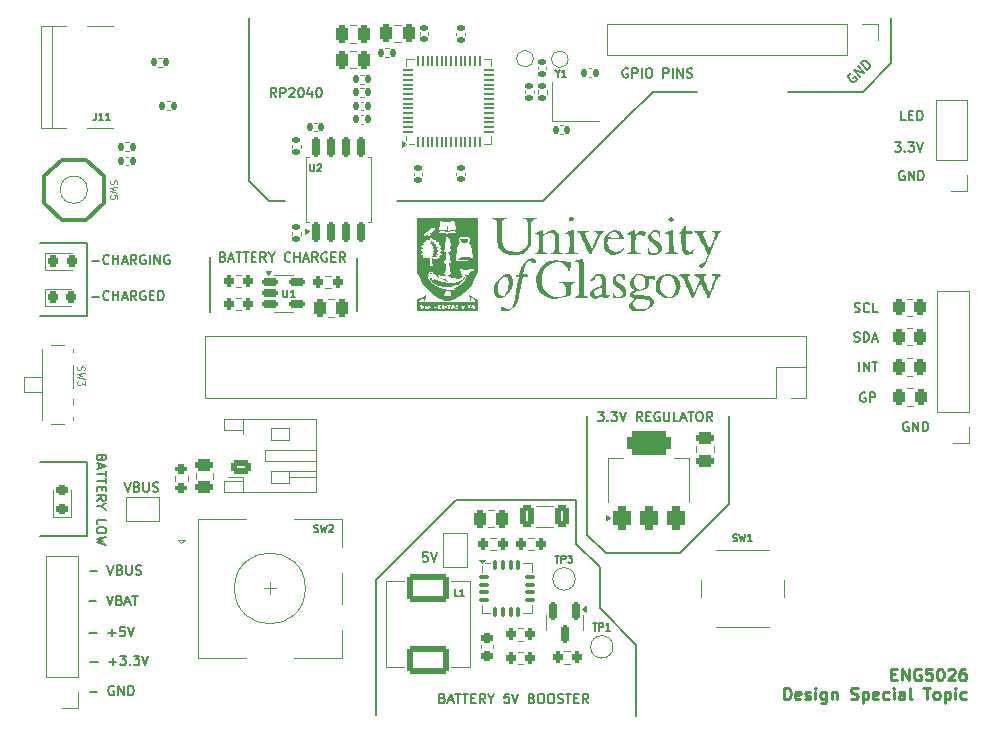
<source format=gto>
G04 #@! TF.GenerationSoftware,KiCad,Pcbnew,9.0.0*
G04 #@! TF.CreationDate,2025-04-29T16:12:49+03:00*
G04 #@! TF.ProjectId,Embedded-Board,456d6265-6464-4656-942d-426f6172642e,rev?*
G04 #@! TF.SameCoordinates,Original*
G04 #@! TF.FileFunction,Legend,Top*
G04 #@! TF.FilePolarity,Positive*
%FSLAX46Y46*%
G04 Gerber Fmt 4.6, Leading zero omitted, Abs format (unit mm)*
G04 Created by KiCad (PCBNEW 9.0.0) date 2025-04-29 16:12:49*
%MOMM*%
%LPD*%
G01*
G04 APERTURE LIST*
G04 Aperture macros list*
%AMRoundRect*
0 Rectangle with rounded corners*
0 $1 Rounding radius*
0 $2 $3 $4 $5 $6 $7 $8 $9 X,Y pos of 4 corners*
0 Add a 4 corners polygon primitive as box body*
4,1,4,$2,$3,$4,$5,$6,$7,$8,$9,$2,$3,0*
0 Add four circle primitives for the rounded corners*
1,1,$1+$1,$2,$3*
1,1,$1+$1,$4,$5*
1,1,$1+$1,$6,$7*
1,1,$1+$1,$8,$9*
0 Add four rect primitives between the rounded corners*
20,1,$1+$1,$2,$3,$4,$5,0*
20,1,$1+$1,$4,$5,$6,$7,0*
20,1,$1+$1,$6,$7,$8,$9,0*
20,1,$1+$1,$8,$9,$2,$3,0*%
%AMFreePoly0*
4,1,6,1.000000,0.000000,0.500000,-0.750000,-0.500000,-0.750000,-0.500000,0.750000,0.500000,0.750000,1.000000,0.000000,1.000000,0.000000,$1*%
%AMFreePoly1*
4,1,6,0.500000,-0.750000,-0.650000,-0.750000,-0.150000,0.000000,-0.650000,0.750000,0.500000,0.750000,0.500000,-0.750000,0.500000,-0.750000,$1*%
G04 Aperture macros list end*
%ADD10C,0.150000*%
%ADD11C,0.250000*%
%ADD12C,0.100000*%
%ADD13C,0.120000*%
%ADD14C,0.300000*%
%ADD15C,0.000000*%
%ADD16R,1.700000X1.700000*%
%ADD17O,1.700000X1.700000*%
%ADD18RoundRect,0.135000X-0.135000X-0.185000X0.135000X-0.185000X0.135000X0.185000X-0.135000X0.185000X0*%
%ADD19RoundRect,0.250000X-0.325000X-0.650000X0.325000X-0.650000X0.325000X0.650000X-0.325000X0.650000X0*%
%ADD20RoundRect,0.250000X0.250000X0.475000X-0.250000X0.475000X-0.250000X-0.475000X0.250000X-0.475000X0*%
%ADD21RoundRect,0.162500X0.162500X-0.650000X0.162500X0.650000X-0.162500X0.650000X-0.162500X-0.650000X0*%
%ADD22RoundRect,0.140000X-0.170000X0.140000X-0.170000X-0.140000X0.170000X-0.140000X0.170000X0.140000X0*%
%ADD23RoundRect,0.250000X-0.262500X-0.450000X0.262500X-0.450000X0.262500X0.450000X-0.262500X0.450000X0*%
%ADD24RoundRect,0.140000X-0.140000X-0.170000X0.140000X-0.170000X0.140000X0.170000X-0.140000X0.170000X0*%
%ADD25RoundRect,0.250000X1.500000X-0.925000X1.500000X0.925000X-1.500000X0.925000X-1.500000X-0.925000X0*%
%ADD26R,0.750000X1.000000*%
%ADD27RoundRect,0.135000X0.185000X-0.135000X0.185000X0.135000X-0.185000X0.135000X-0.185000X-0.135000X0*%
%ADD28RoundRect,0.140000X0.140000X0.170000X-0.140000X0.170000X-0.140000X-0.170000X0.140000X-0.170000X0*%
%ADD29RoundRect,0.218750X0.256250X-0.218750X0.256250X0.218750X-0.256250X0.218750X-0.256250X-0.218750X0*%
%ADD30R,1.500000X1.000000*%
%ADD31RoundRect,0.250000X-0.475000X0.250000X-0.475000X-0.250000X0.475000X-0.250000X0.475000X0.250000X0*%
%ADD32RoundRect,0.200000X-0.200000X-0.275000X0.200000X-0.275000X0.200000X0.275000X-0.200000X0.275000X0*%
%ADD33RoundRect,0.135000X0.135000X0.185000X-0.135000X0.185000X-0.135000X-0.185000X0.135000X-0.185000X0*%
%ADD34C,1.000000*%
%ADD35RoundRect,0.225000X0.250000X-0.225000X0.250000X0.225000X-0.250000X0.225000X-0.250000X-0.225000X0*%
%ADD36R,1.400000X1.200000*%
%ADD37RoundRect,0.375000X0.375000X-0.625000X0.375000X0.625000X-0.375000X0.625000X-0.375000X-0.625000X0*%
%ADD38RoundRect,0.500000X1.400000X-0.500000X1.400000X0.500000X-1.400000X0.500000X-1.400000X-0.500000X0*%
%ADD39RoundRect,0.135000X-0.185000X0.135000X-0.185000X-0.135000X0.185000X-0.135000X0.185000X0.135000X0*%
%ADD40RoundRect,0.200000X-0.275000X0.200000X-0.275000X-0.200000X0.275000X-0.200000X0.275000X0.200000X0*%
%ADD41C,1.500000*%
%ADD42RoundRect,0.150000X-0.512500X-0.150000X0.512500X-0.150000X0.512500X0.150000X-0.512500X0.150000X0*%
%ADD43RoundRect,0.250000X0.625000X-0.350000X0.625000X0.350000X-0.625000X0.350000X-0.625000X-0.350000X0*%
%ADD44O,1.750000X1.200000*%
%ADD45RoundRect,0.250000X-0.250000X-0.475000X0.250000X-0.475000X0.250000X0.475000X-0.250000X0.475000X0*%
%ADD46RoundRect,0.200000X0.200000X0.275000X-0.200000X0.275000X-0.200000X-0.275000X0.200000X-0.275000X0*%
%ADD47RoundRect,0.050000X0.050000X-0.387500X0.050000X0.387500X-0.050000X0.387500X-0.050000X-0.387500X0*%
%ADD48RoundRect,0.050000X0.387500X-0.050000X0.387500X0.050000X-0.387500X0.050000X-0.387500X-0.050000X0*%
%ADD49R,3.200000X3.200000*%
%ADD50C,5.500000*%
%ADD51RoundRect,0.140000X0.170000X-0.140000X0.170000X0.140000X-0.170000X0.140000X-0.170000X-0.140000X0*%
%ADD52C,2.000000*%
%ADD53RoundRect,0.087500X-0.325000X-0.087500X0.325000X-0.087500X0.325000X0.087500X-0.325000X0.087500X0*%
%ADD54RoundRect,0.087500X-0.087500X-0.325000X0.087500X-0.325000X0.087500X0.325000X-0.087500X0.325000X0*%
%ADD55R,2.700000X2.700000*%
%ADD56R,2.000000X2.000000*%
%ADD57R,3.200000X2.000000*%
%ADD58RoundRect,0.218750X-0.218750X-0.256250X0.218750X-0.256250X0.218750X0.256250X-0.218750X0.256250X0*%
%ADD59R,0.800000X1.000000*%
%ADD60R,1.500000X0.700000*%
%ADD61FreePoly0,0.000000*%
%ADD62FreePoly1,0.000000*%
%ADD63C,0.600000*%
%ADD64R,1.140000X0.600000*%
%ADD65R,1.140000X0.300000*%
%ADD66O,2.000000X0.900000*%
%ADD67O,1.700000X0.900000*%
%ADD68RoundRect,0.150000X-0.150000X0.587500X-0.150000X-0.587500X0.150000X-0.587500X0.150000X0.587500X0*%
%ADD69C,3.200000*%
G04 APERTURE END LIST*
D10*
X123575000Y-100400000D02*
X129850000Y-100400000D01*
X104150000Y-114150000D02*
X104150000Y-102650000D01*
X96400000Y-70600000D02*
X95100000Y-70600000D01*
X126150000Y-108175000D02*
X126150000Y-114175000D01*
X75650000Y-99000000D02*
X79650000Y-99000000D01*
X104150000Y-102650000D02*
X110900000Y-95900000D01*
X147750000Y-58950000D02*
X147750000Y-55150000D01*
X102500000Y-79911250D02*
X102500000Y-75388750D01*
X123075000Y-102375000D02*
X123075000Y-101625000D01*
X122025000Y-88775000D02*
X122025000Y-98850000D01*
X145350000Y-61350000D02*
X147750000Y-58950000D01*
X79650000Y-74150000D02*
X79650000Y-80300000D01*
X129850000Y-100400000D02*
X134025000Y-96225000D01*
X134025000Y-96225000D02*
X134025000Y-88800000D01*
X125150000Y-63750000D02*
X127550000Y-61350000D01*
X123075000Y-105100000D02*
X126150000Y-108175000D01*
X105950000Y-70600000D02*
X118300000Y-70600000D01*
X110900000Y-95900000D02*
X121100000Y-95900000D01*
X139000000Y-61350000D02*
X144400000Y-61350000D01*
X144400000Y-61350000D02*
X145350000Y-61350000D01*
X118300000Y-70600000D02*
X125150000Y-63750000D01*
X79650000Y-92700000D02*
X79650000Y-99000000D01*
X121100000Y-99650000D02*
X123075000Y-101625000D01*
X75650000Y-92700000D02*
X79650000Y-92700000D01*
X75650000Y-80300000D02*
X79650000Y-80300000D01*
X95100000Y-70600000D02*
X93400000Y-68900000D01*
X121100000Y-95900000D02*
X121100000Y-99650000D01*
X75650000Y-92700000D02*
X78400000Y-92700000D01*
X123075000Y-102375000D02*
X123075000Y-105100000D01*
X90100000Y-75375000D02*
X90100000Y-80025000D01*
X75650000Y-74150000D02*
X79650000Y-74150000D01*
X127550000Y-61350000D02*
X131350000Y-61350000D01*
X122025000Y-98850000D02*
X123575000Y-100400000D01*
X93400000Y-68900000D02*
X93400000Y-55150000D01*
X148985714Y-63762295D02*
X148604762Y-63762295D01*
X148604762Y-63762295D02*
X148604762Y-62962295D01*
X149252381Y-63343247D02*
X149519047Y-63343247D01*
X149633333Y-63762295D02*
X149252381Y-63762295D01*
X149252381Y-63762295D02*
X149252381Y-62962295D01*
X149252381Y-62962295D02*
X149633333Y-62962295D01*
X149976191Y-63762295D02*
X149976191Y-62962295D01*
X149976191Y-62962295D02*
X150166667Y-62962295D01*
X150166667Y-62962295D02*
X150280953Y-63000390D01*
X150280953Y-63000390D02*
X150357143Y-63076580D01*
X150357143Y-63076580D02*
X150395238Y-63152771D01*
X150395238Y-63152771D02*
X150433334Y-63305152D01*
X150433334Y-63305152D02*
X150433334Y-63419438D01*
X150433334Y-63419438D02*
X150395238Y-63571819D01*
X150395238Y-63571819D02*
X150357143Y-63648009D01*
X150357143Y-63648009D02*
X150280953Y-63724200D01*
X150280953Y-63724200D02*
X150166667Y-63762295D01*
X150166667Y-63762295D02*
X149976191Y-63762295D01*
X80906752Y-92345237D02*
X80868657Y-92459523D01*
X80868657Y-92459523D02*
X80830561Y-92497618D01*
X80830561Y-92497618D02*
X80754371Y-92535714D01*
X80754371Y-92535714D02*
X80640085Y-92535714D01*
X80640085Y-92535714D02*
X80563895Y-92497618D01*
X80563895Y-92497618D02*
X80525800Y-92459523D01*
X80525800Y-92459523D02*
X80487704Y-92383333D01*
X80487704Y-92383333D02*
X80487704Y-92078571D01*
X80487704Y-92078571D02*
X81287704Y-92078571D01*
X81287704Y-92078571D02*
X81287704Y-92345237D01*
X81287704Y-92345237D02*
X81249609Y-92421428D01*
X81249609Y-92421428D02*
X81211514Y-92459523D01*
X81211514Y-92459523D02*
X81135323Y-92497618D01*
X81135323Y-92497618D02*
X81059133Y-92497618D01*
X81059133Y-92497618D02*
X80982942Y-92459523D01*
X80982942Y-92459523D02*
X80944847Y-92421428D01*
X80944847Y-92421428D02*
X80906752Y-92345237D01*
X80906752Y-92345237D02*
X80906752Y-92078571D01*
X80716276Y-92840475D02*
X80716276Y-93221428D01*
X80487704Y-92764285D02*
X81287704Y-93030952D01*
X81287704Y-93030952D02*
X80487704Y-93297618D01*
X81287704Y-93449999D02*
X81287704Y-93907142D01*
X80487704Y-93678570D02*
X81287704Y-93678570D01*
X81287704Y-94059523D02*
X81287704Y-94516666D01*
X80487704Y-94288094D02*
X81287704Y-94288094D01*
X80906752Y-94783333D02*
X80906752Y-95049999D01*
X80487704Y-95164285D02*
X80487704Y-94783333D01*
X80487704Y-94783333D02*
X81287704Y-94783333D01*
X81287704Y-94783333D02*
X81287704Y-95164285D01*
X80487704Y-95964286D02*
X80868657Y-95697619D01*
X80487704Y-95507143D02*
X81287704Y-95507143D01*
X81287704Y-95507143D02*
X81287704Y-95811905D01*
X81287704Y-95811905D02*
X81249609Y-95888095D01*
X81249609Y-95888095D02*
X81211514Y-95926190D01*
X81211514Y-95926190D02*
X81135323Y-95964286D01*
X81135323Y-95964286D02*
X81021038Y-95964286D01*
X81021038Y-95964286D02*
X80944847Y-95926190D01*
X80944847Y-95926190D02*
X80906752Y-95888095D01*
X80906752Y-95888095D02*
X80868657Y-95811905D01*
X80868657Y-95811905D02*
X80868657Y-95507143D01*
X80868657Y-96459524D02*
X80487704Y-96459524D01*
X81287704Y-96192857D02*
X80868657Y-96459524D01*
X80868657Y-96459524D02*
X81287704Y-96726190D01*
X80487704Y-97983333D02*
X80487704Y-97602381D01*
X80487704Y-97602381D02*
X81287704Y-97602381D01*
X81287704Y-98402381D02*
X81287704Y-98554762D01*
X81287704Y-98554762D02*
X81249609Y-98630952D01*
X81249609Y-98630952D02*
X81173419Y-98707143D01*
X81173419Y-98707143D02*
X81021038Y-98745238D01*
X81021038Y-98745238D02*
X80754371Y-98745238D01*
X80754371Y-98745238D02*
X80601990Y-98707143D01*
X80601990Y-98707143D02*
X80525800Y-98630952D01*
X80525800Y-98630952D02*
X80487704Y-98554762D01*
X80487704Y-98554762D02*
X80487704Y-98402381D01*
X80487704Y-98402381D02*
X80525800Y-98326190D01*
X80525800Y-98326190D02*
X80601990Y-98250000D01*
X80601990Y-98250000D02*
X80754371Y-98211904D01*
X80754371Y-98211904D02*
X81021038Y-98211904D01*
X81021038Y-98211904D02*
X81173419Y-98250000D01*
X81173419Y-98250000D02*
X81249609Y-98326190D01*
X81249609Y-98326190D02*
X81287704Y-98402381D01*
X81287704Y-99011904D02*
X80487704Y-99202380D01*
X80487704Y-99202380D02*
X81059133Y-99354761D01*
X81059133Y-99354761D02*
X80487704Y-99507142D01*
X80487704Y-99507142D02*
X81287704Y-99697619D01*
X109755951Y-112693247D02*
X109870237Y-112731342D01*
X109870237Y-112731342D02*
X109908332Y-112769438D01*
X109908332Y-112769438D02*
X109946428Y-112845628D01*
X109946428Y-112845628D02*
X109946428Y-112959914D01*
X109946428Y-112959914D02*
X109908332Y-113036104D01*
X109908332Y-113036104D02*
X109870237Y-113074200D01*
X109870237Y-113074200D02*
X109794047Y-113112295D01*
X109794047Y-113112295D02*
X109489285Y-113112295D01*
X109489285Y-113112295D02*
X109489285Y-112312295D01*
X109489285Y-112312295D02*
X109755951Y-112312295D01*
X109755951Y-112312295D02*
X109832142Y-112350390D01*
X109832142Y-112350390D02*
X109870237Y-112388485D01*
X109870237Y-112388485D02*
X109908332Y-112464676D01*
X109908332Y-112464676D02*
X109908332Y-112540866D01*
X109908332Y-112540866D02*
X109870237Y-112617057D01*
X109870237Y-112617057D02*
X109832142Y-112655152D01*
X109832142Y-112655152D02*
X109755951Y-112693247D01*
X109755951Y-112693247D02*
X109489285Y-112693247D01*
X110251189Y-112883723D02*
X110632142Y-112883723D01*
X110174999Y-113112295D02*
X110441666Y-112312295D01*
X110441666Y-112312295D02*
X110708332Y-113112295D01*
X110860713Y-112312295D02*
X111317856Y-112312295D01*
X111089284Y-113112295D02*
X111089284Y-112312295D01*
X111470237Y-112312295D02*
X111927380Y-112312295D01*
X111698808Y-113112295D02*
X111698808Y-112312295D01*
X112194047Y-112693247D02*
X112460713Y-112693247D01*
X112574999Y-113112295D02*
X112194047Y-113112295D01*
X112194047Y-113112295D02*
X112194047Y-112312295D01*
X112194047Y-112312295D02*
X112574999Y-112312295D01*
X113375000Y-113112295D02*
X113108333Y-112731342D01*
X112917857Y-113112295D02*
X112917857Y-112312295D01*
X112917857Y-112312295D02*
X113222619Y-112312295D01*
X113222619Y-112312295D02*
X113298809Y-112350390D01*
X113298809Y-112350390D02*
X113336904Y-112388485D01*
X113336904Y-112388485D02*
X113375000Y-112464676D01*
X113375000Y-112464676D02*
X113375000Y-112578961D01*
X113375000Y-112578961D02*
X113336904Y-112655152D01*
X113336904Y-112655152D02*
X113298809Y-112693247D01*
X113298809Y-112693247D02*
X113222619Y-112731342D01*
X113222619Y-112731342D02*
X112917857Y-112731342D01*
X113870238Y-112731342D02*
X113870238Y-113112295D01*
X113603571Y-112312295D02*
X113870238Y-112731342D01*
X113870238Y-112731342D02*
X114136904Y-112312295D01*
X115394047Y-112312295D02*
X115013095Y-112312295D01*
X115013095Y-112312295D02*
X114974999Y-112693247D01*
X114974999Y-112693247D02*
X115013095Y-112655152D01*
X115013095Y-112655152D02*
X115089285Y-112617057D01*
X115089285Y-112617057D02*
X115279761Y-112617057D01*
X115279761Y-112617057D02*
X115355952Y-112655152D01*
X115355952Y-112655152D02*
X115394047Y-112693247D01*
X115394047Y-112693247D02*
X115432142Y-112769438D01*
X115432142Y-112769438D02*
X115432142Y-112959914D01*
X115432142Y-112959914D02*
X115394047Y-113036104D01*
X115394047Y-113036104D02*
X115355952Y-113074200D01*
X115355952Y-113074200D02*
X115279761Y-113112295D01*
X115279761Y-113112295D02*
X115089285Y-113112295D01*
X115089285Y-113112295D02*
X115013095Y-113074200D01*
X115013095Y-113074200D02*
X114974999Y-113036104D01*
X115660714Y-112312295D02*
X115927381Y-113112295D01*
X115927381Y-113112295D02*
X116194047Y-112312295D01*
X117336904Y-112693247D02*
X117451190Y-112731342D01*
X117451190Y-112731342D02*
X117489285Y-112769438D01*
X117489285Y-112769438D02*
X117527381Y-112845628D01*
X117527381Y-112845628D02*
X117527381Y-112959914D01*
X117527381Y-112959914D02*
X117489285Y-113036104D01*
X117489285Y-113036104D02*
X117451190Y-113074200D01*
X117451190Y-113074200D02*
X117375000Y-113112295D01*
X117375000Y-113112295D02*
X117070238Y-113112295D01*
X117070238Y-113112295D02*
X117070238Y-112312295D01*
X117070238Y-112312295D02*
X117336904Y-112312295D01*
X117336904Y-112312295D02*
X117413095Y-112350390D01*
X117413095Y-112350390D02*
X117451190Y-112388485D01*
X117451190Y-112388485D02*
X117489285Y-112464676D01*
X117489285Y-112464676D02*
X117489285Y-112540866D01*
X117489285Y-112540866D02*
X117451190Y-112617057D01*
X117451190Y-112617057D02*
X117413095Y-112655152D01*
X117413095Y-112655152D02*
X117336904Y-112693247D01*
X117336904Y-112693247D02*
X117070238Y-112693247D01*
X118022619Y-112312295D02*
X118175000Y-112312295D01*
X118175000Y-112312295D02*
X118251190Y-112350390D01*
X118251190Y-112350390D02*
X118327381Y-112426580D01*
X118327381Y-112426580D02*
X118365476Y-112578961D01*
X118365476Y-112578961D02*
X118365476Y-112845628D01*
X118365476Y-112845628D02*
X118327381Y-112998009D01*
X118327381Y-112998009D02*
X118251190Y-113074200D01*
X118251190Y-113074200D02*
X118175000Y-113112295D01*
X118175000Y-113112295D02*
X118022619Y-113112295D01*
X118022619Y-113112295D02*
X117946428Y-113074200D01*
X117946428Y-113074200D02*
X117870238Y-112998009D01*
X117870238Y-112998009D02*
X117832142Y-112845628D01*
X117832142Y-112845628D02*
X117832142Y-112578961D01*
X117832142Y-112578961D02*
X117870238Y-112426580D01*
X117870238Y-112426580D02*
X117946428Y-112350390D01*
X117946428Y-112350390D02*
X118022619Y-112312295D01*
X118860714Y-112312295D02*
X119013095Y-112312295D01*
X119013095Y-112312295D02*
X119089285Y-112350390D01*
X119089285Y-112350390D02*
X119165476Y-112426580D01*
X119165476Y-112426580D02*
X119203571Y-112578961D01*
X119203571Y-112578961D02*
X119203571Y-112845628D01*
X119203571Y-112845628D02*
X119165476Y-112998009D01*
X119165476Y-112998009D02*
X119089285Y-113074200D01*
X119089285Y-113074200D02*
X119013095Y-113112295D01*
X119013095Y-113112295D02*
X118860714Y-113112295D01*
X118860714Y-113112295D02*
X118784523Y-113074200D01*
X118784523Y-113074200D02*
X118708333Y-112998009D01*
X118708333Y-112998009D02*
X118670237Y-112845628D01*
X118670237Y-112845628D02*
X118670237Y-112578961D01*
X118670237Y-112578961D02*
X118708333Y-112426580D01*
X118708333Y-112426580D02*
X118784523Y-112350390D01*
X118784523Y-112350390D02*
X118860714Y-112312295D01*
X119508332Y-113074200D02*
X119622618Y-113112295D01*
X119622618Y-113112295D02*
X119813094Y-113112295D01*
X119813094Y-113112295D02*
X119889285Y-113074200D01*
X119889285Y-113074200D02*
X119927380Y-113036104D01*
X119927380Y-113036104D02*
X119965475Y-112959914D01*
X119965475Y-112959914D02*
X119965475Y-112883723D01*
X119965475Y-112883723D02*
X119927380Y-112807533D01*
X119927380Y-112807533D02*
X119889285Y-112769438D01*
X119889285Y-112769438D02*
X119813094Y-112731342D01*
X119813094Y-112731342D02*
X119660713Y-112693247D01*
X119660713Y-112693247D02*
X119584523Y-112655152D01*
X119584523Y-112655152D02*
X119546428Y-112617057D01*
X119546428Y-112617057D02*
X119508332Y-112540866D01*
X119508332Y-112540866D02*
X119508332Y-112464676D01*
X119508332Y-112464676D02*
X119546428Y-112388485D01*
X119546428Y-112388485D02*
X119584523Y-112350390D01*
X119584523Y-112350390D02*
X119660713Y-112312295D01*
X119660713Y-112312295D02*
X119851190Y-112312295D01*
X119851190Y-112312295D02*
X119965475Y-112350390D01*
X120194047Y-112312295D02*
X120651190Y-112312295D01*
X120422618Y-113112295D02*
X120422618Y-112312295D01*
X120917857Y-112693247D02*
X121184523Y-112693247D01*
X121298809Y-113112295D02*
X120917857Y-113112295D01*
X120917857Y-113112295D02*
X120917857Y-112312295D01*
X120917857Y-112312295D02*
X121298809Y-112312295D01*
X122098810Y-113112295D02*
X121832143Y-112731342D01*
X121641667Y-113112295D02*
X121641667Y-112312295D01*
X121641667Y-112312295D02*
X121946429Y-112312295D01*
X121946429Y-112312295D02*
X122022619Y-112350390D01*
X122022619Y-112350390D02*
X122060714Y-112388485D01*
X122060714Y-112388485D02*
X122098810Y-112464676D01*
X122098810Y-112464676D02*
X122098810Y-112578961D01*
X122098810Y-112578961D02*
X122060714Y-112655152D01*
X122060714Y-112655152D02*
X122022619Y-112693247D01*
X122022619Y-112693247D02*
X121946429Y-112731342D01*
X121946429Y-112731342D02*
X121641667Y-112731342D01*
X80073810Y-75657533D02*
X80683334Y-75657533D01*
X81521429Y-75886104D02*
X81483333Y-75924200D01*
X81483333Y-75924200D02*
X81369048Y-75962295D01*
X81369048Y-75962295D02*
X81292857Y-75962295D01*
X81292857Y-75962295D02*
X81178571Y-75924200D01*
X81178571Y-75924200D02*
X81102381Y-75848009D01*
X81102381Y-75848009D02*
X81064286Y-75771819D01*
X81064286Y-75771819D02*
X81026190Y-75619438D01*
X81026190Y-75619438D02*
X81026190Y-75505152D01*
X81026190Y-75505152D02*
X81064286Y-75352771D01*
X81064286Y-75352771D02*
X81102381Y-75276580D01*
X81102381Y-75276580D02*
X81178571Y-75200390D01*
X81178571Y-75200390D02*
X81292857Y-75162295D01*
X81292857Y-75162295D02*
X81369048Y-75162295D01*
X81369048Y-75162295D02*
X81483333Y-75200390D01*
X81483333Y-75200390D02*
X81521429Y-75238485D01*
X81864286Y-75962295D02*
X81864286Y-75162295D01*
X81864286Y-75543247D02*
X82321429Y-75543247D01*
X82321429Y-75962295D02*
X82321429Y-75162295D01*
X82664285Y-75733723D02*
X83045238Y-75733723D01*
X82588095Y-75962295D02*
X82854762Y-75162295D01*
X82854762Y-75162295D02*
X83121428Y-75962295D01*
X83845238Y-75962295D02*
X83578571Y-75581342D01*
X83388095Y-75962295D02*
X83388095Y-75162295D01*
X83388095Y-75162295D02*
X83692857Y-75162295D01*
X83692857Y-75162295D02*
X83769047Y-75200390D01*
X83769047Y-75200390D02*
X83807142Y-75238485D01*
X83807142Y-75238485D02*
X83845238Y-75314676D01*
X83845238Y-75314676D02*
X83845238Y-75428961D01*
X83845238Y-75428961D02*
X83807142Y-75505152D01*
X83807142Y-75505152D02*
X83769047Y-75543247D01*
X83769047Y-75543247D02*
X83692857Y-75581342D01*
X83692857Y-75581342D02*
X83388095Y-75581342D01*
X84607142Y-75200390D02*
X84530952Y-75162295D01*
X84530952Y-75162295D02*
X84416666Y-75162295D01*
X84416666Y-75162295D02*
X84302380Y-75200390D01*
X84302380Y-75200390D02*
X84226190Y-75276580D01*
X84226190Y-75276580D02*
X84188095Y-75352771D01*
X84188095Y-75352771D02*
X84149999Y-75505152D01*
X84149999Y-75505152D02*
X84149999Y-75619438D01*
X84149999Y-75619438D02*
X84188095Y-75771819D01*
X84188095Y-75771819D02*
X84226190Y-75848009D01*
X84226190Y-75848009D02*
X84302380Y-75924200D01*
X84302380Y-75924200D02*
X84416666Y-75962295D01*
X84416666Y-75962295D02*
X84492857Y-75962295D01*
X84492857Y-75962295D02*
X84607142Y-75924200D01*
X84607142Y-75924200D02*
X84645238Y-75886104D01*
X84645238Y-75886104D02*
X84645238Y-75619438D01*
X84645238Y-75619438D02*
X84492857Y-75619438D01*
X84988095Y-75962295D02*
X84988095Y-75162295D01*
X85369047Y-75962295D02*
X85369047Y-75162295D01*
X85369047Y-75162295D02*
X85826190Y-75962295D01*
X85826190Y-75962295D02*
X85826190Y-75162295D01*
X86626189Y-75200390D02*
X86549999Y-75162295D01*
X86549999Y-75162295D02*
X86435713Y-75162295D01*
X86435713Y-75162295D02*
X86321427Y-75200390D01*
X86321427Y-75200390D02*
X86245237Y-75276580D01*
X86245237Y-75276580D02*
X86207142Y-75352771D01*
X86207142Y-75352771D02*
X86169046Y-75505152D01*
X86169046Y-75505152D02*
X86169046Y-75619438D01*
X86169046Y-75619438D02*
X86207142Y-75771819D01*
X86207142Y-75771819D02*
X86245237Y-75848009D01*
X86245237Y-75848009D02*
X86321427Y-75924200D01*
X86321427Y-75924200D02*
X86435713Y-75962295D01*
X86435713Y-75962295D02*
X86511904Y-75962295D01*
X86511904Y-75962295D02*
X86626189Y-75924200D01*
X86626189Y-75924200D02*
X86664285Y-75886104D01*
X86664285Y-75886104D02*
X86664285Y-75619438D01*
X86664285Y-75619438D02*
X86511904Y-75619438D01*
X149190476Y-89350390D02*
X149114286Y-89312295D01*
X149114286Y-89312295D02*
X149000000Y-89312295D01*
X149000000Y-89312295D02*
X148885714Y-89350390D01*
X148885714Y-89350390D02*
X148809524Y-89426580D01*
X148809524Y-89426580D02*
X148771429Y-89502771D01*
X148771429Y-89502771D02*
X148733333Y-89655152D01*
X148733333Y-89655152D02*
X148733333Y-89769438D01*
X148733333Y-89769438D02*
X148771429Y-89921819D01*
X148771429Y-89921819D02*
X148809524Y-89998009D01*
X148809524Y-89998009D02*
X148885714Y-90074200D01*
X148885714Y-90074200D02*
X149000000Y-90112295D01*
X149000000Y-90112295D02*
X149076191Y-90112295D01*
X149076191Y-90112295D02*
X149190476Y-90074200D01*
X149190476Y-90074200D02*
X149228572Y-90036104D01*
X149228572Y-90036104D02*
X149228572Y-89769438D01*
X149228572Y-89769438D02*
X149076191Y-89769438D01*
X149571429Y-90112295D02*
X149571429Y-89312295D01*
X149571429Y-89312295D02*
X150028572Y-90112295D01*
X150028572Y-90112295D02*
X150028572Y-89312295D01*
X150409524Y-90112295D02*
X150409524Y-89312295D01*
X150409524Y-89312295D02*
X150600000Y-89312295D01*
X150600000Y-89312295D02*
X150714286Y-89350390D01*
X150714286Y-89350390D02*
X150790476Y-89426580D01*
X150790476Y-89426580D02*
X150828571Y-89502771D01*
X150828571Y-89502771D02*
X150866667Y-89655152D01*
X150866667Y-89655152D02*
X150866667Y-89769438D01*
X150866667Y-89769438D02*
X150828571Y-89921819D01*
X150828571Y-89921819D02*
X150790476Y-89998009D01*
X150790476Y-89998009D02*
X150714286Y-90074200D01*
X150714286Y-90074200D02*
X150600000Y-90112295D01*
X150600000Y-90112295D02*
X150409524Y-90112295D01*
X148840476Y-68100390D02*
X148764286Y-68062295D01*
X148764286Y-68062295D02*
X148650000Y-68062295D01*
X148650000Y-68062295D02*
X148535714Y-68100390D01*
X148535714Y-68100390D02*
X148459524Y-68176580D01*
X148459524Y-68176580D02*
X148421429Y-68252771D01*
X148421429Y-68252771D02*
X148383333Y-68405152D01*
X148383333Y-68405152D02*
X148383333Y-68519438D01*
X148383333Y-68519438D02*
X148421429Y-68671819D01*
X148421429Y-68671819D02*
X148459524Y-68748009D01*
X148459524Y-68748009D02*
X148535714Y-68824200D01*
X148535714Y-68824200D02*
X148650000Y-68862295D01*
X148650000Y-68862295D02*
X148726191Y-68862295D01*
X148726191Y-68862295D02*
X148840476Y-68824200D01*
X148840476Y-68824200D02*
X148878572Y-68786104D01*
X148878572Y-68786104D02*
X148878572Y-68519438D01*
X148878572Y-68519438D02*
X148726191Y-68519438D01*
X149221429Y-68862295D02*
X149221429Y-68062295D01*
X149221429Y-68062295D02*
X149678572Y-68862295D01*
X149678572Y-68862295D02*
X149678572Y-68062295D01*
X150059524Y-68862295D02*
X150059524Y-68062295D01*
X150059524Y-68062295D02*
X150250000Y-68062295D01*
X150250000Y-68062295D02*
X150364286Y-68100390D01*
X150364286Y-68100390D02*
X150440476Y-68176580D01*
X150440476Y-68176580D02*
X150478571Y-68252771D01*
X150478571Y-68252771D02*
X150516667Y-68405152D01*
X150516667Y-68405152D02*
X150516667Y-68519438D01*
X150516667Y-68519438D02*
X150478571Y-68671819D01*
X150478571Y-68671819D02*
X150440476Y-68748009D01*
X150440476Y-68748009D02*
X150364286Y-68824200D01*
X150364286Y-68824200D02*
X150250000Y-68862295D01*
X150250000Y-68862295D02*
X150059524Y-68862295D01*
X79921429Y-112157533D02*
X80530953Y-112157533D01*
X81940476Y-111700390D02*
X81864286Y-111662295D01*
X81864286Y-111662295D02*
X81750000Y-111662295D01*
X81750000Y-111662295D02*
X81635714Y-111700390D01*
X81635714Y-111700390D02*
X81559524Y-111776580D01*
X81559524Y-111776580D02*
X81521429Y-111852771D01*
X81521429Y-111852771D02*
X81483333Y-112005152D01*
X81483333Y-112005152D02*
X81483333Y-112119438D01*
X81483333Y-112119438D02*
X81521429Y-112271819D01*
X81521429Y-112271819D02*
X81559524Y-112348009D01*
X81559524Y-112348009D02*
X81635714Y-112424200D01*
X81635714Y-112424200D02*
X81750000Y-112462295D01*
X81750000Y-112462295D02*
X81826191Y-112462295D01*
X81826191Y-112462295D02*
X81940476Y-112424200D01*
X81940476Y-112424200D02*
X81978572Y-112386104D01*
X81978572Y-112386104D02*
X81978572Y-112119438D01*
X81978572Y-112119438D02*
X81826191Y-112119438D01*
X82321429Y-112462295D02*
X82321429Y-111662295D01*
X82321429Y-111662295D02*
X82778572Y-112462295D01*
X82778572Y-112462295D02*
X82778572Y-111662295D01*
X83159524Y-112462295D02*
X83159524Y-111662295D01*
X83159524Y-111662295D02*
X83350000Y-111662295D01*
X83350000Y-111662295D02*
X83464286Y-111700390D01*
X83464286Y-111700390D02*
X83540476Y-111776580D01*
X83540476Y-111776580D02*
X83578571Y-111852771D01*
X83578571Y-111852771D02*
X83616667Y-112005152D01*
X83616667Y-112005152D02*
X83616667Y-112119438D01*
X83616667Y-112119438D02*
X83578571Y-112271819D01*
X83578571Y-112271819D02*
X83540476Y-112348009D01*
X83540476Y-112348009D02*
X83464286Y-112424200D01*
X83464286Y-112424200D02*
X83350000Y-112462295D01*
X83350000Y-112462295D02*
X83159524Y-112462295D01*
X122917857Y-88437295D02*
X123413095Y-88437295D01*
X123413095Y-88437295D02*
X123146429Y-88742057D01*
X123146429Y-88742057D02*
X123260714Y-88742057D01*
X123260714Y-88742057D02*
X123336905Y-88780152D01*
X123336905Y-88780152D02*
X123375000Y-88818247D01*
X123375000Y-88818247D02*
X123413095Y-88894438D01*
X123413095Y-88894438D02*
X123413095Y-89084914D01*
X123413095Y-89084914D02*
X123375000Y-89161104D01*
X123375000Y-89161104D02*
X123336905Y-89199200D01*
X123336905Y-89199200D02*
X123260714Y-89237295D01*
X123260714Y-89237295D02*
X123032143Y-89237295D01*
X123032143Y-89237295D02*
X122955952Y-89199200D01*
X122955952Y-89199200D02*
X122917857Y-89161104D01*
X123755953Y-89161104D02*
X123794048Y-89199200D01*
X123794048Y-89199200D02*
X123755953Y-89237295D01*
X123755953Y-89237295D02*
X123717857Y-89199200D01*
X123717857Y-89199200D02*
X123755953Y-89161104D01*
X123755953Y-89161104D02*
X123755953Y-89237295D01*
X124060714Y-88437295D02*
X124555952Y-88437295D01*
X124555952Y-88437295D02*
X124289286Y-88742057D01*
X124289286Y-88742057D02*
X124403571Y-88742057D01*
X124403571Y-88742057D02*
X124479762Y-88780152D01*
X124479762Y-88780152D02*
X124517857Y-88818247D01*
X124517857Y-88818247D02*
X124555952Y-88894438D01*
X124555952Y-88894438D02*
X124555952Y-89084914D01*
X124555952Y-89084914D02*
X124517857Y-89161104D01*
X124517857Y-89161104D02*
X124479762Y-89199200D01*
X124479762Y-89199200D02*
X124403571Y-89237295D01*
X124403571Y-89237295D02*
X124175000Y-89237295D01*
X124175000Y-89237295D02*
X124098809Y-89199200D01*
X124098809Y-89199200D02*
X124060714Y-89161104D01*
X124784524Y-88437295D02*
X125051191Y-89237295D01*
X125051191Y-89237295D02*
X125317857Y-88437295D01*
X126651191Y-89237295D02*
X126384524Y-88856342D01*
X126194048Y-89237295D02*
X126194048Y-88437295D01*
X126194048Y-88437295D02*
X126498810Y-88437295D01*
X126498810Y-88437295D02*
X126575000Y-88475390D01*
X126575000Y-88475390D02*
X126613095Y-88513485D01*
X126613095Y-88513485D02*
X126651191Y-88589676D01*
X126651191Y-88589676D02*
X126651191Y-88703961D01*
X126651191Y-88703961D02*
X126613095Y-88780152D01*
X126613095Y-88780152D02*
X126575000Y-88818247D01*
X126575000Y-88818247D02*
X126498810Y-88856342D01*
X126498810Y-88856342D02*
X126194048Y-88856342D01*
X126994048Y-88818247D02*
X127260714Y-88818247D01*
X127375000Y-89237295D02*
X126994048Y-89237295D01*
X126994048Y-89237295D02*
X126994048Y-88437295D01*
X126994048Y-88437295D02*
X127375000Y-88437295D01*
X128136905Y-88475390D02*
X128060715Y-88437295D01*
X128060715Y-88437295D02*
X127946429Y-88437295D01*
X127946429Y-88437295D02*
X127832143Y-88475390D01*
X127832143Y-88475390D02*
X127755953Y-88551580D01*
X127755953Y-88551580D02*
X127717858Y-88627771D01*
X127717858Y-88627771D02*
X127679762Y-88780152D01*
X127679762Y-88780152D02*
X127679762Y-88894438D01*
X127679762Y-88894438D02*
X127717858Y-89046819D01*
X127717858Y-89046819D02*
X127755953Y-89123009D01*
X127755953Y-89123009D02*
X127832143Y-89199200D01*
X127832143Y-89199200D02*
X127946429Y-89237295D01*
X127946429Y-89237295D02*
X128022620Y-89237295D01*
X128022620Y-89237295D02*
X128136905Y-89199200D01*
X128136905Y-89199200D02*
X128175001Y-89161104D01*
X128175001Y-89161104D02*
X128175001Y-88894438D01*
X128175001Y-88894438D02*
X128022620Y-88894438D01*
X128517858Y-88437295D02*
X128517858Y-89084914D01*
X128517858Y-89084914D02*
X128555953Y-89161104D01*
X128555953Y-89161104D02*
X128594048Y-89199200D01*
X128594048Y-89199200D02*
X128670239Y-89237295D01*
X128670239Y-89237295D02*
X128822620Y-89237295D01*
X128822620Y-89237295D02*
X128898810Y-89199200D01*
X128898810Y-89199200D02*
X128936905Y-89161104D01*
X128936905Y-89161104D02*
X128975001Y-89084914D01*
X128975001Y-89084914D02*
X128975001Y-88437295D01*
X129736905Y-89237295D02*
X129355953Y-89237295D01*
X129355953Y-89237295D02*
X129355953Y-88437295D01*
X129965476Y-89008723D02*
X130346429Y-89008723D01*
X129889286Y-89237295D02*
X130155953Y-88437295D01*
X130155953Y-88437295D02*
X130422619Y-89237295D01*
X130575000Y-88437295D02*
X131032143Y-88437295D01*
X130803571Y-89237295D02*
X130803571Y-88437295D01*
X131451191Y-88437295D02*
X131603572Y-88437295D01*
X131603572Y-88437295D02*
X131679762Y-88475390D01*
X131679762Y-88475390D02*
X131755953Y-88551580D01*
X131755953Y-88551580D02*
X131794048Y-88703961D01*
X131794048Y-88703961D02*
X131794048Y-88970628D01*
X131794048Y-88970628D02*
X131755953Y-89123009D01*
X131755953Y-89123009D02*
X131679762Y-89199200D01*
X131679762Y-89199200D02*
X131603572Y-89237295D01*
X131603572Y-89237295D02*
X131451191Y-89237295D01*
X131451191Y-89237295D02*
X131375000Y-89199200D01*
X131375000Y-89199200D02*
X131298810Y-89123009D01*
X131298810Y-89123009D02*
X131260714Y-88970628D01*
X131260714Y-88970628D02*
X131260714Y-88703961D01*
X131260714Y-88703961D02*
X131298810Y-88551580D01*
X131298810Y-88551580D02*
X131375000Y-88475390D01*
X131375000Y-88475390D02*
X131451191Y-88437295D01*
X132594048Y-89237295D02*
X132327381Y-88856342D01*
X132136905Y-89237295D02*
X132136905Y-88437295D01*
X132136905Y-88437295D02*
X132441667Y-88437295D01*
X132441667Y-88437295D02*
X132517857Y-88475390D01*
X132517857Y-88475390D02*
X132555952Y-88513485D01*
X132555952Y-88513485D02*
X132594048Y-88589676D01*
X132594048Y-88589676D02*
X132594048Y-88703961D01*
X132594048Y-88703961D02*
X132555952Y-88780152D01*
X132555952Y-88780152D02*
X132517857Y-88818247D01*
X132517857Y-88818247D02*
X132441667Y-88856342D01*
X132441667Y-88856342D02*
X132136905Y-88856342D01*
X80071429Y-78707533D02*
X80680953Y-78707533D01*
X81519048Y-78936104D02*
X81480952Y-78974200D01*
X81480952Y-78974200D02*
X81366667Y-79012295D01*
X81366667Y-79012295D02*
X81290476Y-79012295D01*
X81290476Y-79012295D02*
X81176190Y-78974200D01*
X81176190Y-78974200D02*
X81100000Y-78898009D01*
X81100000Y-78898009D02*
X81061905Y-78821819D01*
X81061905Y-78821819D02*
X81023809Y-78669438D01*
X81023809Y-78669438D02*
X81023809Y-78555152D01*
X81023809Y-78555152D02*
X81061905Y-78402771D01*
X81061905Y-78402771D02*
X81100000Y-78326580D01*
X81100000Y-78326580D02*
X81176190Y-78250390D01*
X81176190Y-78250390D02*
X81290476Y-78212295D01*
X81290476Y-78212295D02*
X81366667Y-78212295D01*
X81366667Y-78212295D02*
X81480952Y-78250390D01*
X81480952Y-78250390D02*
X81519048Y-78288485D01*
X81861905Y-79012295D02*
X81861905Y-78212295D01*
X81861905Y-78593247D02*
X82319048Y-78593247D01*
X82319048Y-79012295D02*
X82319048Y-78212295D01*
X82661904Y-78783723D02*
X83042857Y-78783723D01*
X82585714Y-79012295D02*
X82852381Y-78212295D01*
X82852381Y-78212295D02*
X83119047Y-79012295D01*
X83842857Y-79012295D02*
X83576190Y-78631342D01*
X83385714Y-79012295D02*
X83385714Y-78212295D01*
X83385714Y-78212295D02*
X83690476Y-78212295D01*
X83690476Y-78212295D02*
X83766666Y-78250390D01*
X83766666Y-78250390D02*
X83804761Y-78288485D01*
X83804761Y-78288485D02*
X83842857Y-78364676D01*
X83842857Y-78364676D02*
X83842857Y-78478961D01*
X83842857Y-78478961D02*
X83804761Y-78555152D01*
X83804761Y-78555152D02*
X83766666Y-78593247D01*
X83766666Y-78593247D02*
X83690476Y-78631342D01*
X83690476Y-78631342D02*
X83385714Y-78631342D01*
X84604761Y-78250390D02*
X84528571Y-78212295D01*
X84528571Y-78212295D02*
X84414285Y-78212295D01*
X84414285Y-78212295D02*
X84299999Y-78250390D01*
X84299999Y-78250390D02*
X84223809Y-78326580D01*
X84223809Y-78326580D02*
X84185714Y-78402771D01*
X84185714Y-78402771D02*
X84147618Y-78555152D01*
X84147618Y-78555152D02*
X84147618Y-78669438D01*
X84147618Y-78669438D02*
X84185714Y-78821819D01*
X84185714Y-78821819D02*
X84223809Y-78898009D01*
X84223809Y-78898009D02*
X84299999Y-78974200D01*
X84299999Y-78974200D02*
X84414285Y-79012295D01*
X84414285Y-79012295D02*
X84490476Y-79012295D01*
X84490476Y-79012295D02*
X84604761Y-78974200D01*
X84604761Y-78974200D02*
X84642857Y-78936104D01*
X84642857Y-78936104D02*
X84642857Y-78669438D01*
X84642857Y-78669438D02*
X84490476Y-78669438D01*
X84985714Y-78593247D02*
X85252380Y-78593247D01*
X85366666Y-79012295D02*
X84985714Y-79012295D01*
X84985714Y-79012295D02*
X84985714Y-78212295D01*
X84985714Y-78212295D02*
X85366666Y-78212295D01*
X85709524Y-79012295D02*
X85709524Y-78212295D01*
X85709524Y-78212295D02*
X85900000Y-78212295D01*
X85900000Y-78212295D02*
X86014286Y-78250390D01*
X86014286Y-78250390D02*
X86090476Y-78326580D01*
X86090476Y-78326580D02*
X86128571Y-78402771D01*
X86128571Y-78402771D02*
X86166667Y-78555152D01*
X86166667Y-78555152D02*
X86166667Y-78669438D01*
X86166667Y-78669438D02*
X86128571Y-78821819D01*
X86128571Y-78821819D02*
X86090476Y-78898009D01*
X86090476Y-78898009D02*
X86014286Y-78974200D01*
X86014286Y-78974200D02*
X85900000Y-79012295D01*
X85900000Y-79012295D02*
X85709524Y-79012295D01*
X145026191Y-85012295D02*
X145026191Y-84212295D01*
X145407143Y-85012295D02*
X145407143Y-84212295D01*
X145407143Y-84212295D02*
X145864286Y-85012295D01*
X145864286Y-85012295D02*
X145864286Y-84212295D01*
X146130952Y-84212295D02*
X146588095Y-84212295D01*
X146359523Y-85012295D02*
X146359523Y-84212295D01*
X82833333Y-94412295D02*
X83100000Y-95212295D01*
X83100000Y-95212295D02*
X83366666Y-94412295D01*
X83899999Y-94793247D02*
X84014285Y-94831342D01*
X84014285Y-94831342D02*
X84052380Y-94869438D01*
X84052380Y-94869438D02*
X84090476Y-94945628D01*
X84090476Y-94945628D02*
X84090476Y-95059914D01*
X84090476Y-95059914D02*
X84052380Y-95136104D01*
X84052380Y-95136104D02*
X84014285Y-95174200D01*
X84014285Y-95174200D02*
X83938095Y-95212295D01*
X83938095Y-95212295D02*
X83633333Y-95212295D01*
X83633333Y-95212295D02*
X83633333Y-94412295D01*
X83633333Y-94412295D02*
X83899999Y-94412295D01*
X83899999Y-94412295D02*
X83976190Y-94450390D01*
X83976190Y-94450390D02*
X84014285Y-94488485D01*
X84014285Y-94488485D02*
X84052380Y-94564676D01*
X84052380Y-94564676D02*
X84052380Y-94640866D01*
X84052380Y-94640866D02*
X84014285Y-94717057D01*
X84014285Y-94717057D02*
X83976190Y-94755152D01*
X83976190Y-94755152D02*
X83899999Y-94793247D01*
X83899999Y-94793247D02*
X83633333Y-94793247D01*
X84433333Y-94412295D02*
X84433333Y-95059914D01*
X84433333Y-95059914D02*
X84471428Y-95136104D01*
X84471428Y-95136104D02*
X84509523Y-95174200D01*
X84509523Y-95174200D02*
X84585714Y-95212295D01*
X84585714Y-95212295D02*
X84738095Y-95212295D01*
X84738095Y-95212295D02*
X84814285Y-95174200D01*
X84814285Y-95174200D02*
X84852380Y-95136104D01*
X84852380Y-95136104D02*
X84890476Y-95059914D01*
X84890476Y-95059914D02*
X84890476Y-94412295D01*
X85233332Y-95174200D02*
X85347618Y-95212295D01*
X85347618Y-95212295D02*
X85538094Y-95212295D01*
X85538094Y-95212295D02*
X85614285Y-95174200D01*
X85614285Y-95174200D02*
X85652380Y-95136104D01*
X85652380Y-95136104D02*
X85690475Y-95059914D01*
X85690475Y-95059914D02*
X85690475Y-94983723D01*
X85690475Y-94983723D02*
X85652380Y-94907533D01*
X85652380Y-94907533D02*
X85614285Y-94869438D01*
X85614285Y-94869438D02*
X85538094Y-94831342D01*
X85538094Y-94831342D02*
X85385713Y-94793247D01*
X85385713Y-94793247D02*
X85309523Y-94755152D01*
X85309523Y-94755152D02*
X85271428Y-94717057D01*
X85271428Y-94717057D02*
X85233332Y-94640866D01*
X85233332Y-94640866D02*
X85233332Y-94564676D01*
X85233332Y-94564676D02*
X85271428Y-94488485D01*
X85271428Y-94488485D02*
X85309523Y-94450390D01*
X85309523Y-94450390D02*
X85385713Y-94412295D01*
X85385713Y-94412295D02*
X85576190Y-94412295D01*
X85576190Y-94412295D02*
X85690475Y-94450390D01*
X79897619Y-101957533D02*
X80507143Y-101957533D01*
X81383333Y-101462295D02*
X81650000Y-102262295D01*
X81650000Y-102262295D02*
X81916666Y-101462295D01*
X82449999Y-101843247D02*
X82564285Y-101881342D01*
X82564285Y-101881342D02*
X82602380Y-101919438D01*
X82602380Y-101919438D02*
X82640476Y-101995628D01*
X82640476Y-101995628D02*
X82640476Y-102109914D01*
X82640476Y-102109914D02*
X82602380Y-102186104D01*
X82602380Y-102186104D02*
X82564285Y-102224200D01*
X82564285Y-102224200D02*
X82488095Y-102262295D01*
X82488095Y-102262295D02*
X82183333Y-102262295D01*
X82183333Y-102262295D02*
X82183333Y-101462295D01*
X82183333Y-101462295D02*
X82449999Y-101462295D01*
X82449999Y-101462295D02*
X82526190Y-101500390D01*
X82526190Y-101500390D02*
X82564285Y-101538485D01*
X82564285Y-101538485D02*
X82602380Y-101614676D01*
X82602380Y-101614676D02*
X82602380Y-101690866D01*
X82602380Y-101690866D02*
X82564285Y-101767057D01*
X82564285Y-101767057D02*
X82526190Y-101805152D01*
X82526190Y-101805152D02*
X82449999Y-101843247D01*
X82449999Y-101843247D02*
X82183333Y-101843247D01*
X82983333Y-101462295D02*
X82983333Y-102109914D01*
X82983333Y-102109914D02*
X83021428Y-102186104D01*
X83021428Y-102186104D02*
X83059523Y-102224200D01*
X83059523Y-102224200D02*
X83135714Y-102262295D01*
X83135714Y-102262295D02*
X83288095Y-102262295D01*
X83288095Y-102262295D02*
X83364285Y-102224200D01*
X83364285Y-102224200D02*
X83402380Y-102186104D01*
X83402380Y-102186104D02*
X83440476Y-102109914D01*
X83440476Y-102109914D02*
X83440476Y-101462295D01*
X83783332Y-102224200D02*
X83897618Y-102262295D01*
X83897618Y-102262295D02*
X84088094Y-102262295D01*
X84088094Y-102262295D02*
X84164285Y-102224200D01*
X84164285Y-102224200D02*
X84202380Y-102186104D01*
X84202380Y-102186104D02*
X84240475Y-102109914D01*
X84240475Y-102109914D02*
X84240475Y-102033723D01*
X84240475Y-102033723D02*
X84202380Y-101957533D01*
X84202380Y-101957533D02*
X84164285Y-101919438D01*
X84164285Y-101919438D02*
X84088094Y-101881342D01*
X84088094Y-101881342D02*
X83935713Y-101843247D01*
X83935713Y-101843247D02*
X83859523Y-101805152D01*
X83859523Y-101805152D02*
X83821428Y-101767057D01*
X83821428Y-101767057D02*
X83783332Y-101690866D01*
X83783332Y-101690866D02*
X83783332Y-101614676D01*
X83783332Y-101614676D02*
X83821428Y-101538485D01*
X83821428Y-101538485D02*
X83859523Y-101500390D01*
X83859523Y-101500390D02*
X83935713Y-101462295D01*
X83935713Y-101462295D02*
X84126190Y-101462295D01*
X84126190Y-101462295D02*
X84240475Y-101500390D01*
X108497619Y-100362295D02*
X108116667Y-100362295D01*
X108116667Y-100362295D02*
X108078571Y-100743247D01*
X108078571Y-100743247D02*
X108116667Y-100705152D01*
X108116667Y-100705152D02*
X108192857Y-100667057D01*
X108192857Y-100667057D02*
X108383333Y-100667057D01*
X108383333Y-100667057D02*
X108459524Y-100705152D01*
X108459524Y-100705152D02*
X108497619Y-100743247D01*
X108497619Y-100743247D02*
X108535714Y-100819438D01*
X108535714Y-100819438D02*
X108535714Y-101009914D01*
X108535714Y-101009914D02*
X108497619Y-101086104D01*
X108497619Y-101086104D02*
X108459524Y-101124200D01*
X108459524Y-101124200D02*
X108383333Y-101162295D01*
X108383333Y-101162295D02*
X108192857Y-101162295D01*
X108192857Y-101162295D02*
X108116667Y-101124200D01*
X108116667Y-101124200D02*
X108078571Y-101086104D01*
X108764286Y-100362295D02*
X109030953Y-101162295D01*
X109030953Y-101162295D02*
X109297619Y-100362295D01*
X144628571Y-82474200D02*
X144742857Y-82512295D01*
X144742857Y-82512295D02*
X144933333Y-82512295D01*
X144933333Y-82512295D02*
X145009524Y-82474200D01*
X145009524Y-82474200D02*
X145047619Y-82436104D01*
X145047619Y-82436104D02*
X145085714Y-82359914D01*
X145085714Y-82359914D02*
X145085714Y-82283723D01*
X145085714Y-82283723D02*
X145047619Y-82207533D01*
X145047619Y-82207533D02*
X145009524Y-82169438D01*
X145009524Y-82169438D02*
X144933333Y-82131342D01*
X144933333Y-82131342D02*
X144780952Y-82093247D01*
X144780952Y-82093247D02*
X144704762Y-82055152D01*
X144704762Y-82055152D02*
X144666667Y-82017057D01*
X144666667Y-82017057D02*
X144628571Y-81940866D01*
X144628571Y-81940866D02*
X144628571Y-81864676D01*
X144628571Y-81864676D02*
X144666667Y-81788485D01*
X144666667Y-81788485D02*
X144704762Y-81750390D01*
X144704762Y-81750390D02*
X144780952Y-81712295D01*
X144780952Y-81712295D02*
X144971429Y-81712295D01*
X144971429Y-81712295D02*
X145085714Y-81750390D01*
X145428572Y-82512295D02*
X145428572Y-81712295D01*
X145428572Y-81712295D02*
X145619048Y-81712295D01*
X145619048Y-81712295D02*
X145733334Y-81750390D01*
X145733334Y-81750390D02*
X145809524Y-81826580D01*
X145809524Y-81826580D02*
X145847619Y-81902771D01*
X145847619Y-81902771D02*
X145885715Y-82055152D01*
X145885715Y-82055152D02*
X145885715Y-82169438D01*
X145885715Y-82169438D02*
X145847619Y-82321819D01*
X145847619Y-82321819D02*
X145809524Y-82398009D01*
X145809524Y-82398009D02*
X145733334Y-82474200D01*
X145733334Y-82474200D02*
X145619048Y-82512295D01*
X145619048Y-82512295D02*
X145428572Y-82512295D01*
X146190476Y-82283723D02*
X146571429Y-82283723D01*
X146114286Y-82512295D02*
X146380953Y-81712295D01*
X146380953Y-81712295D02*
X146647619Y-82512295D01*
X125454762Y-59400390D02*
X125378572Y-59362295D01*
X125378572Y-59362295D02*
X125264286Y-59362295D01*
X125264286Y-59362295D02*
X125150000Y-59400390D01*
X125150000Y-59400390D02*
X125073810Y-59476580D01*
X125073810Y-59476580D02*
X125035715Y-59552771D01*
X125035715Y-59552771D02*
X124997619Y-59705152D01*
X124997619Y-59705152D02*
X124997619Y-59819438D01*
X124997619Y-59819438D02*
X125035715Y-59971819D01*
X125035715Y-59971819D02*
X125073810Y-60048009D01*
X125073810Y-60048009D02*
X125150000Y-60124200D01*
X125150000Y-60124200D02*
X125264286Y-60162295D01*
X125264286Y-60162295D02*
X125340477Y-60162295D01*
X125340477Y-60162295D02*
X125454762Y-60124200D01*
X125454762Y-60124200D02*
X125492858Y-60086104D01*
X125492858Y-60086104D02*
X125492858Y-59819438D01*
X125492858Y-59819438D02*
X125340477Y-59819438D01*
X125835715Y-60162295D02*
X125835715Y-59362295D01*
X125835715Y-59362295D02*
X126140477Y-59362295D01*
X126140477Y-59362295D02*
X126216667Y-59400390D01*
X126216667Y-59400390D02*
X126254762Y-59438485D01*
X126254762Y-59438485D02*
X126292858Y-59514676D01*
X126292858Y-59514676D02*
X126292858Y-59628961D01*
X126292858Y-59628961D02*
X126254762Y-59705152D01*
X126254762Y-59705152D02*
X126216667Y-59743247D01*
X126216667Y-59743247D02*
X126140477Y-59781342D01*
X126140477Y-59781342D02*
X125835715Y-59781342D01*
X126635715Y-60162295D02*
X126635715Y-59362295D01*
X127169048Y-59362295D02*
X127321429Y-59362295D01*
X127321429Y-59362295D02*
X127397619Y-59400390D01*
X127397619Y-59400390D02*
X127473810Y-59476580D01*
X127473810Y-59476580D02*
X127511905Y-59628961D01*
X127511905Y-59628961D02*
X127511905Y-59895628D01*
X127511905Y-59895628D02*
X127473810Y-60048009D01*
X127473810Y-60048009D02*
X127397619Y-60124200D01*
X127397619Y-60124200D02*
X127321429Y-60162295D01*
X127321429Y-60162295D02*
X127169048Y-60162295D01*
X127169048Y-60162295D02*
X127092857Y-60124200D01*
X127092857Y-60124200D02*
X127016667Y-60048009D01*
X127016667Y-60048009D02*
X126978571Y-59895628D01*
X126978571Y-59895628D02*
X126978571Y-59628961D01*
X126978571Y-59628961D02*
X127016667Y-59476580D01*
X127016667Y-59476580D02*
X127092857Y-59400390D01*
X127092857Y-59400390D02*
X127169048Y-59362295D01*
X128464286Y-60162295D02*
X128464286Y-59362295D01*
X128464286Y-59362295D02*
X128769048Y-59362295D01*
X128769048Y-59362295D02*
X128845238Y-59400390D01*
X128845238Y-59400390D02*
X128883333Y-59438485D01*
X128883333Y-59438485D02*
X128921429Y-59514676D01*
X128921429Y-59514676D02*
X128921429Y-59628961D01*
X128921429Y-59628961D02*
X128883333Y-59705152D01*
X128883333Y-59705152D02*
X128845238Y-59743247D01*
X128845238Y-59743247D02*
X128769048Y-59781342D01*
X128769048Y-59781342D02*
X128464286Y-59781342D01*
X129264286Y-60162295D02*
X129264286Y-59362295D01*
X129645238Y-60162295D02*
X129645238Y-59362295D01*
X129645238Y-59362295D02*
X130102381Y-60162295D01*
X130102381Y-60162295D02*
X130102381Y-59362295D01*
X130445237Y-60124200D02*
X130559523Y-60162295D01*
X130559523Y-60162295D02*
X130749999Y-60162295D01*
X130749999Y-60162295D02*
X130826190Y-60124200D01*
X130826190Y-60124200D02*
X130864285Y-60086104D01*
X130864285Y-60086104D02*
X130902380Y-60009914D01*
X130902380Y-60009914D02*
X130902380Y-59933723D01*
X130902380Y-59933723D02*
X130864285Y-59857533D01*
X130864285Y-59857533D02*
X130826190Y-59819438D01*
X130826190Y-59819438D02*
X130749999Y-59781342D01*
X130749999Y-59781342D02*
X130597618Y-59743247D01*
X130597618Y-59743247D02*
X130521428Y-59705152D01*
X130521428Y-59705152D02*
X130483333Y-59667057D01*
X130483333Y-59667057D02*
X130445237Y-59590866D01*
X130445237Y-59590866D02*
X130445237Y-59514676D01*
X130445237Y-59514676D02*
X130483333Y-59438485D01*
X130483333Y-59438485D02*
X130521428Y-59400390D01*
X130521428Y-59400390D02*
X130597618Y-59362295D01*
X130597618Y-59362295D02*
X130788095Y-59362295D01*
X130788095Y-59362295D02*
X130902380Y-59400390D01*
X144336435Y-59798431D02*
X144255623Y-59825368D01*
X144255623Y-59825368D02*
X144174811Y-59906180D01*
X144174811Y-59906180D02*
X144120936Y-60013930D01*
X144120936Y-60013930D02*
X144120936Y-60121680D01*
X144120936Y-60121680D02*
X144147873Y-60202492D01*
X144147873Y-60202492D02*
X144228685Y-60337179D01*
X144228685Y-60337179D02*
X144309498Y-60417991D01*
X144309498Y-60417991D02*
X144444185Y-60498803D01*
X144444185Y-60498803D02*
X144524997Y-60525741D01*
X144524997Y-60525741D02*
X144632746Y-60525741D01*
X144632746Y-60525741D02*
X144740496Y-60471866D01*
X144740496Y-60471866D02*
X144794371Y-60417991D01*
X144794371Y-60417991D02*
X144848246Y-60310241D01*
X144848246Y-60310241D02*
X144848246Y-60256367D01*
X144848246Y-60256367D02*
X144659684Y-60067805D01*
X144659684Y-60067805D02*
X144551934Y-60175554D01*
X145144557Y-60067805D02*
X144578872Y-59502119D01*
X144578872Y-59502119D02*
X145467806Y-59744556D01*
X145467806Y-59744556D02*
X144902120Y-59178871D01*
X145737180Y-59475182D02*
X145171494Y-58909497D01*
X145171494Y-58909497D02*
X145306181Y-58774810D01*
X145306181Y-58774810D02*
X145413931Y-58720935D01*
X145413931Y-58720935D02*
X145521680Y-58720935D01*
X145521680Y-58720935D02*
X145602493Y-58747872D01*
X145602493Y-58747872D02*
X145737180Y-58828685D01*
X145737180Y-58828685D02*
X145817992Y-58909497D01*
X145817992Y-58909497D02*
X145898804Y-59044184D01*
X145898804Y-59044184D02*
X145925741Y-59124996D01*
X145925741Y-59124996D02*
X145925741Y-59232746D01*
X145925741Y-59232746D02*
X145871867Y-59340495D01*
X145871867Y-59340495D02*
X145737180Y-59475182D01*
X145559523Y-86850390D02*
X145483333Y-86812295D01*
X145483333Y-86812295D02*
X145369047Y-86812295D01*
X145369047Y-86812295D02*
X145254761Y-86850390D01*
X145254761Y-86850390D02*
X145178571Y-86926580D01*
X145178571Y-86926580D02*
X145140476Y-87002771D01*
X145140476Y-87002771D02*
X145102380Y-87155152D01*
X145102380Y-87155152D02*
X145102380Y-87269438D01*
X145102380Y-87269438D02*
X145140476Y-87421819D01*
X145140476Y-87421819D02*
X145178571Y-87498009D01*
X145178571Y-87498009D02*
X145254761Y-87574200D01*
X145254761Y-87574200D02*
X145369047Y-87612295D01*
X145369047Y-87612295D02*
X145445238Y-87612295D01*
X145445238Y-87612295D02*
X145559523Y-87574200D01*
X145559523Y-87574200D02*
X145597619Y-87536104D01*
X145597619Y-87536104D02*
X145597619Y-87269438D01*
X145597619Y-87269438D02*
X145445238Y-87269438D01*
X145940476Y-87612295D02*
X145940476Y-86812295D01*
X145940476Y-86812295D02*
X146245238Y-86812295D01*
X146245238Y-86812295D02*
X146321428Y-86850390D01*
X146321428Y-86850390D02*
X146359523Y-86888485D01*
X146359523Y-86888485D02*
X146397619Y-86964676D01*
X146397619Y-86964676D02*
X146397619Y-87078961D01*
X146397619Y-87078961D02*
X146359523Y-87155152D01*
X146359523Y-87155152D02*
X146321428Y-87193247D01*
X146321428Y-87193247D02*
X146245238Y-87231342D01*
X146245238Y-87231342D02*
X145940476Y-87231342D01*
D11*
X147761717Y-110670837D02*
X148095050Y-110670837D01*
X148237907Y-111194647D02*
X147761717Y-111194647D01*
X147761717Y-111194647D02*
X147761717Y-110194647D01*
X147761717Y-110194647D02*
X148237907Y-110194647D01*
X148666479Y-111194647D02*
X148666479Y-110194647D01*
X148666479Y-110194647D02*
X149237907Y-111194647D01*
X149237907Y-111194647D02*
X149237907Y-110194647D01*
X150237907Y-110242266D02*
X150142669Y-110194647D01*
X150142669Y-110194647D02*
X149999812Y-110194647D01*
X149999812Y-110194647D02*
X149856955Y-110242266D01*
X149856955Y-110242266D02*
X149761717Y-110337504D01*
X149761717Y-110337504D02*
X149714098Y-110432742D01*
X149714098Y-110432742D02*
X149666479Y-110623218D01*
X149666479Y-110623218D02*
X149666479Y-110766075D01*
X149666479Y-110766075D02*
X149714098Y-110956551D01*
X149714098Y-110956551D02*
X149761717Y-111051789D01*
X149761717Y-111051789D02*
X149856955Y-111147028D01*
X149856955Y-111147028D02*
X149999812Y-111194647D01*
X149999812Y-111194647D02*
X150095050Y-111194647D01*
X150095050Y-111194647D02*
X150237907Y-111147028D01*
X150237907Y-111147028D02*
X150285526Y-111099408D01*
X150285526Y-111099408D02*
X150285526Y-110766075D01*
X150285526Y-110766075D02*
X150095050Y-110766075D01*
X151190288Y-110194647D02*
X150714098Y-110194647D01*
X150714098Y-110194647D02*
X150666479Y-110670837D01*
X150666479Y-110670837D02*
X150714098Y-110623218D01*
X150714098Y-110623218D02*
X150809336Y-110575599D01*
X150809336Y-110575599D02*
X151047431Y-110575599D01*
X151047431Y-110575599D02*
X151142669Y-110623218D01*
X151142669Y-110623218D02*
X151190288Y-110670837D01*
X151190288Y-110670837D02*
X151237907Y-110766075D01*
X151237907Y-110766075D02*
X151237907Y-111004170D01*
X151237907Y-111004170D02*
X151190288Y-111099408D01*
X151190288Y-111099408D02*
X151142669Y-111147028D01*
X151142669Y-111147028D02*
X151047431Y-111194647D01*
X151047431Y-111194647D02*
X150809336Y-111194647D01*
X150809336Y-111194647D02*
X150714098Y-111147028D01*
X150714098Y-111147028D02*
X150666479Y-111099408D01*
X151856955Y-110194647D02*
X151952193Y-110194647D01*
X151952193Y-110194647D02*
X152047431Y-110242266D01*
X152047431Y-110242266D02*
X152095050Y-110289885D01*
X152095050Y-110289885D02*
X152142669Y-110385123D01*
X152142669Y-110385123D02*
X152190288Y-110575599D01*
X152190288Y-110575599D02*
X152190288Y-110813694D01*
X152190288Y-110813694D02*
X152142669Y-111004170D01*
X152142669Y-111004170D02*
X152095050Y-111099408D01*
X152095050Y-111099408D02*
X152047431Y-111147028D01*
X152047431Y-111147028D02*
X151952193Y-111194647D01*
X151952193Y-111194647D02*
X151856955Y-111194647D01*
X151856955Y-111194647D02*
X151761717Y-111147028D01*
X151761717Y-111147028D02*
X151714098Y-111099408D01*
X151714098Y-111099408D02*
X151666479Y-111004170D01*
X151666479Y-111004170D02*
X151618860Y-110813694D01*
X151618860Y-110813694D02*
X151618860Y-110575599D01*
X151618860Y-110575599D02*
X151666479Y-110385123D01*
X151666479Y-110385123D02*
X151714098Y-110289885D01*
X151714098Y-110289885D02*
X151761717Y-110242266D01*
X151761717Y-110242266D02*
X151856955Y-110194647D01*
X152571241Y-110289885D02*
X152618860Y-110242266D01*
X152618860Y-110242266D02*
X152714098Y-110194647D01*
X152714098Y-110194647D02*
X152952193Y-110194647D01*
X152952193Y-110194647D02*
X153047431Y-110242266D01*
X153047431Y-110242266D02*
X153095050Y-110289885D01*
X153095050Y-110289885D02*
X153142669Y-110385123D01*
X153142669Y-110385123D02*
X153142669Y-110480361D01*
X153142669Y-110480361D02*
X153095050Y-110623218D01*
X153095050Y-110623218D02*
X152523622Y-111194647D01*
X152523622Y-111194647D02*
X153142669Y-111194647D01*
X153999812Y-110194647D02*
X153809336Y-110194647D01*
X153809336Y-110194647D02*
X153714098Y-110242266D01*
X153714098Y-110242266D02*
X153666479Y-110289885D01*
X153666479Y-110289885D02*
X153571241Y-110432742D01*
X153571241Y-110432742D02*
X153523622Y-110623218D01*
X153523622Y-110623218D02*
X153523622Y-111004170D01*
X153523622Y-111004170D02*
X153571241Y-111099408D01*
X153571241Y-111099408D02*
X153618860Y-111147028D01*
X153618860Y-111147028D02*
X153714098Y-111194647D01*
X153714098Y-111194647D02*
X153904574Y-111194647D01*
X153904574Y-111194647D02*
X153999812Y-111147028D01*
X153999812Y-111147028D02*
X154047431Y-111099408D01*
X154047431Y-111099408D02*
X154095050Y-111004170D01*
X154095050Y-111004170D02*
X154095050Y-110766075D01*
X154095050Y-110766075D02*
X154047431Y-110670837D01*
X154047431Y-110670837D02*
X153999812Y-110623218D01*
X153999812Y-110623218D02*
X153904574Y-110575599D01*
X153904574Y-110575599D02*
X153714098Y-110575599D01*
X153714098Y-110575599D02*
X153618860Y-110623218D01*
X153618860Y-110623218D02*
X153571241Y-110670837D01*
X153571241Y-110670837D02*
X153523622Y-110766075D01*
X138666478Y-112804591D02*
X138666478Y-111804591D01*
X138666478Y-111804591D02*
X138904573Y-111804591D01*
X138904573Y-111804591D02*
X139047430Y-111852210D01*
X139047430Y-111852210D02*
X139142668Y-111947448D01*
X139142668Y-111947448D02*
X139190287Y-112042686D01*
X139190287Y-112042686D02*
X139237906Y-112233162D01*
X139237906Y-112233162D02*
X139237906Y-112376019D01*
X139237906Y-112376019D02*
X139190287Y-112566495D01*
X139190287Y-112566495D02*
X139142668Y-112661733D01*
X139142668Y-112661733D02*
X139047430Y-112756972D01*
X139047430Y-112756972D02*
X138904573Y-112804591D01*
X138904573Y-112804591D02*
X138666478Y-112804591D01*
X140047430Y-112756972D02*
X139952192Y-112804591D01*
X139952192Y-112804591D02*
X139761716Y-112804591D01*
X139761716Y-112804591D02*
X139666478Y-112756972D01*
X139666478Y-112756972D02*
X139618859Y-112661733D01*
X139618859Y-112661733D02*
X139618859Y-112280781D01*
X139618859Y-112280781D02*
X139666478Y-112185543D01*
X139666478Y-112185543D02*
X139761716Y-112137924D01*
X139761716Y-112137924D02*
X139952192Y-112137924D01*
X139952192Y-112137924D02*
X140047430Y-112185543D01*
X140047430Y-112185543D02*
X140095049Y-112280781D01*
X140095049Y-112280781D02*
X140095049Y-112376019D01*
X140095049Y-112376019D02*
X139618859Y-112471257D01*
X140476002Y-112756972D02*
X140571240Y-112804591D01*
X140571240Y-112804591D02*
X140761716Y-112804591D01*
X140761716Y-112804591D02*
X140856954Y-112756972D01*
X140856954Y-112756972D02*
X140904573Y-112661733D01*
X140904573Y-112661733D02*
X140904573Y-112614114D01*
X140904573Y-112614114D02*
X140856954Y-112518876D01*
X140856954Y-112518876D02*
X140761716Y-112471257D01*
X140761716Y-112471257D02*
X140618859Y-112471257D01*
X140618859Y-112471257D02*
X140523621Y-112423638D01*
X140523621Y-112423638D02*
X140476002Y-112328400D01*
X140476002Y-112328400D02*
X140476002Y-112280781D01*
X140476002Y-112280781D02*
X140523621Y-112185543D01*
X140523621Y-112185543D02*
X140618859Y-112137924D01*
X140618859Y-112137924D02*
X140761716Y-112137924D01*
X140761716Y-112137924D02*
X140856954Y-112185543D01*
X141333145Y-112804591D02*
X141333145Y-112137924D01*
X141333145Y-111804591D02*
X141285526Y-111852210D01*
X141285526Y-111852210D02*
X141333145Y-111899829D01*
X141333145Y-111899829D02*
X141380764Y-111852210D01*
X141380764Y-111852210D02*
X141333145Y-111804591D01*
X141333145Y-111804591D02*
X141333145Y-111899829D01*
X142237906Y-112137924D02*
X142237906Y-112947448D01*
X142237906Y-112947448D02*
X142190287Y-113042686D01*
X142190287Y-113042686D02*
X142142668Y-113090305D01*
X142142668Y-113090305D02*
X142047430Y-113137924D01*
X142047430Y-113137924D02*
X141904573Y-113137924D01*
X141904573Y-113137924D02*
X141809335Y-113090305D01*
X142237906Y-112756972D02*
X142142668Y-112804591D01*
X142142668Y-112804591D02*
X141952192Y-112804591D01*
X141952192Y-112804591D02*
X141856954Y-112756972D01*
X141856954Y-112756972D02*
X141809335Y-112709352D01*
X141809335Y-112709352D02*
X141761716Y-112614114D01*
X141761716Y-112614114D02*
X141761716Y-112328400D01*
X141761716Y-112328400D02*
X141809335Y-112233162D01*
X141809335Y-112233162D02*
X141856954Y-112185543D01*
X141856954Y-112185543D02*
X141952192Y-112137924D01*
X141952192Y-112137924D02*
X142142668Y-112137924D01*
X142142668Y-112137924D02*
X142237906Y-112185543D01*
X142714097Y-112137924D02*
X142714097Y-112804591D01*
X142714097Y-112233162D02*
X142761716Y-112185543D01*
X142761716Y-112185543D02*
X142856954Y-112137924D01*
X142856954Y-112137924D02*
X142999811Y-112137924D01*
X142999811Y-112137924D02*
X143095049Y-112185543D01*
X143095049Y-112185543D02*
X143142668Y-112280781D01*
X143142668Y-112280781D02*
X143142668Y-112804591D01*
X144333145Y-112756972D02*
X144476002Y-112804591D01*
X144476002Y-112804591D02*
X144714097Y-112804591D01*
X144714097Y-112804591D02*
X144809335Y-112756972D01*
X144809335Y-112756972D02*
X144856954Y-112709352D01*
X144856954Y-112709352D02*
X144904573Y-112614114D01*
X144904573Y-112614114D02*
X144904573Y-112518876D01*
X144904573Y-112518876D02*
X144856954Y-112423638D01*
X144856954Y-112423638D02*
X144809335Y-112376019D01*
X144809335Y-112376019D02*
X144714097Y-112328400D01*
X144714097Y-112328400D02*
X144523621Y-112280781D01*
X144523621Y-112280781D02*
X144428383Y-112233162D01*
X144428383Y-112233162D02*
X144380764Y-112185543D01*
X144380764Y-112185543D02*
X144333145Y-112090305D01*
X144333145Y-112090305D02*
X144333145Y-111995067D01*
X144333145Y-111995067D02*
X144380764Y-111899829D01*
X144380764Y-111899829D02*
X144428383Y-111852210D01*
X144428383Y-111852210D02*
X144523621Y-111804591D01*
X144523621Y-111804591D02*
X144761716Y-111804591D01*
X144761716Y-111804591D02*
X144904573Y-111852210D01*
X145333145Y-112137924D02*
X145333145Y-113137924D01*
X145333145Y-112185543D02*
X145428383Y-112137924D01*
X145428383Y-112137924D02*
X145618859Y-112137924D01*
X145618859Y-112137924D02*
X145714097Y-112185543D01*
X145714097Y-112185543D02*
X145761716Y-112233162D01*
X145761716Y-112233162D02*
X145809335Y-112328400D01*
X145809335Y-112328400D02*
X145809335Y-112614114D01*
X145809335Y-112614114D02*
X145761716Y-112709352D01*
X145761716Y-112709352D02*
X145714097Y-112756972D01*
X145714097Y-112756972D02*
X145618859Y-112804591D01*
X145618859Y-112804591D02*
X145428383Y-112804591D01*
X145428383Y-112804591D02*
X145333145Y-112756972D01*
X146618859Y-112756972D02*
X146523621Y-112804591D01*
X146523621Y-112804591D02*
X146333145Y-112804591D01*
X146333145Y-112804591D02*
X146237907Y-112756972D01*
X146237907Y-112756972D02*
X146190288Y-112661733D01*
X146190288Y-112661733D02*
X146190288Y-112280781D01*
X146190288Y-112280781D02*
X146237907Y-112185543D01*
X146237907Y-112185543D02*
X146333145Y-112137924D01*
X146333145Y-112137924D02*
X146523621Y-112137924D01*
X146523621Y-112137924D02*
X146618859Y-112185543D01*
X146618859Y-112185543D02*
X146666478Y-112280781D01*
X146666478Y-112280781D02*
X146666478Y-112376019D01*
X146666478Y-112376019D02*
X146190288Y-112471257D01*
X147523621Y-112756972D02*
X147428383Y-112804591D01*
X147428383Y-112804591D02*
X147237907Y-112804591D01*
X147237907Y-112804591D02*
X147142669Y-112756972D01*
X147142669Y-112756972D02*
X147095050Y-112709352D01*
X147095050Y-112709352D02*
X147047431Y-112614114D01*
X147047431Y-112614114D02*
X147047431Y-112328400D01*
X147047431Y-112328400D02*
X147095050Y-112233162D01*
X147095050Y-112233162D02*
X147142669Y-112185543D01*
X147142669Y-112185543D02*
X147237907Y-112137924D01*
X147237907Y-112137924D02*
X147428383Y-112137924D01*
X147428383Y-112137924D02*
X147523621Y-112185543D01*
X147952193Y-112804591D02*
X147952193Y-112137924D01*
X147952193Y-111804591D02*
X147904574Y-111852210D01*
X147904574Y-111852210D02*
X147952193Y-111899829D01*
X147952193Y-111899829D02*
X147999812Y-111852210D01*
X147999812Y-111852210D02*
X147952193Y-111804591D01*
X147952193Y-111804591D02*
X147952193Y-111899829D01*
X148856954Y-112804591D02*
X148856954Y-112280781D01*
X148856954Y-112280781D02*
X148809335Y-112185543D01*
X148809335Y-112185543D02*
X148714097Y-112137924D01*
X148714097Y-112137924D02*
X148523621Y-112137924D01*
X148523621Y-112137924D02*
X148428383Y-112185543D01*
X148856954Y-112756972D02*
X148761716Y-112804591D01*
X148761716Y-112804591D02*
X148523621Y-112804591D01*
X148523621Y-112804591D02*
X148428383Y-112756972D01*
X148428383Y-112756972D02*
X148380764Y-112661733D01*
X148380764Y-112661733D02*
X148380764Y-112566495D01*
X148380764Y-112566495D02*
X148428383Y-112471257D01*
X148428383Y-112471257D02*
X148523621Y-112423638D01*
X148523621Y-112423638D02*
X148761716Y-112423638D01*
X148761716Y-112423638D02*
X148856954Y-112376019D01*
X149476002Y-112804591D02*
X149380764Y-112756972D01*
X149380764Y-112756972D02*
X149333145Y-112661733D01*
X149333145Y-112661733D02*
X149333145Y-111804591D01*
X150476003Y-111804591D02*
X151047431Y-111804591D01*
X150761717Y-112804591D02*
X150761717Y-111804591D01*
X151523622Y-112804591D02*
X151428384Y-112756972D01*
X151428384Y-112756972D02*
X151380765Y-112709352D01*
X151380765Y-112709352D02*
X151333146Y-112614114D01*
X151333146Y-112614114D02*
X151333146Y-112328400D01*
X151333146Y-112328400D02*
X151380765Y-112233162D01*
X151380765Y-112233162D02*
X151428384Y-112185543D01*
X151428384Y-112185543D02*
X151523622Y-112137924D01*
X151523622Y-112137924D02*
X151666479Y-112137924D01*
X151666479Y-112137924D02*
X151761717Y-112185543D01*
X151761717Y-112185543D02*
X151809336Y-112233162D01*
X151809336Y-112233162D02*
X151856955Y-112328400D01*
X151856955Y-112328400D02*
X151856955Y-112614114D01*
X151856955Y-112614114D02*
X151809336Y-112709352D01*
X151809336Y-112709352D02*
X151761717Y-112756972D01*
X151761717Y-112756972D02*
X151666479Y-112804591D01*
X151666479Y-112804591D02*
X151523622Y-112804591D01*
X152285527Y-112137924D02*
X152285527Y-113137924D01*
X152285527Y-112185543D02*
X152380765Y-112137924D01*
X152380765Y-112137924D02*
X152571241Y-112137924D01*
X152571241Y-112137924D02*
X152666479Y-112185543D01*
X152666479Y-112185543D02*
X152714098Y-112233162D01*
X152714098Y-112233162D02*
X152761717Y-112328400D01*
X152761717Y-112328400D02*
X152761717Y-112614114D01*
X152761717Y-112614114D02*
X152714098Y-112709352D01*
X152714098Y-112709352D02*
X152666479Y-112756972D01*
X152666479Y-112756972D02*
X152571241Y-112804591D01*
X152571241Y-112804591D02*
X152380765Y-112804591D01*
X152380765Y-112804591D02*
X152285527Y-112756972D01*
X153190289Y-112804591D02*
X153190289Y-112137924D01*
X153190289Y-111804591D02*
X153142670Y-111852210D01*
X153142670Y-111852210D02*
X153190289Y-111899829D01*
X153190289Y-111899829D02*
X153237908Y-111852210D01*
X153237908Y-111852210D02*
X153190289Y-111804591D01*
X153190289Y-111804591D02*
X153190289Y-111899829D01*
X154095050Y-112756972D02*
X153999812Y-112804591D01*
X153999812Y-112804591D02*
X153809336Y-112804591D01*
X153809336Y-112804591D02*
X153714098Y-112756972D01*
X153714098Y-112756972D02*
X153666479Y-112709352D01*
X153666479Y-112709352D02*
X153618860Y-112614114D01*
X153618860Y-112614114D02*
X153618860Y-112328400D01*
X153618860Y-112328400D02*
X153666479Y-112233162D01*
X153666479Y-112233162D02*
X153714098Y-112185543D01*
X153714098Y-112185543D02*
X153809336Y-112137924D01*
X153809336Y-112137924D02*
X153999812Y-112137924D01*
X153999812Y-112137924D02*
X154095050Y-112185543D01*
D10*
X79871429Y-107157533D02*
X80480953Y-107157533D01*
X81471429Y-107157533D02*
X82080953Y-107157533D01*
X81776191Y-107462295D02*
X81776191Y-106852771D01*
X82842857Y-106662295D02*
X82461905Y-106662295D01*
X82461905Y-106662295D02*
X82423809Y-107043247D01*
X82423809Y-107043247D02*
X82461905Y-107005152D01*
X82461905Y-107005152D02*
X82538095Y-106967057D01*
X82538095Y-106967057D02*
X82728571Y-106967057D01*
X82728571Y-106967057D02*
X82804762Y-107005152D01*
X82804762Y-107005152D02*
X82842857Y-107043247D01*
X82842857Y-107043247D02*
X82880952Y-107119438D01*
X82880952Y-107119438D02*
X82880952Y-107309914D01*
X82880952Y-107309914D02*
X82842857Y-107386104D01*
X82842857Y-107386104D02*
X82804762Y-107424200D01*
X82804762Y-107424200D02*
X82728571Y-107462295D01*
X82728571Y-107462295D02*
X82538095Y-107462295D01*
X82538095Y-107462295D02*
X82461905Y-107424200D01*
X82461905Y-107424200D02*
X82423809Y-107386104D01*
X83109524Y-106662295D02*
X83376191Y-107462295D01*
X83376191Y-107462295D02*
X83642857Y-106662295D01*
X148069048Y-65612294D02*
X148564286Y-65612294D01*
X148564286Y-65612294D02*
X148297620Y-65917056D01*
X148297620Y-65917056D02*
X148411905Y-65917056D01*
X148411905Y-65917056D02*
X148488096Y-65955151D01*
X148488096Y-65955151D02*
X148526191Y-65993246D01*
X148526191Y-65993246D02*
X148564286Y-66069437D01*
X148564286Y-66069437D02*
X148564286Y-66259913D01*
X148564286Y-66259913D02*
X148526191Y-66336103D01*
X148526191Y-66336103D02*
X148488096Y-66374199D01*
X148488096Y-66374199D02*
X148411905Y-66412294D01*
X148411905Y-66412294D02*
X148183334Y-66412294D01*
X148183334Y-66412294D02*
X148107143Y-66374199D01*
X148107143Y-66374199D02*
X148069048Y-66336103D01*
X148907144Y-66336103D02*
X148945239Y-66374199D01*
X148945239Y-66374199D02*
X148907144Y-66412294D01*
X148907144Y-66412294D02*
X148869048Y-66374199D01*
X148869048Y-66374199D02*
X148907144Y-66336103D01*
X148907144Y-66336103D02*
X148907144Y-66412294D01*
X149211905Y-65612294D02*
X149707143Y-65612294D01*
X149707143Y-65612294D02*
X149440477Y-65917056D01*
X149440477Y-65917056D02*
X149554762Y-65917056D01*
X149554762Y-65917056D02*
X149630953Y-65955151D01*
X149630953Y-65955151D02*
X149669048Y-65993246D01*
X149669048Y-65993246D02*
X149707143Y-66069437D01*
X149707143Y-66069437D02*
X149707143Y-66259913D01*
X149707143Y-66259913D02*
X149669048Y-66336103D01*
X149669048Y-66336103D02*
X149630953Y-66374199D01*
X149630953Y-66374199D02*
X149554762Y-66412294D01*
X149554762Y-66412294D02*
X149326191Y-66412294D01*
X149326191Y-66412294D02*
X149250000Y-66374199D01*
X149250000Y-66374199D02*
X149211905Y-66336103D01*
X149935715Y-65612294D02*
X150202382Y-66412294D01*
X150202382Y-66412294D02*
X150469048Y-65612294D01*
X79850000Y-104507533D02*
X80459524Y-104507533D01*
X81335714Y-104012295D02*
X81602381Y-104812295D01*
X81602381Y-104812295D02*
X81869047Y-104012295D01*
X82402380Y-104393247D02*
X82516666Y-104431342D01*
X82516666Y-104431342D02*
X82554761Y-104469438D01*
X82554761Y-104469438D02*
X82592857Y-104545628D01*
X82592857Y-104545628D02*
X82592857Y-104659914D01*
X82592857Y-104659914D02*
X82554761Y-104736104D01*
X82554761Y-104736104D02*
X82516666Y-104774200D01*
X82516666Y-104774200D02*
X82440476Y-104812295D01*
X82440476Y-104812295D02*
X82135714Y-104812295D01*
X82135714Y-104812295D02*
X82135714Y-104012295D01*
X82135714Y-104012295D02*
X82402380Y-104012295D01*
X82402380Y-104012295D02*
X82478571Y-104050390D01*
X82478571Y-104050390D02*
X82516666Y-104088485D01*
X82516666Y-104088485D02*
X82554761Y-104164676D01*
X82554761Y-104164676D02*
X82554761Y-104240866D01*
X82554761Y-104240866D02*
X82516666Y-104317057D01*
X82516666Y-104317057D02*
X82478571Y-104355152D01*
X82478571Y-104355152D02*
X82402380Y-104393247D01*
X82402380Y-104393247D02*
X82135714Y-104393247D01*
X82897618Y-104583723D02*
X83278571Y-104583723D01*
X82821428Y-104812295D02*
X83088095Y-104012295D01*
X83088095Y-104012295D02*
X83354761Y-104812295D01*
X83507142Y-104012295D02*
X83964285Y-104012295D01*
X83735713Y-104812295D02*
X83735713Y-104012295D01*
X95673809Y-61812295D02*
X95407142Y-61431342D01*
X95216666Y-61812295D02*
X95216666Y-61012295D01*
X95216666Y-61012295D02*
X95521428Y-61012295D01*
X95521428Y-61012295D02*
X95597618Y-61050390D01*
X95597618Y-61050390D02*
X95635713Y-61088485D01*
X95635713Y-61088485D02*
X95673809Y-61164676D01*
X95673809Y-61164676D02*
X95673809Y-61278961D01*
X95673809Y-61278961D02*
X95635713Y-61355152D01*
X95635713Y-61355152D02*
X95597618Y-61393247D01*
X95597618Y-61393247D02*
X95521428Y-61431342D01*
X95521428Y-61431342D02*
X95216666Y-61431342D01*
X96016666Y-61812295D02*
X96016666Y-61012295D01*
X96016666Y-61012295D02*
X96321428Y-61012295D01*
X96321428Y-61012295D02*
X96397618Y-61050390D01*
X96397618Y-61050390D02*
X96435713Y-61088485D01*
X96435713Y-61088485D02*
X96473809Y-61164676D01*
X96473809Y-61164676D02*
X96473809Y-61278961D01*
X96473809Y-61278961D02*
X96435713Y-61355152D01*
X96435713Y-61355152D02*
X96397618Y-61393247D01*
X96397618Y-61393247D02*
X96321428Y-61431342D01*
X96321428Y-61431342D02*
X96016666Y-61431342D01*
X96778570Y-61088485D02*
X96816666Y-61050390D01*
X96816666Y-61050390D02*
X96892856Y-61012295D01*
X96892856Y-61012295D02*
X97083332Y-61012295D01*
X97083332Y-61012295D02*
X97159523Y-61050390D01*
X97159523Y-61050390D02*
X97197618Y-61088485D01*
X97197618Y-61088485D02*
X97235713Y-61164676D01*
X97235713Y-61164676D02*
X97235713Y-61240866D01*
X97235713Y-61240866D02*
X97197618Y-61355152D01*
X97197618Y-61355152D02*
X96740475Y-61812295D01*
X96740475Y-61812295D02*
X97235713Y-61812295D01*
X97730952Y-61012295D02*
X97807142Y-61012295D01*
X97807142Y-61012295D02*
X97883333Y-61050390D01*
X97883333Y-61050390D02*
X97921428Y-61088485D01*
X97921428Y-61088485D02*
X97959523Y-61164676D01*
X97959523Y-61164676D02*
X97997618Y-61317057D01*
X97997618Y-61317057D02*
X97997618Y-61507533D01*
X97997618Y-61507533D02*
X97959523Y-61659914D01*
X97959523Y-61659914D02*
X97921428Y-61736104D01*
X97921428Y-61736104D02*
X97883333Y-61774200D01*
X97883333Y-61774200D02*
X97807142Y-61812295D01*
X97807142Y-61812295D02*
X97730952Y-61812295D01*
X97730952Y-61812295D02*
X97654761Y-61774200D01*
X97654761Y-61774200D02*
X97616666Y-61736104D01*
X97616666Y-61736104D02*
X97578571Y-61659914D01*
X97578571Y-61659914D02*
X97540475Y-61507533D01*
X97540475Y-61507533D02*
X97540475Y-61317057D01*
X97540475Y-61317057D02*
X97578571Y-61164676D01*
X97578571Y-61164676D02*
X97616666Y-61088485D01*
X97616666Y-61088485D02*
X97654761Y-61050390D01*
X97654761Y-61050390D02*
X97730952Y-61012295D01*
X98683333Y-61278961D02*
X98683333Y-61812295D01*
X98492857Y-60974200D02*
X98302380Y-61545628D01*
X98302380Y-61545628D02*
X98797619Y-61545628D01*
X99254762Y-61012295D02*
X99330952Y-61012295D01*
X99330952Y-61012295D02*
X99407143Y-61050390D01*
X99407143Y-61050390D02*
X99445238Y-61088485D01*
X99445238Y-61088485D02*
X99483333Y-61164676D01*
X99483333Y-61164676D02*
X99521428Y-61317057D01*
X99521428Y-61317057D02*
X99521428Y-61507533D01*
X99521428Y-61507533D02*
X99483333Y-61659914D01*
X99483333Y-61659914D02*
X99445238Y-61736104D01*
X99445238Y-61736104D02*
X99407143Y-61774200D01*
X99407143Y-61774200D02*
X99330952Y-61812295D01*
X99330952Y-61812295D02*
X99254762Y-61812295D01*
X99254762Y-61812295D02*
X99178571Y-61774200D01*
X99178571Y-61774200D02*
X99140476Y-61736104D01*
X99140476Y-61736104D02*
X99102381Y-61659914D01*
X99102381Y-61659914D02*
X99064285Y-61507533D01*
X99064285Y-61507533D02*
X99064285Y-61317057D01*
X99064285Y-61317057D02*
X99102381Y-61164676D01*
X99102381Y-61164676D02*
X99140476Y-61088485D01*
X99140476Y-61088485D02*
X99178571Y-61050390D01*
X99178571Y-61050390D02*
X99254762Y-61012295D01*
X79950000Y-109607533D02*
X80559524Y-109607533D01*
X81550000Y-109607533D02*
X82159524Y-109607533D01*
X81854762Y-109912295D02*
X81854762Y-109302771D01*
X82464285Y-109112295D02*
X82959523Y-109112295D01*
X82959523Y-109112295D02*
X82692857Y-109417057D01*
X82692857Y-109417057D02*
X82807142Y-109417057D01*
X82807142Y-109417057D02*
X82883333Y-109455152D01*
X82883333Y-109455152D02*
X82921428Y-109493247D01*
X82921428Y-109493247D02*
X82959523Y-109569438D01*
X82959523Y-109569438D02*
X82959523Y-109759914D01*
X82959523Y-109759914D02*
X82921428Y-109836104D01*
X82921428Y-109836104D02*
X82883333Y-109874200D01*
X82883333Y-109874200D02*
X82807142Y-109912295D01*
X82807142Y-109912295D02*
X82578571Y-109912295D01*
X82578571Y-109912295D02*
X82502380Y-109874200D01*
X82502380Y-109874200D02*
X82464285Y-109836104D01*
X83302381Y-109836104D02*
X83340476Y-109874200D01*
X83340476Y-109874200D02*
X83302381Y-109912295D01*
X83302381Y-109912295D02*
X83264285Y-109874200D01*
X83264285Y-109874200D02*
X83302381Y-109836104D01*
X83302381Y-109836104D02*
X83302381Y-109912295D01*
X83607142Y-109112295D02*
X84102380Y-109112295D01*
X84102380Y-109112295D02*
X83835714Y-109417057D01*
X83835714Y-109417057D02*
X83949999Y-109417057D01*
X83949999Y-109417057D02*
X84026190Y-109455152D01*
X84026190Y-109455152D02*
X84064285Y-109493247D01*
X84064285Y-109493247D02*
X84102380Y-109569438D01*
X84102380Y-109569438D02*
X84102380Y-109759914D01*
X84102380Y-109759914D02*
X84064285Y-109836104D01*
X84064285Y-109836104D02*
X84026190Y-109874200D01*
X84026190Y-109874200D02*
X83949999Y-109912295D01*
X83949999Y-109912295D02*
X83721428Y-109912295D01*
X83721428Y-109912295D02*
X83645237Y-109874200D01*
X83645237Y-109874200D02*
X83607142Y-109836104D01*
X84330952Y-109112295D02*
X84597619Y-109912295D01*
X84597619Y-109912295D02*
X84864285Y-109112295D01*
X144647618Y-79974200D02*
X144761904Y-80012295D01*
X144761904Y-80012295D02*
X144952380Y-80012295D01*
X144952380Y-80012295D02*
X145028571Y-79974200D01*
X145028571Y-79974200D02*
X145066666Y-79936104D01*
X145066666Y-79936104D02*
X145104761Y-79859914D01*
X145104761Y-79859914D02*
X145104761Y-79783723D01*
X145104761Y-79783723D02*
X145066666Y-79707533D01*
X145066666Y-79707533D02*
X145028571Y-79669438D01*
X145028571Y-79669438D02*
X144952380Y-79631342D01*
X144952380Y-79631342D02*
X144799999Y-79593247D01*
X144799999Y-79593247D02*
X144723809Y-79555152D01*
X144723809Y-79555152D02*
X144685714Y-79517057D01*
X144685714Y-79517057D02*
X144647618Y-79440866D01*
X144647618Y-79440866D02*
X144647618Y-79364676D01*
X144647618Y-79364676D02*
X144685714Y-79288485D01*
X144685714Y-79288485D02*
X144723809Y-79250390D01*
X144723809Y-79250390D02*
X144799999Y-79212295D01*
X144799999Y-79212295D02*
X144990476Y-79212295D01*
X144990476Y-79212295D02*
X145104761Y-79250390D01*
X145904762Y-79936104D02*
X145866666Y-79974200D01*
X145866666Y-79974200D02*
X145752381Y-80012295D01*
X145752381Y-80012295D02*
X145676190Y-80012295D01*
X145676190Y-80012295D02*
X145561904Y-79974200D01*
X145561904Y-79974200D02*
X145485714Y-79898009D01*
X145485714Y-79898009D02*
X145447619Y-79821819D01*
X145447619Y-79821819D02*
X145409523Y-79669438D01*
X145409523Y-79669438D02*
X145409523Y-79555152D01*
X145409523Y-79555152D02*
X145447619Y-79402771D01*
X145447619Y-79402771D02*
X145485714Y-79326580D01*
X145485714Y-79326580D02*
X145561904Y-79250390D01*
X145561904Y-79250390D02*
X145676190Y-79212295D01*
X145676190Y-79212295D02*
X145752381Y-79212295D01*
X145752381Y-79212295D02*
X145866666Y-79250390D01*
X145866666Y-79250390D02*
X145904762Y-79288485D01*
X146628571Y-80012295D02*
X146247619Y-80012295D01*
X146247619Y-80012295D02*
X146247619Y-79212295D01*
X91171428Y-75318247D02*
X91285714Y-75356342D01*
X91285714Y-75356342D02*
X91323809Y-75394438D01*
X91323809Y-75394438D02*
X91361905Y-75470628D01*
X91361905Y-75470628D02*
X91361905Y-75584914D01*
X91361905Y-75584914D02*
X91323809Y-75661104D01*
X91323809Y-75661104D02*
X91285714Y-75699200D01*
X91285714Y-75699200D02*
X91209524Y-75737295D01*
X91209524Y-75737295D02*
X90904762Y-75737295D01*
X90904762Y-75737295D02*
X90904762Y-74937295D01*
X90904762Y-74937295D02*
X91171428Y-74937295D01*
X91171428Y-74937295D02*
X91247619Y-74975390D01*
X91247619Y-74975390D02*
X91285714Y-75013485D01*
X91285714Y-75013485D02*
X91323809Y-75089676D01*
X91323809Y-75089676D02*
X91323809Y-75165866D01*
X91323809Y-75165866D02*
X91285714Y-75242057D01*
X91285714Y-75242057D02*
X91247619Y-75280152D01*
X91247619Y-75280152D02*
X91171428Y-75318247D01*
X91171428Y-75318247D02*
X90904762Y-75318247D01*
X91666666Y-75508723D02*
X92047619Y-75508723D01*
X91590476Y-75737295D02*
X91857143Y-74937295D01*
X91857143Y-74937295D02*
X92123809Y-75737295D01*
X92276190Y-74937295D02*
X92733333Y-74937295D01*
X92504761Y-75737295D02*
X92504761Y-74937295D01*
X92885714Y-74937295D02*
X93342857Y-74937295D01*
X93114285Y-75737295D02*
X93114285Y-74937295D01*
X93609524Y-75318247D02*
X93876190Y-75318247D01*
X93990476Y-75737295D02*
X93609524Y-75737295D01*
X93609524Y-75737295D02*
X93609524Y-74937295D01*
X93609524Y-74937295D02*
X93990476Y-74937295D01*
X94790477Y-75737295D02*
X94523810Y-75356342D01*
X94333334Y-75737295D02*
X94333334Y-74937295D01*
X94333334Y-74937295D02*
X94638096Y-74937295D01*
X94638096Y-74937295D02*
X94714286Y-74975390D01*
X94714286Y-74975390D02*
X94752381Y-75013485D01*
X94752381Y-75013485D02*
X94790477Y-75089676D01*
X94790477Y-75089676D02*
X94790477Y-75203961D01*
X94790477Y-75203961D02*
X94752381Y-75280152D01*
X94752381Y-75280152D02*
X94714286Y-75318247D01*
X94714286Y-75318247D02*
X94638096Y-75356342D01*
X94638096Y-75356342D02*
X94333334Y-75356342D01*
X95285715Y-75356342D02*
X95285715Y-75737295D01*
X95019048Y-74937295D02*
X95285715Y-75356342D01*
X95285715Y-75356342D02*
X95552381Y-74937295D01*
X96885715Y-75661104D02*
X96847619Y-75699200D01*
X96847619Y-75699200D02*
X96733334Y-75737295D01*
X96733334Y-75737295D02*
X96657143Y-75737295D01*
X96657143Y-75737295D02*
X96542857Y-75699200D01*
X96542857Y-75699200D02*
X96466667Y-75623009D01*
X96466667Y-75623009D02*
X96428572Y-75546819D01*
X96428572Y-75546819D02*
X96390476Y-75394438D01*
X96390476Y-75394438D02*
X96390476Y-75280152D01*
X96390476Y-75280152D02*
X96428572Y-75127771D01*
X96428572Y-75127771D02*
X96466667Y-75051580D01*
X96466667Y-75051580D02*
X96542857Y-74975390D01*
X96542857Y-74975390D02*
X96657143Y-74937295D01*
X96657143Y-74937295D02*
X96733334Y-74937295D01*
X96733334Y-74937295D02*
X96847619Y-74975390D01*
X96847619Y-74975390D02*
X96885715Y-75013485D01*
X97228572Y-75737295D02*
X97228572Y-74937295D01*
X97228572Y-75318247D02*
X97685715Y-75318247D01*
X97685715Y-75737295D02*
X97685715Y-74937295D01*
X98028571Y-75508723D02*
X98409524Y-75508723D01*
X97952381Y-75737295D02*
X98219048Y-74937295D01*
X98219048Y-74937295D02*
X98485714Y-75737295D01*
X99209524Y-75737295D02*
X98942857Y-75356342D01*
X98752381Y-75737295D02*
X98752381Y-74937295D01*
X98752381Y-74937295D02*
X99057143Y-74937295D01*
X99057143Y-74937295D02*
X99133333Y-74975390D01*
X99133333Y-74975390D02*
X99171428Y-75013485D01*
X99171428Y-75013485D02*
X99209524Y-75089676D01*
X99209524Y-75089676D02*
X99209524Y-75203961D01*
X99209524Y-75203961D02*
X99171428Y-75280152D01*
X99171428Y-75280152D02*
X99133333Y-75318247D01*
X99133333Y-75318247D02*
X99057143Y-75356342D01*
X99057143Y-75356342D02*
X98752381Y-75356342D01*
X99971428Y-74975390D02*
X99895238Y-74937295D01*
X99895238Y-74937295D02*
X99780952Y-74937295D01*
X99780952Y-74937295D02*
X99666666Y-74975390D01*
X99666666Y-74975390D02*
X99590476Y-75051580D01*
X99590476Y-75051580D02*
X99552381Y-75127771D01*
X99552381Y-75127771D02*
X99514285Y-75280152D01*
X99514285Y-75280152D02*
X99514285Y-75394438D01*
X99514285Y-75394438D02*
X99552381Y-75546819D01*
X99552381Y-75546819D02*
X99590476Y-75623009D01*
X99590476Y-75623009D02*
X99666666Y-75699200D01*
X99666666Y-75699200D02*
X99780952Y-75737295D01*
X99780952Y-75737295D02*
X99857143Y-75737295D01*
X99857143Y-75737295D02*
X99971428Y-75699200D01*
X99971428Y-75699200D02*
X100009524Y-75661104D01*
X100009524Y-75661104D02*
X100009524Y-75394438D01*
X100009524Y-75394438D02*
X99857143Y-75394438D01*
X100352381Y-75318247D02*
X100619047Y-75318247D01*
X100733333Y-75737295D02*
X100352381Y-75737295D01*
X100352381Y-75737295D02*
X100352381Y-74937295D01*
X100352381Y-74937295D02*
X100733333Y-74937295D01*
X101533334Y-75737295D02*
X101266667Y-75356342D01*
X101076191Y-75737295D02*
X101076191Y-74937295D01*
X101076191Y-74937295D02*
X101380953Y-74937295D01*
X101380953Y-74937295D02*
X101457143Y-74975390D01*
X101457143Y-74975390D02*
X101495238Y-75013485D01*
X101495238Y-75013485D02*
X101533334Y-75089676D01*
X101533334Y-75089676D02*
X101533334Y-75203961D01*
X101533334Y-75203961D02*
X101495238Y-75280152D01*
X101495238Y-75280152D02*
X101457143Y-75318247D01*
X101457143Y-75318247D02*
X101380953Y-75356342D01*
X101380953Y-75356342D02*
X101076191Y-75356342D01*
X98557857Y-67494771D02*
X98557857Y-67980485D01*
X98557857Y-67980485D02*
X98586428Y-68037628D01*
X98586428Y-68037628D02*
X98615000Y-68066200D01*
X98615000Y-68066200D02*
X98672142Y-68094771D01*
X98672142Y-68094771D02*
X98786428Y-68094771D01*
X98786428Y-68094771D02*
X98843571Y-68066200D01*
X98843571Y-68066200D02*
X98872142Y-68037628D01*
X98872142Y-68037628D02*
X98900714Y-67980485D01*
X98900714Y-67980485D02*
X98900714Y-67494771D01*
X99157856Y-67551914D02*
X99186428Y-67523342D01*
X99186428Y-67523342D02*
X99243571Y-67494771D01*
X99243571Y-67494771D02*
X99386428Y-67494771D01*
X99386428Y-67494771D02*
X99443571Y-67523342D01*
X99443571Y-67523342D02*
X99472142Y-67551914D01*
X99472142Y-67551914D02*
X99500713Y-67609057D01*
X99500713Y-67609057D02*
X99500713Y-67666200D01*
X99500713Y-67666200D02*
X99472142Y-67751914D01*
X99472142Y-67751914D02*
X99129285Y-68094771D01*
X99129285Y-68094771D02*
X99500713Y-68094771D01*
X111100000Y-104019771D02*
X110814286Y-104019771D01*
X110814286Y-104019771D02*
X110814286Y-103419771D01*
X111614285Y-104019771D02*
X111271428Y-104019771D01*
X111442857Y-104019771D02*
X111442857Y-103419771D01*
X111442857Y-103419771D02*
X111385714Y-103505485D01*
X111385714Y-103505485D02*
X111328571Y-103562628D01*
X111328571Y-103562628D02*
X111271428Y-103591200D01*
D12*
X81656200Y-68849999D02*
X81627628Y-68935714D01*
X81627628Y-68935714D02*
X81627628Y-69078571D01*
X81627628Y-69078571D02*
X81656200Y-69135714D01*
X81656200Y-69135714D02*
X81684771Y-69164285D01*
X81684771Y-69164285D02*
X81741914Y-69192856D01*
X81741914Y-69192856D02*
X81799057Y-69192856D01*
X81799057Y-69192856D02*
X81856200Y-69164285D01*
X81856200Y-69164285D02*
X81884771Y-69135714D01*
X81884771Y-69135714D02*
X81913342Y-69078571D01*
X81913342Y-69078571D02*
X81941914Y-68964285D01*
X81941914Y-68964285D02*
X81970485Y-68907142D01*
X81970485Y-68907142D02*
X81999057Y-68878571D01*
X81999057Y-68878571D02*
X82056200Y-68849999D01*
X82056200Y-68849999D02*
X82113342Y-68849999D01*
X82113342Y-68849999D02*
X82170485Y-68878571D01*
X82170485Y-68878571D02*
X82199057Y-68907142D01*
X82199057Y-68907142D02*
X82227628Y-68964285D01*
X82227628Y-68964285D02*
X82227628Y-69107142D01*
X82227628Y-69107142D02*
X82199057Y-69192856D01*
X82227628Y-69392857D02*
X81627628Y-69535714D01*
X81627628Y-69535714D02*
X82056200Y-69650000D01*
X82056200Y-69650000D02*
X81627628Y-69764285D01*
X81627628Y-69764285D02*
X82227628Y-69907143D01*
X82227628Y-70421428D02*
X82227628Y-70135714D01*
X82227628Y-70135714D02*
X81941914Y-70107142D01*
X81941914Y-70107142D02*
X81970485Y-70135714D01*
X81970485Y-70135714D02*
X81999057Y-70192857D01*
X81999057Y-70192857D02*
X81999057Y-70335714D01*
X81999057Y-70335714D02*
X81970485Y-70392857D01*
X81970485Y-70392857D02*
X81941914Y-70421428D01*
X81941914Y-70421428D02*
X81884771Y-70449999D01*
X81884771Y-70449999D02*
X81741914Y-70449999D01*
X81741914Y-70449999D02*
X81684771Y-70421428D01*
X81684771Y-70421428D02*
X81656200Y-70392857D01*
X81656200Y-70392857D02*
X81627628Y-70335714D01*
X81627628Y-70335714D02*
X81627628Y-70192857D01*
X81627628Y-70192857D02*
X81656200Y-70135714D01*
X81656200Y-70135714D02*
X81684771Y-70107142D01*
D10*
X119514285Y-59784057D02*
X119514285Y-60069771D01*
X119314285Y-59469771D02*
X119514285Y-59784057D01*
X119514285Y-59784057D02*
X119714285Y-59469771D01*
X120228571Y-60069771D02*
X119885714Y-60069771D01*
X120057143Y-60069771D02*
X120057143Y-59469771D01*
X120057143Y-59469771D02*
X120000000Y-59555485D01*
X120000000Y-59555485D02*
X119942857Y-59612628D01*
X119942857Y-59612628D02*
X119885714Y-59641200D01*
X119292856Y-100621771D02*
X119635714Y-100621771D01*
X119464285Y-101221771D02*
X119464285Y-100621771D01*
X119835714Y-101221771D02*
X119835714Y-100621771D01*
X119835714Y-100621771D02*
X120064285Y-100621771D01*
X120064285Y-100621771D02*
X120121428Y-100650342D01*
X120121428Y-100650342D02*
X120149999Y-100678914D01*
X120149999Y-100678914D02*
X120178571Y-100736057D01*
X120178571Y-100736057D02*
X120178571Y-100821771D01*
X120178571Y-100821771D02*
X120149999Y-100878914D01*
X120149999Y-100878914D02*
X120121428Y-100907485D01*
X120121428Y-100907485D02*
X120064285Y-100936057D01*
X120064285Y-100936057D02*
X119835714Y-100936057D01*
X120378571Y-100621771D02*
X120749999Y-100621771D01*
X120749999Y-100621771D02*
X120549999Y-100850342D01*
X120549999Y-100850342D02*
X120635714Y-100850342D01*
X120635714Y-100850342D02*
X120692857Y-100878914D01*
X120692857Y-100878914D02*
X120721428Y-100907485D01*
X120721428Y-100907485D02*
X120749999Y-100964628D01*
X120749999Y-100964628D02*
X120749999Y-101107485D01*
X120749999Y-101107485D02*
X120721428Y-101164628D01*
X120721428Y-101164628D02*
X120692857Y-101193200D01*
X120692857Y-101193200D02*
X120635714Y-101221771D01*
X120635714Y-101221771D02*
X120464285Y-101221771D01*
X120464285Y-101221771D02*
X120407142Y-101193200D01*
X120407142Y-101193200D02*
X120378571Y-101164628D01*
X96292857Y-78119771D02*
X96292857Y-78605485D01*
X96292857Y-78605485D02*
X96321428Y-78662628D01*
X96321428Y-78662628D02*
X96350000Y-78691200D01*
X96350000Y-78691200D02*
X96407142Y-78719771D01*
X96407142Y-78719771D02*
X96521428Y-78719771D01*
X96521428Y-78719771D02*
X96578571Y-78691200D01*
X96578571Y-78691200D02*
X96607142Y-78662628D01*
X96607142Y-78662628D02*
X96635714Y-78605485D01*
X96635714Y-78605485D02*
X96635714Y-78119771D01*
X97235713Y-78719771D02*
X96892856Y-78719771D01*
X97064285Y-78719771D02*
X97064285Y-78119771D01*
X97064285Y-78119771D02*
X97007142Y-78205485D01*
X97007142Y-78205485D02*
X96949999Y-78262628D01*
X96949999Y-78262628D02*
X96892856Y-78291200D01*
X134349999Y-99391200D02*
X134435714Y-99419771D01*
X134435714Y-99419771D02*
X134578571Y-99419771D01*
X134578571Y-99419771D02*
X134635714Y-99391200D01*
X134635714Y-99391200D02*
X134664285Y-99362628D01*
X134664285Y-99362628D02*
X134692856Y-99305485D01*
X134692856Y-99305485D02*
X134692856Y-99248342D01*
X134692856Y-99248342D02*
X134664285Y-99191200D01*
X134664285Y-99191200D02*
X134635714Y-99162628D01*
X134635714Y-99162628D02*
X134578571Y-99134057D01*
X134578571Y-99134057D02*
X134464285Y-99105485D01*
X134464285Y-99105485D02*
X134407142Y-99076914D01*
X134407142Y-99076914D02*
X134378571Y-99048342D01*
X134378571Y-99048342D02*
X134349999Y-98991200D01*
X134349999Y-98991200D02*
X134349999Y-98934057D01*
X134349999Y-98934057D02*
X134378571Y-98876914D01*
X134378571Y-98876914D02*
X134407142Y-98848342D01*
X134407142Y-98848342D02*
X134464285Y-98819771D01*
X134464285Y-98819771D02*
X134607142Y-98819771D01*
X134607142Y-98819771D02*
X134692856Y-98848342D01*
X134892857Y-98819771D02*
X135035714Y-99419771D01*
X135035714Y-99419771D02*
X135150000Y-98991200D01*
X135150000Y-98991200D02*
X135264285Y-99419771D01*
X135264285Y-99419771D02*
X135407143Y-98819771D01*
X135949999Y-99419771D02*
X135607142Y-99419771D01*
X135778571Y-99419771D02*
X135778571Y-98819771D01*
X135778571Y-98819771D02*
X135721428Y-98905485D01*
X135721428Y-98905485D02*
X135664285Y-98962628D01*
X135664285Y-98962628D02*
X135607142Y-98991200D01*
X98899999Y-98591200D02*
X98985714Y-98619771D01*
X98985714Y-98619771D02*
X99128571Y-98619771D01*
X99128571Y-98619771D02*
X99185714Y-98591200D01*
X99185714Y-98591200D02*
X99214285Y-98562628D01*
X99214285Y-98562628D02*
X99242856Y-98505485D01*
X99242856Y-98505485D02*
X99242856Y-98448342D01*
X99242856Y-98448342D02*
X99214285Y-98391200D01*
X99214285Y-98391200D02*
X99185714Y-98362628D01*
X99185714Y-98362628D02*
X99128571Y-98334057D01*
X99128571Y-98334057D02*
X99014285Y-98305485D01*
X99014285Y-98305485D02*
X98957142Y-98276914D01*
X98957142Y-98276914D02*
X98928571Y-98248342D01*
X98928571Y-98248342D02*
X98899999Y-98191200D01*
X98899999Y-98191200D02*
X98899999Y-98134057D01*
X98899999Y-98134057D02*
X98928571Y-98076914D01*
X98928571Y-98076914D02*
X98957142Y-98048342D01*
X98957142Y-98048342D02*
X99014285Y-98019771D01*
X99014285Y-98019771D02*
X99157142Y-98019771D01*
X99157142Y-98019771D02*
X99242856Y-98048342D01*
X99442857Y-98019771D02*
X99585714Y-98619771D01*
X99585714Y-98619771D02*
X99700000Y-98191200D01*
X99700000Y-98191200D02*
X99814285Y-98619771D01*
X99814285Y-98619771D02*
X99957143Y-98019771D01*
X100157142Y-98076914D02*
X100185714Y-98048342D01*
X100185714Y-98048342D02*
X100242857Y-98019771D01*
X100242857Y-98019771D02*
X100385714Y-98019771D01*
X100385714Y-98019771D02*
X100442857Y-98048342D01*
X100442857Y-98048342D02*
X100471428Y-98076914D01*
X100471428Y-98076914D02*
X100499999Y-98134057D01*
X100499999Y-98134057D02*
X100499999Y-98191200D01*
X100499999Y-98191200D02*
X100471428Y-98276914D01*
X100471428Y-98276914D02*
X100128571Y-98619771D01*
X100128571Y-98619771D02*
X100499999Y-98619771D01*
X122492856Y-106371771D02*
X122835714Y-106371771D01*
X122664285Y-106971771D02*
X122664285Y-106371771D01*
X123035714Y-106971771D02*
X123035714Y-106371771D01*
X123035714Y-106371771D02*
X123264285Y-106371771D01*
X123264285Y-106371771D02*
X123321428Y-106400342D01*
X123321428Y-106400342D02*
X123349999Y-106428914D01*
X123349999Y-106428914D02*
X123378571Y-106486057D01*
X123378571Y-106486057D02*
X123378571Y-106571771D01*
X123378571Y-106571771D02*
X123349999Y-106628914D01*
X123349999Y-106628914D02*
X123321428Y-106657485D01*
X123321428Y-106657485D02*
X123264285Y-106686057D01*
X123264285Y-106686057D02*
X123035714Y-106686057D01*
X123949999Y-106971771D02*
X123607142Y-106971771D01*
X123778571Y-106971771D02*
X123778571Y-106371771D01*
X123778571Y-106371771D02*
X123721428Y-106457485D01*
X123721428Y-106457485D02*
X123664285Y-106514628D01*
X123664285Y-106514628D02*
X123607142Y-106543200D01*
D12*
X78881200Y-84599999D02*
X78852628Y-84685714D01*
X78852628Y-84685714D02*
X78852628Y-84828571D01*
X78852628Y-84828571D02*
X78881200Y-84885714D01*
X78881200Y-84885714D02*
X78909771Y-84914285D01*
X78909771Y-84914285D02*
X78966914Y-84942856D01*
X78966914Y-84942856D02*
X79024057Y-84942856D01*
X79024057Y-84942856D02*
X79081200Y-84914285D01*
X79081200Y-84914285D02*
X79109771Y-84885714D01*
X79109771Y-84885714D02*
X79138342Y-84828571D01*
X79138342Y-84828571D02*
X79166914Y-84714285D01*
X79166914Y-84714285D02*
X79195485Y-84657142D01*
X79195485Y-84657142D02*
X79224057Y-84628571D01*
X79224057Y-84628571D02*
X79281200Y-84599999D01*
X79281200Y-84599999D02*
X79338342Y-84599999D01*
X79338342Y-84599999D02*
X79395485Y-84628571D01*
X79395485Y-84628571D02*
X79424057Y-84657142D01*
X79424057Y-84657142D02*
X79452628Y-84714285D01*
X79452628Y-84714285D02*
X79452628Y-84857142D01*
X79452628Y-84857142D02*
X79424057Y-84942856D01*
X79452628Y-85142857D02*
X78852628Y-85285714D01*
X78852628Y-85285714D02*
X79281200Y-85400000D01*
X79281200Y-85400000D02*
X78852628Y-85514285D01*
X78852628Y-85514285D02*
X79452628Y-85657143D01*
X79452628Y-85828571D02*
X79452628Y-86199999D01*
X79452628Y-86199999D02*
X79224057Y-85999999D01*
X79224057Y-85999999D02*
X79224057Y-86085714D01*
X79224057Y-86085714D02*
X79195485Y-86142857D01*
X79195485Y-86142857D02*
X79166914Y-86171428D01*
X79166914Y-86171428D02*
X79109771Y-86199999D01*
X79109771Y-86199999D02*
X78966914Y-86199999D01*
X78966914Y-86199999D02*
X78909771Y-86171428D01*
X78909771Y-86171428D02*
X78881200Y-86142857D01*
X78881200Y-86142857D02*
X78852628Y-86085714D01*
X78852628Y-86085714D02*
X78852628Y-85914285D01*
X78852628Y-85914285D02*
X78881200Y-85857142D01*
X78881200Y-85857142D02*
X78909771Y-85828571D01*
D10*
X80414285Y-63169771D02*
X80414285Y-63598342D01*
X80414285Y-63598342D02*
X80385714Y-63684057D01*
X80385714Y-63684057D02*
X80328571Y-63741200D01*
X80328571Y-63741200D02*
X80242857Y-63769771D01*
X80242857Y-63769771D02*
X80185714Y-63769771D01*
X81014285Y-63769771D02*
X80671428Y-63769771D01*
X80842857Y-63769771D02*
X80842857Y-63169771D01*
X80842857Y-63169771D02*
X80785714Y-63255485D01*
X80785714Y-63255485D02*
X80728571Y-63312628D01*
X80728571Y-63312628D02*
X80671428Y-63341200D01*
X81585714Y-63769771D02*
X81242857Y-63769771D01*
X81414286Y-63769771D02*
X81414286Y-63169771D01*
X81414286Y-63169771D02*
X81357143Y-63255485D01*
X81357143Y-63255485D02*
X81300000Y-63312628D01*
X81300000Y-63312628D02*
X81242857Y-63341200D01*
D13*
X76220000Y-110909998D02*
X76220000Y-100689999D01*
X78880000Y-100689999D02*
X76220000Y-100689999D01*
X78880000Y-110909998D02*
X76220000Y-110909998D01*
X78880000Y-110909998D02*
X78880000Y-100689999D01*
X78880000Y-112179999D02*
X78880000Y-113509999D01*
X78880000Y-113509999D02*
X77550000Y-113509999D01*
X102771359Y-59895000D02*
X103078641Y-59895000D01*
X102771359Y-60655000D02*
X103078641Y-60655000D01*
X117663748Y-96390000D02*
X119086252Y-96390000D01*
X117663748Y-98210000D02*
X119086252Y-98210000D01*
X102436254Y-57890000D02*
X101913748Y-57890000D01*
X102436254Y-59360000D02*
X101913748Y-59360000D01*
X98205000Y-66890000D02*
X98475000Y-66890000D01*
X98205000Y-69650000D02*
X98205000Y-66890000D01*
X98205000Y-69650000D02*
X98205000Y-72410000D01*
X98205000Y-72410000D02*
X98475000Y-72410000D01*
X103725000Y-66890000D02*
X103455000Y-66890000D01*
X103725000Y-69650000D02*
X103725000Y-66890000D01*
X103725000Y-69650000D02*
X103725000Y-72410000D01*
X103725000Y-72410000D02*
X103455000Y-72410000D01*
X98475001Y-73175000D02*
X98145000Y-73415000D01*
X98145000Y-72935000D01*
X98475001Y-73175000D01*
G36*
X98475001Y-73175000D02*
G01*
X98145000Y-73415000D01*
X98145000Y-72935000D01*
X98475001Y-73175000D01*
G37*
X110940000Y-68192164D02*
X110940000Y-68407836D01*
X111660000Y-68192164D02*
X111660000Y-68407836D01*
X107340000Y-68197164D02*
X107340000Y-68412836D01*
X108060000Y-68197164D02*
X108060000Y-68412836D01*
X104896359Y-57670000D02*
X105203641Y-57670000D01*
X104896359Y-58430000D02*
X105203641Y-58430000D01*
X149060436Y-78865000D02*
X149514564Y-78865000D01*
X149060436Y-80335000D02*
X149514564Y-80335000D01*
X82942164Y-66840000D02*
X83157836Y-66840000D01*
X82942164Y-67560000D02*
X83157836Y-67560000D01*
X104940000Y-102765000D02*
X106490000Y-102765000D01*
X104940000Y-110085000D02*
X104940000Y-102765000D01*
X104940000Y-110085000D02*
X106490000Y-110085000D01*
X112060000Y-102765000D02*
X110510000Y-102765000D01*
X112060000Y-110085000D02*
X110510000Y-110085000D01*
X112060000Y-110085000D02*
X112060000Y-102765000D01*
X149072936Y-81365000D02*
X149527064Y-81365000D01*
X149072936Y-82835000D02*
X149527064Y-82835000D01*
X149072936Y-83915000D02*
X149527064Y-83915000D01*
X149072936Y-85385000D02*
X149527064Y-85385000D01*
D14*
X76000000Y-68500000D02*
X76000000Y-70800000D01*
X77550000Y-67100000D02*
X76000000Y-68500000D01*
X77550000Y-67100000D02*
X79550000Y-67100000D01*
X77550000Y-72200000D02*
X76000000Y-70800000D01*
X77550000Y-72200000D02*
X79550000Y-72200000D01*
X79550000Y-67100000D02*
X81100000Y-68500000D01*
D12*
X79550000Y-72200000D02*
X78550000Y-72200000D01*
D14*
X79550000Y-72200000D02*
X81100000Y-70800000D01*
X81100000Y-70800000D02*
X81100000Y-68500000D01*
D12*
X79700000Y-69650000D02*
G75*
G02*
X77400000Y-69650000I-1150000J0D01*
G01*
X77400000Y-69650000D02*
G75*
G02*
X79700000Y-69650000I1150000J0D01*
G01*
D13*
X96985000Y-73503641D02*
X96985000Y-73196359D01*
X97745000Y-73503641D02*
X97745000Y-73196359D01*
X119957836Y-64190000D02*
X119742164Y-64190000D01*
X119957836Y-64910000D02*
X119742164Y-64910000D01*
X76815000Y-95100000D02*
X76815000Y-97385000D01*
X76815000Y-97385000D02*
X78285000Y-97385000D01*
X78285000Y-97385000D02*
X78285000Y-95100000D01*
X109799999Y-101550000D02*
X109800001Y-98750000D01*
X109800001Y-98750000D02*
X111800001Y-98750000D01*
X111799999Y-101550000D02*
X109799999Y-101550000D01*
X111800001Y-98750000D02*
X111799999Y-101550000D01*
X88865001Y-93638749D02*
X88864999Y-94161250D01*
X90335001Y-93638750D02*
X90334999Y-94161251D01*
X117012742Y-99127500D02*
X117487258Y-99127500D01*
X117012742Y-100172500D02*
X117487258Y-100172500D01*
X103078641Y-61020000D02*
X102771359Y-61020000D01*
X103078641Y-61780000D02*
X102771359Y-61780000D01*
X120400000Y-58600000D02*
G75*
G02*
X119000000Y-58600000I-700000J0D01*
G01*
X119000000Y-58600000D02*
G75*
G02*
X120400000Y-58600000I700000J0D01*
G01*
X112990000Y-108490581D02*
X112990000Y-108209419D01*
X114010000Y-108490581D02*
X114010000Y-108209419D01*
X116112742Y-108777500D02*
X116587258Y-108777500D01*
X116112742Y-109822500D02*
X116587258Y-109822500D01*
X119050000Y-60500000D02*
X119050000Y-63800000D01*
X119050000Y-63800000D02*
X123050000Y-63800000D01*
X103052836Y-62190000D02*
X102837164Y-62190000D01*
X103052836Y-62910000D02*
X102837164Y-62910000D01*
X102436253Y-55715000D02*
X101913747Y-55715000D01*
X102436253Y-57185000D02*
X101913747Y-57185000D01*
X123814999Y-96125000D02*
X123815000Y-92365000D01*
X123815000Y-92365000D02*
X125074999Y-92365000D01*
X130635000Y-92365000D02*
X129375001Y-92365000D01*
X130635001Y-96125000D02*
X130635000Y-92365000D01*
X123915000Y-97405000D02*
X123585000Y-97645000D01*
X123585000Y-97165000D01*
X123915000Y-97405000D01*
G36*
X123915000Y-97405000D02*
G01*
X123585000Y-97645000D01*
X123585000Y-97165000D01*
X123915000Y-97405000D01*
G37*
X117820000Y-61196359D02*
X117820000Y-61503641D01*
X118580000Y-61196359D02*
X118580000Y-61503641D01*
X117450000Y-58550000D02*
G75*
G02*
X116050000Y-58550000I-700000J0D01*
G01*
X116050000Y-58550000D02*
G75*
G02*
X117450000Y-58550000I700000J0D01*
G01*
X151519999Y-67170000D02*
X151519998Y-62030001D01*
X154180000Y-67170000D02*
X151519999Y-67170000D01*
X154180000Y-67170000D02*
X154180001Y-62029998D01*
X154180000Y-68440000D02*
X154180000Y-69770000D01*
X154180000Y-69770000D02*
X152850000Y-69770000D01*
X154180001Y-62029998D02*
X151519998Y-62030001D01*
X123650000Y-55620000D02*
X123650000Y-58280000D01*
X144029999Y-55620000D02*
X123650000Y-55620000D01*
X144029999Y-55620000D02*
X144029999Y-58280000D01*
X144029999Y-58280000D02*
X123650000Y-58280000D01*
X145300000Y-55620000D02*
X146630000Y-55620000D01*
X146630000Y-55620000D02*
X146630000Y-56950000D01*
X87127500Y-93862742D02*
X87127500Y-94337258D01*
X88172500Y-93862742D02*
X88172500Y-94337258D01*
X121000000Y-102600000D02*
G75*
G02*
X119100000Y-102600000I-950000J0D01*
G01*
X119100000Y-102600000D02*
G75*
G02*
X121000000Y-102600000I950000J0D01*
G01*
X98887164Y-63990000D02*
X99102836Y-63990000D01*
X98887164Y-64710000D02*
X99102836Y-64710000D01*
X96325000Y-76840000D02*
X95525000Y-76840000D01*
X96325000Y-76840000D02*
X97125000Y-76840000D01*
X96325000Y-79960000D02*
X95525000Y-79960000D01*
X96325000Y-79960000D02*
X97125000Y-79960000D01*
X95025000Y-76890000D02*
X94785000Y-76560000D01*
X95265000Y-76560000D01*
X95025000Y-76890000D01*
G36*
X95025000Y-76890000D02*
G01*
X94785000Y-76560000D01*
X95265000Y-76560000D01*
X95025000Y-76890000D01*
G37*
X86703641Y-62170001D02*
X86396359Y-62170000D01*
X86703641Y-62930000D02*
X86396359Y-62929999D01*
D15*
G36*
X108775391Y-76865674D02*
G01*
X108755485Y-76885580D01*
X108735579Y-76865674D01*
X108755485Y-76845768D01*
X108775391Y-76865674D01*
G37*
G36*
X109054074Y-72924294D02*
G01*
X109034168Y-72944200D01*
X109014262Y-72924294D01*
X109034168Y-72904388D01*
X109054074Y-72924294D01*
G37*
G36*
X109850313Y-79493260D02*
G01*
X109830407Y-79513166D01*
X109810501Y-79493260D01*
X109830407Y-79473354D01*
X109850313Y-79493260D01*
G37*
G36*
X108642685Y-79526436D02*
G01*
X108647449Y-79573684D01*
X108642685Y-79579519D01*
X108619016Y-79574054D01*
X108616143Y-79552978D01*
X108630710Y-79520208D01*
X108642685Y-79526436D01*
G37*
G36*
X110673092Y-79566248D02*
G01*
X110667627Y-79589917D01*
X110646551Y-79592790D01*
X110613781Y-79578223D01*
X110620010Y-79566248D01*
X110667257Y-79561484D01*
X110673092Y-79566248D01*
G37*
G36*
X112345192Y-79526436D02*
G01*
X112349957Y-79573684D01*
X112345192Y-79579519D01*
X112321524Y-79574054D01*
X112318651Y-79552978D01*
X112333218Y-79520208D01*
X112345192Y-79526436D01*
G37*
G36*
X108977201Y-77185869D02*
G01*
X109012503Y-77224302D01*
X108972296Y-77243108D01*
X108952195Y-77243887D01*
X108911191Y-77224299D01*
X108915134Y-77203426D01*
X108962846Y-77180459D01*
X108977201Y-77185869D01*
G37*
G36*
X108865034Y-76690101D02*
G01*
X108884874Y-76716379D01*
X108865276Y-76755094D01*
X108795297Y-76766144D01*
X108717784Y-76750908D01*
X108705720Y-76716379D01*
X108754237Y-76674169D01*
X108795297Y-76666614D01*
X108865034Y-76690101D01*
G37*
G36*
X120792414Y-71978438D02*
G01*
X120863421Y-72052469D01*
X120879530Y-72149136D01*
X120833216Y-72246577D01*
X120789730Y-72285046D01*
X120692368Y-72338326D01*
X120610634Y-72332971D01*
X120528763Y-72285046D01*
X120456424Y-72198025D01*
X120449329Y-72101392D01*
X120498821Y-72015177D01*
X120596244Y-71959413D01*
X120674034Y-71948903D01*
X120792414Y-71978438D01*
G37*
G36*
X129168422Y-71956497D02*
G01*
X129272652Y-72010245D01*
X129296174Y-72037385D01*
X129342333Y-72113639D01*
X129358150Y-72156820D01*
X129326487Y-72219078D01*
X129252051Y-72287173D01*
X129165667Y-72336561D01*
X129119278Y-72347022D01*
X129032610Y-72320001D01*
X128960030Y-72267398D01*
X128890143Y-72165646D01*
X128897486Y-72071888D01*
X128942968Y-72011464D01*
X129047114Y-71956065D01*
X129168422Y-71956497D01*
G37*
G36*
X109681722Y-77110378D02*
G01*
X109735992Y-77148523D01*
X109836321Y-77188681D01*
X109874974Y-77200090D01*
X110003205Y-77247801D01*
X110122853Y-77314007D01*
X110211913Y-77384226D01*
X110248378Y-77443978D01*
X110248432Y-77445836D01*
X110228909Y-77481812D01*
X110182462Y-77458985D01*
X110139385Y-77404976D01*
X110072082Y-77346003D01*
X109962217Y-77292219D01*
X109920796Y-77278570D01*
X109763198Y-77223858D01*
X109676471Y-77168167D01*
X109651863Y-77109623D01*
X109662547Y-77086611D01*
X109681722Y-77110378D01*
G37*
G36*
X111676938Y-73781674D02*
G01*
X111803364Y-73786073D01*
X111895488Y-73793770D01*
X111929632Y-73802621D01*
X111930245Y-73849946D01*
X111905067Y-73941963D01*
X111890416Y-73981775D01*
X111850619Y-74073142D01*
X111807183Y-74119609D01*
X111733947Y-74136353D01*
X111620226Y-74138558D01*
X111497527Y-74135644D01*
X111428074Y-74116582D01*
X111385494Y-74065888D01*
X111347582Y-73978504D01*
X111308376Y-73876493D01*
X111285746Y-73809823D01*
X111283541Y-73799351D01*
X111319512Y-73789409D01*
X111412246Y-73783226D01*
X111538976Y-73780686D01*
X111676938Y-73781674D01*
G37*
G36*
X129285813Y-73082137D02*
G01*
X129298802Y-73142720D01*
X129308113Y-73253008D01*
X129314182Y-73420621D01*
X129317443Y-73653181D01*
X129318338Y-73931889D01*
X129319038Y-74236128D01*
X129322511Y-74470583D01*
X129330810Y-74645089D01*
X129345991Y-74769482D01*
X129370109Y-74853600D01*
X129405220Y-74907276D01*
X129453379Y-74940349D01*
X129516641Y-74962653D01*
X129534755Y-74967619D01*
X129622778Y-75004183D01*
X129667415Y-75046449D01*
X129652196Y-75066396D01*
X129585838Y-75080415D01*
X129460434Y-75089191D01*
X129268076Y-75093412D01*
X129119278Y-75094044D01*
X128885610Y-75092319D01*
X128722945Y-75086636D01*
X128622724Y-75076235D01*
X128576390Y-75060353D01*
X128571523Y-75045302D01*
X128618324Y-75004215D01*
X128709251Y-74971746D01*
X128713937Y-74970757D01*
X128799423Y-74951253D01*
X128862512Y-74925321D01*
X128906385Y-74881861D01*
X128934228Y-74809767D01*
X128949224Y-74697939D01*
X128954556Y-74535272D01*
X128953408Y-74310665D01*
X128950973Y-74144118D01*
X128940124Y-73444300D01*
X128770924Y-73410873D01*
X128650680Y-73376024D01*
X128607746Y-73333704D01*
X128642548Y-73283166D01*
X128755514Y-73223659D01*
X128910401Y-73166435D01*
X129060272Y-73118447D01*
X129183783Y-73082423D01*
X129259370Y-73064548D01*
X129268709Y-73063636D01*
X129285813Y-73082137D01*
G37*
G36*
X120878212Y-73953234D02*
G01*
X120878829Y-74259915D01*
X120882132Y-74496482D01*
X120890302Y-74672442D01*
X120905521Y-74797302D01*
X120929970Y-74880570D01*
X120965830Y-74931754D01*
X121015281Y-74960360D01*
X121080506Y-74975897D01*
X121113965Y-74980931D01*
X121194408Y-75009647D01*
X121226766Y-75044279D01*
X121215031Y-75064808D01*
X121158095Y-75079224D01*
X121046934Y-75088346D01*
X120872523Y-75092994D01*
X120679153Y-75094044D01*
X120445485Y-75092319D01*
X120282819Y-75086636D01*
X120182598Y-75076235D01*
X120136265Y-75060353D01*
X120131398Y-75045302D01*
X120177991Y-75005061D01*
X120270108Y-74971692D01*
X120282065Y-74969069D01*
X120364610Y-74947425D01*
X120425536Y-74913698D01*
X120468101Y-74856747D01*
X120495561Y-74765429D01*
X120511176Y-74628604D01*
X120518204Y-74435130D01*
X120519902Y-74173866D01*
X120519905Y-74155729D01*
X120519276Y-73902808D01*
X120514818Y-73717891D01*
X120502673Y-73589357D01*
X120478985Y-73505585D01*
X120439896Y-73454955D01*
X120381551Y-73425847D01*
X120300091Y-73406641D01*
X120269348Y-73400844D01*
X120175281Y-73372345D01*
X120133019Y-73336766D01*
X120133252Y-73327611D01*
X120176469Y-73291080D01*
X120274075Y-73240112D01*
X120404277Y-73183430D01*
X120545285Y-73129759D01*
X120675306Y-73087826D01*
X120772548Y-73066353D01*
X120788635Y-73065213D01*
X120878212Y-73063636D01*
X120878212Y-73953234D01*
G37*
G36*
X111652078Y-77086684D02*
G01*
X111610250Y-77187842D01*
X111604510Y-77199226D01*
X111454761Y-77409720D01*
X111242546Y-77590355D01*
X110981191Y-77735676D01*
X110684023Y-77840228D01*
X110364369Y-77898556D01*
X110035554Y-77905203D01*
X109910030Y-77892918D01*
X109652788Y-77841031D01*
X109398646Y-77758155D01*
X109167869Y-77653188D01*
X108980720Y-77535026D01*
X108878661Y-77440131D01*
X108792801Y-77326621D01*
X108721570Y-77212250D01*
X108675983Y-77117156D01*
X108667056Y-77061473D01*
X108669516Y-77057808D01*
X108717544Y-77056755D01*
X108785524Y-77092639D01*
X108839779Y-77143540D01*
X108851566Y-77176295D01*
X108854012Y-77275037D01*
X108901950Y-77317923D01*
X108954545Y-77323511D01*
X109035555Y-77302010D01*
X109054074Y-77260949D01*
X109060320Y-77219484D01*
X109092202Y-77237204D01*
X109116636Y-77260949D01*
X109197223Y-77303423D01*
X109311324Y-77324368D01*
X109325648Y-77324777D01*
X109444707Y-77340523D01*
X109539172Y-77377220D01*
X109545608Y-77381737D01*
X109622246Y-77414731D01*
X109749390Y-77445671D01*
X109884009Y-77465911D01*
X110024149Y-77485124D01*
X110085073Y-77504165D01*
X110069459Y-77522382D01*
X110045273Y-77542300D01*
X110086477Y-77558165D01*
X110178909Y-77569262D01*
X110308404Y-77574873D01*
X110460800Y-77574283D01*
X110621932Y-77566776D01*
X110739329Y-77556251D01*
X111026127Y-77500632D01*
X111267529Y-77405791D01*
X111452185Y-77277142D01*
X111538245Y-77175135D01*
X111609892Y-77078082D01*
X111649897Y-77049348D01*
X111652078Y-77086684D01*
G37*
G36*
X115408351Y-76803389D02*
G01*
X115531708Y-76905938D01*
X115631647Y-77060009D01*
X115701081Y-77251819D01*
X115732924Y-77467586D01*
X115725719Y-77655068D01*
X115652478Y-77936298D01*
X115512842Y-78206575D01*
X115319767Y-78448376D01*
X115086210Y-78644179D01*
X114927658Y-78734366D01*
X114746302Y-78812256D01*
X114612373Y-78848668D01*
X114507231Y-78846565D01*
X114422663Y-78814650D01*
X114299872Y-78706945D01*
X114208132Y-78541926D01*
X114149915Y-78336595D01*
X114133980Y-78172676D01*
X114465982Y-78172676D01*
X114480703Y-78321813D01*
X114482570Y-78329658D01*
X114553496Y-78490021D01*
X114662572Y-78593692D01*
X114794946Y-78635157D01*
X114935765Y-78608900D01*
X115042268Y-78537530D01*
X115167069Y-78377933D01*
X115268737Y-78164002D01*
X115341675Y-77919072D01*
X115380283Y-77666479D01*
X115378965Y-77429558D01*
X115346360Y-77269864D01*
X115277010Y-77137226D01*
X115175428Y-77030607D01*
X115064076Y-76971095D01*
X115021877Y-76965203D01*
X114924860Y-76998834D01*
X114812527Y-77088347D01*
X114701476Y-77216676D01*
X114608303Y-77366755D01*
X114586610Y-77412798D01*
X114536040Y-77569867D01*
X114496908Y-77768004D01*
X114472470Y-77978507D01*
X114465982Y-78172676D01*
X114133980Y-78172676D01*
X114127689Y-78107956D01*
X114143925Y-77873010D01*
X114201090Y-77648760D01*
X114240060Y-77557424D01*
X114362566Y-77362287D01*
X114527438Y-77175727D01*
X114718347Y-77010306D01*
X114918964Y-76878584D01*
X115112961Y-76793123D01*
X115268661Y-76766144D01*
X115408351Y-76803389D01*
G37*
G36*
X129035622Y-76782198D02*
G01*
X129303223Y-76854380D01*
X129532197Y-76987578D01*
X129714648Y-77174831D01*
X129842676Y-77409180D01*
X129908383Y-77683661D01*
X129915516Y-77816407D01*
X129890457Y-78085210D01*
X129810055Y-78308485D01*
X129666476Y-78504598D01*
X129590298Y-78578923D01*
X129350054Y-78745209D01*
X129082740Y-78837852D01*
X128796514Y-78854617D01*
X128655220Y-78835140D01*
X128392621Y-78747085D01*
X128159660Y-78600458D01*
X127972690Y-78408045D01*
X127860223Y-78213500D01*
X127823284Y-78066271D01*
X127807931Y-77875462D01*
X127813875Y-77675172D01*
X128185218Y-77675172D01*
X128209723Y-77939753D01*
X128288343Y-78195711D01*
X128414879Y-78419326D01*
X128508500Y-78525538D01*
X128690519Y-78655158D01*
X128879883Y-78710996D01*
X129067298Y-78691709D01*
X129202967Y-78625810D01*
X129364429Y-78471537D01*
X129473045Y-78270543D01*
X129527577Y-78036741D01*
X129526790Y-77784045D01*
X129469445Y-77526366D01*
X129354307Y-77277619D01*
X129326708Y-77233896D01*
X129176750Y-77060755D01*
X128997172Y-76957873D01*
X128777299Y-76919990D01*
X128691415Y-76920985D01*
X128575927Y-76960825D01*
X128452264Y-77057584D01*
X128337696Y-77192733D01*
X128249494Y-77347741D01*
X128221028Y-77425687D01*
X128185218Y-77675172D01*
X127813875Y-77675172D01*
X127813908Y-77674064D01*
X127840959Y-77495064D01*
X127866435Y-77413952D01*
X128008646Y-77172571D01*
X128207597Y-76980682D01*
X128451857Y-76846633D01*
X128729995Y-76778770D01*
X128737293Y-76777993D01*
X129035622Y-76782198D01*
G37*
G36*
X130334336Y-72662060D02*
G01*
X130348417Y-72757398D01*
X130353447Y-72884482D01*
X130353447Y-73143260D01*
X130652037Y-73143260D01*
X130814671Y-73146845D01*
X130908645Y-73162135D01*
X130944771Y-73195928D01*
X130933860Y-73255026D01*
X130909413Y-73305125D01*
X130873071Y-73348046D01*
X130808691Y-73371646D01*
X130696054Y-73381094D01*
X130608145Y-73382131D01*
X130348089Y-73382131D01*
X130360721Y-74035935D01*
X130365932Y-74278898D01*
X130371993Y-74455463D01*
X130380812Y-74578849D01*
X130394296Y-74662275D01*
X130414354Y-74718959D01*
X130442892Y-74762121D01*
X130469870Y-74792361D01*
X130591752Y-74877266D01*
X130720935Y-74883391D01*
X130853459Y-74810781D01*
X130879039Y-74787754D01*
X130969418Y-74719370D01*
X131026901Y-74716732D01*
X131029540Y-74719102D01*
X131037491Y-74777369D01*
X131000363Y-74867421D01*
X130931562Y-74967013D01*
X130844497Y-75053898D01*
X130814702Y-75075559D01*
X130686118Y-75130721D01*
X130531182Y-75158372D01*
X130388107Y-75153575D01*
X130333541Y-75137723D01*
X130204261Y-75046055D01*
X130093946Y-74906272D01*
X130034001Y-74772233D01*
X130020478Y-74685674D01*
X130009001Y-74537075D01*
X130000467Y-74344012D01*
X129995770Y-74124061D01*
X129995140Y-74009432D01*
X129995140Y-73382131D01*
X129895610Y-73382131D01*
X129817175Y-73366746D01*
X129805207Y-73318462D01*
X129860272Y-73234088D01*
X129936014Y-73154744D01*
X130039087Y-73034870D01*
X130139099Y-72887700D01*
X130175556Y-72822274D01*
X130236890Y-72714077D01*
X130289836Y-72642681D01*
X130314306Y-72625705D01*
X130334336Y-72662060D01*
G37*
G36*
X121679589Y-75472197D02*
G01*
X121690036Y-75535336D01*
X121698374Y-75647166D01*
X121704768Y-75813088D01*
X121709384Y-76038501D01*
X121712388Y-76328803D01*
X121713945Y-76689395D01*
X121714262Y-76998845D01*
X121714458Y-77391764D01*
X121715275Y-77712727D01*
X121717060Y-77969400D01*
X121720159Y-78169450D01*
X121724919Y-78320544D01*
X121731685Y-78430348D01*
X121740803Y-78506530D01*
X121752621Y-78556757D01*
X121767483Y-78588694D01*
X121785737Y-78610010D01*
X121787068Y-78611227D01*
X121883119Y-78662386D01*
X121966222Y-78677116D01*
X122051358Y-78696749D01*
X122072570Y-78736834D01*
X122061413Y-78760918D01*
X122020337Y-78777697D01*
X121937934Y-78788391D01*
X121802796Y-78794224D01*
X121603517Y-78796417D01*
X121515203Y-78796551D01*
X121290412Y-78795356D01*
X121133813Y-78790955D01*
X121033998Y-78782126D01*
X120979558Y-78767647D01*
X120959087Y-78746296D01*
X120957836Y-78736834D01*
X120992541Y-78688864D01*
X121059176Y-78677116D01*
X121157080Y-78649565D01*
X121254651Y-78582914D01*
X121258235Y-78579396D01*
X121355955Y-78481675D01*
X121355955Y-77167473D01*
X121355769Y-76809051D01*
X121354899Y-76522008D01*
X121352875Y-76298100D01*
X121349230Y-76129082D01*
X121343496Y-76006710D01*
X121335203Y-75922740D01*
X121323884Y-75868928D01*
X121309071Y-75837029D01*
X121290294Y-75818798D01*
X121278949Y-75812059D01*
X121182379Y-75781677D01*
X121079889Y-75770846D01*
X120982368Y-75759872D01*
X120956851Y-75729724D01*
X120999213Y-75684566D01*
X121105331Y-75628561D01*
X121271080Y-75565873D01*
X121288655Y-75560086D01*
X121443417Y-75511365D01*
X121571548Y-75474118D01*
X121652572Y-75454177D01*
X121666868Y-75452351D01*
X121679589Y-75472197D01*
G37*
G36*
X124949378Y-76773148D02*
G01*
X125092334Y-76809850D01*
X125162358Y-76838747D01*
X125199814Y-76877971D01*
X125214873Y-76950131D01*
X125217707Y-77077833D01*
X125217711Y-77088534D01*
X125208165Y-77238732D01*
X125181042Y-77313447D01*
X125138612Y-77311663D01*
X125083149Y-77232364D01*
X125051113Y-77163031D01*
X124964729Y-77032757D01*
X124846406Y-76949453D01*
X124714884Y-76916097D01*
X124588901Y-76935665D01*
X124487199Y-77011136D01*
X124452587Y-77067923D01*
X124429746Y-77174024D01*
X124462479Y-77282720D01*
X124555968Y-77401579D01*
X124715395Y-77538166D01*
X124833192Y-77623676D01*
X124981908Y-77732081D01*
X125112465Y-77835937D01*
X125205858Y-77919724D01*
X125234090Y-77951082D01*
X125300693Y-78093119D01*
X125329450Y-78270037D01*
X125317358Y-78445125D01*
X125282826Y-78547243D01*
X125166583Y-78690771D01*
X124998411Y-78793400D01*
X124798872Y-78847166D01*
X124588529Y-78844106D01*
X124540908Y-78834557D01*
X124420066Y-78817657D01*
X124316963Y-78822013D01*
X124312361Y-78823053D01*
X124257312Y-78830164D01*
X124221252Y-78809616D01*
X124197789Y-78747364D01*
X124180527Y-78629367D01*
X124168873Y-78507915D01*
X124165124Y-78361447D01*
X124183921Y-78287688D01*
X124221775Y-78288411D01*
X124275196Y-78365389D01*
X124308334Y-78437011D01*
X124406928Y-78594666D01*
X124537372Y-78695948D01*
X124684058Y-78736770D01*
X124831381Y-78713046D01*
X124963733Y-78620688D01*
X124972564Y-78610945D01*
X125040764Y-78495981D01*
X125044493Y-78374808D01*
X124981258Y-78243128D01*
X124848569Y-78096643D01*
X124643933Y-77931056D01*
X124532868Y-77852686D01*
X124337073Y-77699180D01*
X124213455Y-77551923D01*
X124156131Y-77401465D01*
X124157298Y-77249527D01*
X124224264Y-77064568D01*
X124350532Y-76918067D01*
X124522525Y-76816407D01*
X124726666Y-76765973D01*
X124949378Y-76773148D01*
G37*
G36*
X127966890Y-73090572D02*
G01*
X128133933Y-73128159D01*
X128174287Y-73174468D01*
X128199813Y-73268657D01*
X128210003Y-73385565D01*
X128204350Y-73500031D01*
X128182346Y-73586897D01*
X128143886Y-73621003D01*
X128095324Y-73587519D01*
X128084168Y-73538317D01*
X128050513Y-73439357D01*
X127966307Y-73338580D01*
X127856694Y-73258883D01*
X127746815Y-73223159D01*
X127737782Y-73222884D01*
X127588954Y-73253016D01*
X127488190Y-73336444D01*
X127447485Y-73462714D01*
X127447178Y-73476109D01*
X127463385Y-73566808D01*
X127517628Y-73660004D01*
X127618339Y-73764716D01*
X127773949Y-73889965D01*
X127953630Y-74017902D01*
X128137723Y-74164212D01*
X128255804Y-74307146D01*
X128282079Y-74355149D01*
X128342224Y-74499886D01*
X128357044Y-74615672D01*
X128326449Y-74737859D01*
X128280835Y-74840209D01*
X128159061Y-75006205D01*
X127989159Y-75116084D01*
X127786083Y-75162314D01*
X127653466Y-75156212D01*
X127499860Y-75135229D01*
X127402435Y-75127231D01*
X127338876Y-75131847D01*
X127286867Y-75148707D01*
X127283673Y-75150080D01*
X127242308Y-75152762D01*
X127215466Y-75106236D01*
X127194718Y-74995542D01*
X127194096Y-74991031D01*
X127175210Y-74807352D01*
X127173482Y-74671749D01*
X127186785Y-74590729D01*
X127212990Y-74570798D01*
X127249971Y-74618461D01*
X127285998Y-74709976D01*
X127380292Y-74881677D01*
X127526343Y-74996442D01*
X127679110Y-75042425D01*
X127796583Y-75047817D01*
X127879507Y-75015710D01*
X127941800Y-74961348D01*
X128027030Y-74840515D01*
X128043762Y-74713240D01*
X127990209Y-74575708D01*
X127864584Y-74424105D01*
X127665100Y-74254615D01*
X127582219Y-74193724D01*
X127403528Y-74059365D01*
X127283664Y-73948274D01*
X127211776Y-73845185D01*
X127177015Y-73734833D01*
X127168494Y-73611653D01*
X127176769Y-73478948D01*
X127212108Y-73385631D01*
X127290285Y-73292267D01*
X127300288Y-73282187D01*
X127487657Y-73148786D01*
X127711319Y-73084644D01*
X127966890Y-73090572D01*
G37*
G36*
X126054830Y-73084203D02*
G01*
X126075975Y-73134152D01*
X126090047Y-73238055D01*
X126093573Y-73334185D01*
X126093573Y-73560222D01*
X126233573Y-73352334D01*
X126331944Y-73226355D01*
X126424727Y-73142644D01*
X126470530Y-73120112D01*
X126544081Y-73119454D01*
X126654572Y-73136646D01*
X126776848Y-73165279D01*
X126885759Y-73198942D01*
X126956152Y-73231223D01*
X126969435Y-73247268D01*
X126953346Y-73307816D01*
X126915064Y-73396039D01*
X126869565Y-73482004D01*
X126831826Y-73535781D01*
X126822172Y-73541576D01*
X126769011Y-73529197D01*
X126668498Y-73497375D01*
X126599272Y-73473309D01*
X126459078Y-73433864D01*
X126357879Y-73441669D01*
X126271124Y-73505418D01*
X126183150Y-73620673D01*
X126147523Y-73678857D01*
X126122797Y-73741061D01*
X126107006Y-73822609D01*
X126098183Y-73938823D01*
X126094362Y-74105029D01*
X126093573Y-74318724D01*
X126094497Y-74557667D01*
X126100757Y-74729163D01*
X126117584Y-74845387D01*
X126150211Y-74918517D01*
X126203868Y-74960729D01*
X126283786Y-74984199D01*
X126386226Y-74999873D01*
X126516118Y-75022530D01*
X126570112Y-75043556D01*
X126551926Y-75062057D01*
X126465284Y-75077139D01*
X126313905Y-75087909D01*
X126101511Y-75093474D01*
X125994043Y-75094044D01*
X125761250Y-75092647D01*
X125597597Y-75087796D01*
X125492635Y-75078500D01*
X125435918Y-75063769D01*
X125416998Y-75042611D01*
X125416770Y-75039302D01*
X125451312Y-74994071D01*
X125534626Y-74960999D01*
X125536863Y-74960542D01*
X125605124Y-74938244D01*
X125655962Y-74895507D01*
X125691843Y-74821894D01*
X125715230Y-74706966D01*
X125728589Y-74540283D01*
X125734385Y-74311408D01*
X125735266Y-74120383D01*
X125735266Y-73510213D01*
X125576018Y-73446494D01*
X125478264Y-73395748D01*
X125422077Y-73344051D01*
X125416770Y-73327898D01*
X125451552Y-73291080D01*
X125541459Y-73241450D01*
X125664834Y-73187281D01*
X125800020Y-73136843D01*
X125925361Y-73098409D01*
X126019200Y-73080250D01*
X126054830Y-73084203D01*
G37*
G36*
X124565032Y-73099727D02*
G01*
X124573703Y-73101765D01*
X124760533Y-73172105D01*
X124911295Y-73291230D01*
X125040973Y-73472332D01*
X125082587Y-73549702D01*
X125136577Y-73656736D01*
X125168900Y-73735831D01*
X125171170Y-73791204D01*
X125135000Y-73827075D01*
X125052006Y-73847660D01*
X124913802Y-73857177D01*
X124712003Y-73859844D01*
X124465926Y-73859874D01*
X123753952Y-73859874D01*
X123734733Y-73960412D01*
X123731630Y-74122099D01*
X123768524Y-74311416D01*
X123836678Y-74493029D01*
X123888808Y-74583410D01*
X124042251Y-74740442D01*
X124237745Y-74845304D01*
X124453998Y-74891159D01*
X124669719Y-74871170D01*
X124727423Y-74852730D01*
X124828937Y-74797165D01*
X124940105Y-74712377D01*
X124964398Y-74690023D01*
X125057606Y-74616652D01*
X125111396Y-74604224D01*
X125121124Y-74642054D01*
X125082149Y-74719456D01*
X125013174Y-74802283D01*
X124784859Y-74993216D01*
X124536771Y-75115419D01*
X124333773Y-75159431D01*
X124187462Y-75164260D01*
X124064500Y-75139888D01*
X123921826Y-75077573D01*
X123915950Y-75074599D01*
X123705678Y-74924370D01*
X123545321Y-74715817D01*
X123440501Y-74456786D01*
X123424414Y-74388852D01*
X123399259Y-74106799D01*
X123437877Y-73841543D01*
X123509762Y-73659229D01*
X123784482Y-73659229D01*
X123823321Y-73678347D01*
X123936279Y-73691848D01*
X124118021Y-73699274D01*
X124266484Y-73700627D01*
X124469959Y-73699520D01*
X124605782Y-73695102D01*
X124685906Y-73685730D01*
X124722287Y-73669759D01*
X124726877Y-73645545D01*
X124724321Y-73637653D01*
X124702867Y-73562711D01*
X124700156Y-73539508D01*
X124670268Y-73472535D01*
X124595550Y-73384098D01*
X124498420Y-73295363D01*
X124401298Y-73227498D01*
X124344304Y-73203517D01*
X124180135Y-73205533D01*
X124024922Y-73275285D01*
X123899406Y-73401764D01*
X123866451Y-73457158D01*
X123816729Y-73563164D01*
X123787624Y-73641736D01*
X123784482Y-73659229D01*
X123509762Y-73659229D01*
X123532344Y-73601957D01*
X123674734Y-73396918D01*
X123857123Y-73235300D01*
X124071586Y-73125979D01*
X124310197Y-73077830D01*
X124565032Y-73099727D01*
G37*
G36*
X108849972Y-74000657D02*
G01*
X108880311Y-74039666D01*
X108932461Y-74088522D01*
X108980190Y-74069078D01*
X108982562Y-74066747D01*
X109048348Y-74021428D01*
X109080038Y-74046522D01*
X109073897Y-74138833D01*
X109072793Y-74143966D01*
X109058979Y-74228271D01*
X109079995Y-74254682D01*
X109149253Y-74242737D01*
X109225534Y-74233833D01*
X109251692Y-74269162D01*
X109253134Y-74294697D01*
X109235022Y-74371227D01*
X109213322Y-74397335D01*
X109174817Y-74443311D01*
X109190993Y-74475323D01*
X109233228Y-74471450D01*
X109322415Y-74464407D01*
X109355492Y-74472535D01*
X109390790Y-74496995D01*
X109381594Y-74541540D01*
X109332875Y-74616136D01*
X109279360Y-74694724D01*
X109271568Y-74728095D01*
X109308662Y-74735622D01*
X109327697Y-74735736D01*
X109411597Y-74754085D01*
X109425085Y-74803627D01*
X109366911Y-74876108D01*
X109350908Y-74889253D01*
X109283765Y-74945729D01*
X109275753Y-74977586D01*
X109323400Y-75009402D01*
X109333193Y-75014653D01*
X109389745Y-75058669D01*
X109378111Y-75106739D01*
X109370265Y-75116726D01*
X109298077Y-75165952D01*
X109260203Y-75173667D01*
X109220182Y-75184681D01*
X109245172Y-75221442D01*
X109298530Y-75297523D01*
X109278131Y-75344764D01*
X109184528Y-75362921D01*
X109018273Y-75351754D01*
X108964498Y-75344211D01*
X108875748Y-75319627D01*
X108864969Y-75281467D01*
X108931239Y-75224930D01*
X108940486Y-75219067D01*
X108995608Y-75173621D01*
X108982762Y-75139648D01*
X108971928Y-75132297D01*
X108941205Y-75096243D01*
X108968748Y-75043457D01*
X108985987Y-75023668D01*
X109044629Y-74945601D01*
X109038150Y-74905811D01*
X108968280Y-74894984D01*
X108909613Y-74889649D01*
X108915743Y-74860120D01*
X108948374Y-74822178D01*
X109000779Y-74741379D01*
X109013407Y-74672998D01*
X108986073Y-74638624D01*
X108949913Y-74643493D01*
X108907574Y-74651448D01*
X108915976Y-74612520D01*
X108930007Y-74585143D01*
X108969384Y-74483762D01*
X108967661Y-74416308D01*
X108926222Y-74399303D01*
X108914733Y-74402844D01*
X108871782Y-74399501D01*
X108855757Y-74335350D01*
X108855015Y-74303314D01*
X108845346Y-74218958D01*
X108811060Y-74199257D01*
X108795297Y-74203784D01*
X108745312Y-74200844D01*
X108741972Y-74142589D01*
X108780632Y-74049142D01*
X108817948Y-73990728D01*
X108849972Y-74000657D01*
G37*
G36*
X117499762Y-75480619D02*
G01*
X117578156Y-75514309D01*
X117661415Y-75571308D01*
X117687952Y-75643642D01*
X117685662Y-75703416D01*
X117649415Y-75806509D01*
X117570159Y-75845367D01*
X117452930Y-75819254D01*
X117339555Y-75754130D01*
X117198297Y-75674489D01*
X117085171Y-75659673D01*
X116981579Y-75710036D01*
X116925380Y-75762023D01*
X116863360Y-75834678D01*
X116813833Y-75916596D01*
X116770732Y-76023808D01*
X116727991Y-76172344D01*
X116679541Y-76378234D01*
X116662112Y-76457602D01*
X116586405Y-76805956D01*
X116774889Y-76805956D01*
X116908204Y-76810414D01*
X116977194Y-76829538D01*
X116996928Y-76871954D01*
X116987577Y-76927697D01*
X116961545Y-76974396D01*
X116901325Y-76997766D01*
X116786092Y-77004905D01*
X116760753Y-77005015D01*
X116554147Y-77005015D01*
X116403871Y-77864092D01*
X116332403Y-78256338D01*
X116265889Y-78579597D01*
X116200439Y-78844012D01*
X116132165Y-79059728D01*
X116057180Y-79236889D01*
X115971594Y-79385639D01*
X115871519Y-79516122D01*
X115753067Y-79638482D01*
X115707741Y-79680194D01*
X115498404Y-79831163D01*
X115279504Y-79922501D01*
X115065155Y-79950909D01*
X114869469Y-79913086D01*
X114816849Y-79888514D01*
X114731622Y-79816237D01*
X114707366Y-79711712D01*
X114734710Y-79609357D01*
X114810213Y-79563452D01*
X114924085Y-79575844D01*
X115061395Y-79644951D01*
X115220673Y-79733789D01*
X115350126Y-79760966D01*
X115470024Y-79726716D01*
X115577931Y-79650855D01*
X115645522Y-79581314D01*
X115705830Y-79488306D01*
X115761439Y-79363266D01*
X115814935Y-79197626D01*
X115868902Y-78982820D01*
X115925925Y-78710283D01*
X115988589Y-78371446D01*
X116022083Y-78178934D01*
X116068442Y-77909221D01*
X116111600Y-77659696D01*
X116149334Y-77443094D01*
X116179420Y-77272146D01*
X116199635Y-77159585D01*
X116205953Y-77126106D01*
X116216904Y-77049465D01*
X116195678Y-77014771D01*
X116123054Y-77005400D01*
X116065947Y-77005015D01*
X115945402Y-76990991D01*
X115896885Y-76956933D01*
X115919539Y-76914859D01*
X116012504Y-76876790D01*
X116075993Y-76864325D01*
X116250263Y-76838192D01*
X116317808Y-76588662D01*
X116427108Y-76269157D01*
X116566686Y-75994501D01*
X116730285Y-75770026D01*
X116911650Y-75601067D01*
X117104522Y-75492958D01*
X117302645Y-75451030D01*
X117499762Y-75480619D01*
G37*
G36*
X123189699Y-73145699D02*
G01*
X123324868Y-73153777D01*
X123400327Y-73168639D01*
X123425969Y-73191427D01*
X123426175Y-73194249D01*
X123392689Y-73242061D01*
X123311497Y-73288464D01*
X123305570Y-73290762D01*
X123264980Y-73309814D01*
X123226060Y-73339746D01*
X123184788Y-73388151D01*
X123137142Y-73462623D01*
X123079102Y-73570754D01*
X123006646Y-73720137D01*
X122915753Y-73918365D01*
X122802401Y-74173032D01*
X122662568Y-74491730D01*
X122629884Y-74566536D01*
X122533918Y-74785904D01*
X122455647Y-74953628D01*
X122389309Y-75067334D01*
X122329145Y-75124648D01*
X122269394Y-75123196D01*
X122204297Y-75060605D01*
X122128091Y-74934501D01*
X122035019Y-74742510D01*
X121919318Y-74482258D01*
X121808694Y-74228134D01*
X121686114Y-73947477D01*
X121590031Y-73731051D01*
X121515466Y-73569947D01*
X121457439Y-73455260D01*
X121410968Y-73378082D01*
X121371075Y-73329505D01*
X121332778Y-73300624D01*
X121291097Y-73282531D01*
X121277410Y-73277947D01*
X121182665Y-73236951D01*
X121128347Y-73194215D01*
X121125485Y-73188371D01*
X121146470Y-73168267D01*
X121228885Y-73154398D01*
X121378531Y-73146244D01*
X121601208Y-73143290D01*
X121631321Y-73143260D01*
X121824506Y-73145809D01*
X121985265Y-73152787D01*
X122098866Y-73163188D01*
X122150575Y-73176006D01*
X122152193Y-73178812D01*
X122116936Y-73223537D01*
X122029316Y-73254809D01*
X121948628Y-73262696D01*
X121873668Y-73289180D01*
X121848486Y-73321395D01*
X121856564Y-73372328D01*
X121890508Y-73480025D01*
X121944457Y-73630072D01*
X122012544Y-73808058D01*
X122088908Y-73999569D01*
X122167684Y-74190193D01*
X122243008Y-74365519D01*
X122309017Y-74511133D01*
X122359847Y-74612623D01*
X122389634Y-74655576D01*
X122391520Y-74656113D01*
X122417853Y-74621466D01*
X122466595Y-74527466D01*
X122531432Y-74389020D01*
X122606048Y-74221036D01*
X122684130Y-74038423D01*
X122759361Y-73856090D01*
X122825428Y-73688943D01*
X122876015Y-73551893D01*
X122904809Y-73459846D01*
X122909073Y-73434246D01*
X122892091Y-73355266D01*
X122830806Y-73304283D01*
X122708195Y-73267791D01*
X122696106Y-73265272D01*
X122606367Y-73233489D01*
X122559924Y-73192001D01*
X122573703Y-73169486D01*
X122638845Y-73154554D01*
X122764406Y-73146166D01*
X122959443Y-73143285D01*
X122984926Y-73143260D01*
X123189699Y-73145699D01*
G37*
G36*
X123231169Y-76804043D02*
G01*
X123409188Y-76904548D01*
X123535657Y-77044807D01*
X123568194Y-77096953D01*
X123591742Y-77152331D01*
X123607745Y-77224222D01*
X123617649Y-77325907D01*
X123622899Y-77470667D01*
X123624940Y-77671783D01*
X123625234Y-77868108D01*
X123626342Y-78137516D01*
X123631594Y-78336112D01*
X123643879Y-78472699D01*
X123666090Y-78556079D01*
X123701117Y-78595056D01*
X123751850Y-78598431D01*
X123821182Y-78575008D01*
X123852795Y-78561008D01*
X123949118Y-78531345D01*
X123989458Y-78547342D01*
X123972772Y-78597027D01*
X123898018Y-78668427D01*
X123864220Y-78692220D01*
X123673933Y-78802518D01*
X123526733Y-78850280D01*
X123416393Y-78835485D01*
X123336683Y-78758110D01*
X123304146Y-78690201D01*
X123271266Y-78620939D01*
X123231703Y-78617322D01*
X123176663Y-78653986D01*
X123078250Y-78716944D01*
X122957892Y-78781668D01*
X122841260Y-78835766D01*
X122754024Y-78866844D01*
X122729466Y-78869879D01*
X122661714Y-78859435D01*
X122593044Y-78847157D01*
X122425345Y-78780242D01*
X122307869Y-78657264D01*
X122271876Y-78578333D01*
X122249384Y-78406053D01*
X122587674Y-78406053D01*
X122635547Y-78532279D01*
X122695023Y-78594602D01*
X122770797Y-78649376D01*
X122832973Y-78670002D01*
X122905931Y-78654975D01*
X123014050Y-78602785D01*
X123072433Y-78571259D01*
X123266927Y-78465402D01*
X123266927Y-78176734D01*
X123266927Y-77888066D01*
X123068063Y-77984002D01*
X122952186Y-78037092D01*
X122864970Y-78071931D01*
X122834560Y-78079937D01*
X122782155Y-78102489D01*
X122701644Y-78157295D01*
X122695023Y-78162450D01*
X122607499Y-78274984D01*
X122587674Y-78406053D01*
X122249384Y-78406053D01*
X122248950Y-78402726D01*
X122301472Y-78248678D01*
X122427623Y-78118521D01*
X122625584Y-78014586D01*
X122742067Y-77975702D01*
X122899217Y-77924453D01*
X123052009Y-77865078D01*
X123121716Y-77833125D01*
X123275095Y-77755656D01*
X123260586Y-77436154D01*
X123250249Y-77270813D01*
X123233802Y-77164552D01*
X123205604Y-77096831D01*
X123160016Y-77047106D01*
X123151938Y-77040422D01*
X123002999Y-76952317D01*
X122866697Y-76941472D01*
X122755859Y-76993814D01*
X122677370Y-77079063D01*
X122637735Y-77173078D01*
X122601911Y-77256780D01*
X122507048Y-77325840D01*
X122468128Y-77344571D01*
X122366065Y-77381947D01*
X122295318Y-77392096D01*
X122282128Y-77387092D01*
X122276418Y-77330095D01*
X122318834Y-77238133D01*
X122397295Y-77128344D01*
X122499718Y-77017867D01*
X122603481Y-76931243D01*
X122818314Y-76816171D01*
X123030877Y-76774178D01*
X123231169Y-76804043D01*
G37*
G36*
X133152021Y-73145091D02*
G01*
X133276202Y-73151807D01*
X133346525Y-73165246D01*
X133375844Y-73187243D01*
X133379153Y-73202978D01*
X133350045Y-73255820D01*
X133324804Y-73262696D01*
X133273031Y-73269481D01*
X133223059Y-73294303D01*
X133171309Y-73343858D01*
X133114204Y-73424844D01*
X133048164Y-73543959D01*
X132969610Y-73707898D01*
X132874964Y-73923361D01*
X132760647Y-74197044D01*
X132623081Y-74535645D01*
X132557809Y-74698077D01*
X132402007Y-75083755D01*
X132270632Y-75401201D01*
X132160228Y-75656763D01*
X132067339Y-75856790D01*
X131988509Y-76007632D01*
X131920282Y-76115637D01*
X131859201Y-76187155D01*
X131801811Y-76228535D01*
X131744654Y-76246125D01*
X131714107Y-76247979D01*
X131616820Y-76237187D01*
X131561737Y-76218120D01*
X131511441Y-76141477D01*
X131503276Y-76019168D01*
X131539513Y-75976755D01*
X131628266Y-75919380D01*
X131717005Y-75874962D01*
X131832192Y-75818363D01*
X131915064Y-75758989D01*
X131980418Y-75678723D01*
X132043054Y-75559450D01*
X132116714Y-75385656D01*
X132210976Y-75153674D01*
X131799163Y-74280323D01*
X131681267Y-74032879D01*
X131571245Y-73806801D01*
X131474592Y-73613000D01*
X131396803Y-73462387D01*
X131343373Y-73365873D01*
X131324078Y-73337058D01*
X131238661Y-73275378D01*
X131178505Y-73254967D01*
X131104251Y-73223825D01*
X131079816Y-73193025D01*
X131091765Y-73171414D01*
X131150536Y-73156632D01*
X131265470Y-73147721D01*
X131445911Y-73143719D01*
X131564393Y-73143260D01*
X131798065Y-73147279D01*
X131960488Y-73158977D01*
X132049858Y-73177815D01*
X132064366Y-73203253D01*
X132002206Y-73234754D01*
X131936032Y-73254119D01*
X131844366Y-73293861D01*
X131795868Y-73345315D01*
X131794785Y-73349524D01*
X131806818Y-73401403D01*
X131846147Y-73508726D01*
X131906402Y-73657261D01*
X131981208Y-73832779D01*
X132064196Y-74021050D01*
X132148992Y-74207844D01*
X132229225Y-74378930D01*
X132298523Y-74520079D01*
X132350514Y-74617061D01*
X132378826Y-74655645D01*
X132379704Y-74655792D01*
X132402766Y-74620794D01*
X132447049Y-74526264D01*
X132506516Y-74387482D01*
X132575131Y-74219730D01*
X132646856Y-74038288D01*
X132715653Y-73858437D01*
X132775486Y-73695458D01*
X132820317Y-73564630D01*
X132844109Y-73481235D01*
X132844473Y-73479431D01*
X132846223Y-73371559D01*
X132792469Y-73300376D01*
X132672023Y-73252361D01*
X132652585Y-73247521D01*
X132558172Y-73216859D01*
X132538890Y-73189649D01*
X132590271Y-73167399D01*
X132707848Y-73151621D01*
X132887151Y-73143824D01*
X132961128Y-73143260D01*
X133152021Y-73145091D01*
G37*
G36*
X119711666Y-75651872D02*
G01*
X120027986Y-75702072D01*
X120109697Y-75722457D01*
X120264836Y-75758471D01*
X120402517Y-75779613D01*
X120494339Y-75781600D01*
X120497863Y-75780998D01*
X120599529Y-75761564D01*
X120599529Y-76167243D01*
X120598137Y-76351253D01*
X120592456Y-76469036D01*
X120580227Y-76533961D01*
X120559190Y-76559398D01*
X120533157Y-76560051D01*
X120479806Y-76515986D01*
X120425893Y-76418602D01*
X120408745Y-76373001D01*
X120298283Y-76159393D01*
X120131104Y-75989376D01*
X119919457Y-75866741D01*
X119675591Y-75795284D01*
X119411754Y-75778797D01*
X119140195Y-75821073D01*
X118907996Y-75908212D01*
X118662159Y-76071972D01*
X118462977Y-76298060D01*
X118312995Y-76582516D01*
X118214762Y-76921377D01*
X118199084Y-77010914D01*
X118180882Y-77333319D01*
X118219823Y-77658542D01*
X118311676Y-77957475D01*
X118348105Y-78036078D01*
X118477848Y-78230228D01*
X118655773Y-78413574D01*
X118857261Y-78564349D01*
X119052961Y-78659235D01*
X119255205Y-78700187D01*
X119496972Y-78710094D01*
X119745060Y-78690330D01*
X119966271Y-78642275D01*
X120032209Y-78618612D01*
X120201410Y-78549034D01*
X120201188Y-78244815D01*
X120192809Y-77992021D01*
X120163914Y-77807845D01*
X120108232Y-77682568D01*
X120019491Y-77606468D01*
X119891420Y-77569826D01*
X119760887Y-77562382D01*
X119651136Y-77552190D01*
X119606656Y-77518541D01*
X119604231Y-77502664D01*
X119614531Y-77480536D01*
X119652407Y-77464509D01*
X119728324Y-77453660D01*
X119852744Y-77447066D01*
X120036131Y-77443802D01*
X120281034Y-77442946D01*
X120536160Y-77444113D01*
X120721334Y-77448124D01*
X120846199Y-77455749D01*
X120920399Y-77467757D01*
X120953578Y-77484917D01*
X120957836Y-77496905D01*
X120923554Y-77543287D01*
X120839918Y-77584487D01*
X120828952Y-77587827D01*
X120734051Y-77630052D01*
X120668390Y-77701403D01*
X120627295Y-77814462D01*
X120606093Y-77981814D01*
X120600116Y-78203917D01*
X120599529Y-78586674D01*
X120430328Y-78650476D01*
X120036413Y-78772407D01*
X119630740Y-78841322D01*
X119385266Y-78859423D01*
X119174975Y-78864998D01*
X119015817Y-78858087D01*
X118879897Y-78835957D01*
X118740333Y-78796204D01*
X118447467Y-78660421D01*
X118185009Y-78461443D01*
X117967608Y-78213580D01*
X117809913Y-77931141D01*
X117782987Y-77860971D01*
X117733960Y-77648868D01*
X117712996Y-77393476D01*
X117719499Y-77125138D01*
X117752872Y-76874196D01*
X117806095Y-76686520D01*
X117976201Y-76360121D01*
X118202621Y-76088551D01*
X118481581Y-75875434D01*
X118807993Y-75724837D01*
X119074720Y-75663305D01*
X119384927Y-75638966D01*
X119711666Y-75651872D01*
G37*
G36*
X118256645Y-73087262D02*
G01*
X118278202Y-73136888D01*
X118289798Y-73234274D01*
X118290438Y-73265045D01*
X118294785Y-73363944D01*
X118305625Y-73418321D01*
X118309746Y-73421943D01*
X118351446Y-73402737D01*
X118439117Y-73353107D01*
X118522430Y-73302958D01*
X118787089Y-73162315D01*
X119014831Y-73090079D01*
X119209129Y-73086038D01*
X119373456Y-73149978D01*
X119480869Y-73244400D01*
X119544344Y-73330295D01*
X119590568Y-73430559D01*
X119621271Y-73557386D01*
X119638182Y-73722970D01*
X119643032Y-73939502D01*
X119637548Y-74219177D01*
X119633916Y-74323402D01*
X119626918Y-74577517D01*
X119628002Y-74758662D01*
X119637420Y-74873103D01*
X119655422Y-74927107D01*
X119658193Y-74929842D01*
X119725505Y-74961621D01*
X119832330Y-74991239D01*
X119853056Y-74995382D01*
X119966155Y-75022522D01*
X120002842Y-75046459D01*
X119966290Y-75066385D01*
X119859676Y-75081493D01*
X119686173Y-75090978D01*
X119464889Y-75094044D01*
X119244678Y-75092784D01*
X119092475Y-75088146D01*
X118996690Y-75078842D01*
X118945735Y-75063585D01*
X118928021Y-75041088D01*
X118927429Y-75034326D01*
X118961685Y-74986090D01*
X119020788Y-74974608D01*
X119116782Y-74946028D01*
X119189989Y-74890888D01*
X119219317Y-74850076D01*
X119240709Y-74793633D01*
X119255810Y-74708468D01*
X119266265Y-74581493D01*
X119273719Y-74399616D01*
X119279154Y-74181335D01*
X119292478Y-73555501D01*
X119186038Y-73429004D01*
X119074086Y-73334920D01*
X118941696Y-73302145D01*
X118779278Y-73330791D01*
X118577242Y-73420966D01*
X118549215Y-73436296D01*
X118310344Y-73569136D01*
X118299382Y-74216812D01*
X118297518Y-74486562D01*
X118301814Y-74696386D01*
X118311997Y-74840035D01*
X118327790Y-74911263D01*
X118330134Y-74914751D01*
X118397538Y-74958637D01*
X118490390Y-74988721D01*
X118573709Y-75017234D01*
X118608927Y-75052816D01*
X118608933Y-75053236D01*
X118570253Y-75071532D01*
X118458479Y-75084742D01*
X118280010Y-75092341D01*
X118111284Y-75094044D01*
X117897006Y-75092323D01*
X117751254Y-75086350D01*
X117662991Y-75074912D01*
X117621178Y-75056794D01*
X117613635Y-75039302D01*
X117648177Y-74994071D01*
X117731491Y-74960999D01*
X117733728Y-74960542D01*
X117802012Y-74938232D01*
X117852861Y-74895468D01*
X117888742Y-74821809D01*
X117912124Y-74706813D01*
X117925474Y-74540039D01*
X117931258Y-74311043D01*
X117932131Y-74120935D01*
X117931286Y-73876797D01*
X117926387Y-73700161D01*
X117913886Y-73578906D01*
X117890236Y-73500912D01*
X117851889Y-73454059D01*
X117795300Y-73426225D01*
X117723118Y-73406768D01*
X117643927Y-73372555D01*
X117613828Y-73331608D01*
X117648593Y-73298069D01*
X117738368Y-73250636D01*
X117861658Y-73197481D01*
X117996969Y-73146775D01*
X118122804Y-73106688D01*
X118217670Y-73085390D01*
X118256645Y-73087262D01*
G37*
G36*
X117378777Y-72030112D02*
G01*
X117550481Y-72035334D01*
X117659395Y-72044887D01*
X117713908Y-72059468D01*
X117723459Y-72077268D01*
X117676787Y-72117830D01*
X117585115Y-72150873D01*
X117575999Y-72152845D01*
X117455701Y-72198098D01*
X117360010Y-72264389D01*
X117333614Y-72294343D01*
X117313035Y-72331696D01*
X117297288Y-72386516D01*
X117285385Y-72468870D01*
X117276343Y-72588824D01*
X117269175Y-72756447D01*
X117262894Y-72981805D01*
X117256516Y-73274965D01*
X117255328Y-73333404D01*
X117235422Y-74317711D01*
X117117820Y-74530017D01*
X116988613Y-74725446D01*
X116834420Y-74876451D01*
X116632319Y-75003604D01*
X116538714Y-75049704D01*
X116428971Y-75096146D01*
X116322581Y-75127082D01*
X116197563Y-75146162D01*
X116031934Y-75157038D01*
X115861911Y-75162142D01*
X115589523Y-75161628D01*
X115379576Y-75146977D01*
X115244827Y-75120266D01*
X114963968Y-74992803D01*
X114723265Y-74812365D01*
X114538228Y-74591395D01*
X114496117Y-74519487D01*
X114469471Y-74464447D01*
X114448515Y-74404485D01*
X114432260Y-74328938D01*
X114419715Y-74227144D01*
X114409890Y-74088442D01*
X114401795Y-73902169D01*
X114394440Y-73657666D01*
X114386835Y-73344269D01*
X114386790Y-73342319D01*
X114379241Y-73062749D01*
X114370176Y-72807115D01*
X114360179Y-72586962D01*
X114349832Y-72413836D01*
X114339719Y-72299282D01*
X114331987Y-72257101D01*
X114294170Y-72207368D01*
X114221662Y-72173137D01*
X114094425Y-72145942D01*
X114053768Y-72139559D01*
X113982153Y-72107140D01*
X113960874Y-72078291D01*
X113972341Y-72058870D01*
X114027409Y-72044877D01*
X114134736Y-72035621D01*
X114302982Y-72030411D01*
X114540804Y-72028558D01*
X114584612Y-72028526D01*
X114862757Y-72031274D01*
X115062356Y-72039725D01*
X115184303Y-72054189D01*
X115229494Y-72074975D01*
X115198823Y-72102393D01*
X115093186Y-72136753D01*
X114977579Y-72164554D01*
X114917181Y-72187705D01*
X114870307Y-72232857D01*
X114835597Y-72308626D01*
X114811689Y-72423622D01*
X114797225Y-72586461D01*
X114790841Y-72805756D01*
X114791179Y-73090119D01*
X114794524Y-73323351D01*
X114801700Y-73640238D01*
X114812344Y-73889300D01*
X114828908Y-74082326D01*
X114853842Y-74231109D01*
X114889597Y-74347440D01*
X114938625Y-74443109D01*
X115003375Y-74529909D01*
X115057832Y-74590088D01*
X115216435Y-74725712D01*
X115399784Y-74816156D01*
X115626478Y-74868591D01*
X115827657Y-74886869D01*
X116158418Y-74879220D01*
X116432526Y-74818433D01*
X116654307Y-74702568D01*
X116828086Y-74529686D01*
X116908720Y-74402280D01*
X116936298Y-74347027D01*
X116957415Y-74290170D01*
X116972929Y-74220670D01*
X116983702Y-74127490D01*
X116990590Y-73999592D01*
X116994455Y-73825938D01*
X116996155Y-73595490D01*
X116996550Y-73297210D01*
X116996551Y-73274102D01*
X116996192Y-72953874D01*
X116993568Y-72704053D01*
X116986357Y-72515421D01*
X116972237Y-72378760D01*
X116948886Y-72284852D01*
X116913983Y-72224481D01*
X116865205Y-72188428D01*
X116800230Y-72167476D01*
X116716738Y-72152407D01*
X116713888Y-72151943D01*
X116613246Y-72124253D01*
X116553252Y-72086491D01*
X116548619Y-72078147D01*
X116560359Y-72058262D01*
X116616757Y-72044098D01*
X116726589Y-72034915D01*
X116898627Y-72029972D01*
X117135893Y-72028526D01*
X117378777Y-72030112D01*
G37*
G36*
X126719366Y-76786393D02*
G01*
X126848488Y-76834865D01*
X126909154Y-76863654D01*
X127032251Y-76919712D01*
X127132321Y-76949061D01*
X127241224Y-76956631D01*
X127390821Y-76947352D01*
X127428076Y-76943941D01*
X127725861Y-76916037D01*
X127725861Y-77085104D01*
X127725861Y-77254172D01*
X127492706Y-77227793D01*
X127259551Y-77201415D01*
X127278598Y-77399645D01*
X127284746Y-77592767D01*
X127254371Y-77740683D01*
X127179245Y-77872614D01*
X127127600Y-77935745D01*
X126944917Y-78084366D01*
X126710695Y-78176316D01*
X126432011Y-78208818D01*
X126431974Y-78208818D01*
X126195117Y-78232395D01*
X126022014Y-78300448D01*
X125938714Y-78373238D01*
X125915163Y-78423288D01*
X125949696Y-78470353D01*
X125991197Y-78499759D01*
X126056077Y-78529177D01*
X126157612Y-78552323D01*
X126307715Y-78570842D01*
X126518300Y-78586382D01*
X126680617Y-78595057D01*
X126960700Y-78612275D01*
X127172958Y-78635550D01*
X127329152Y-78668517D01*
X127441044Y-78714813D01*
X127520396Y-78778072D01*
X127578969Y-78861931D01*
X127585846Y-78874872D01*
X127644445Y-79065572D01*
X127628675Y-79255806D01*
X127543469Y-79438004D01*
X127393764Y-79604594D01*
X127184496Y-79748006D01*
X126949529Y-79850926D01*
X126765470Y-79897535D01*
X126546651Y-79927202D01*
X126319357Y-79938834D01*
X126109870Y-79931340D01*
X125944474Y-79903629D01*
X125914419Y-79893907D01*
X125749108Y-79804767D01*
X125621653Y-79681772D01*
X125548004Y-79542995D01*
X125536206Y-79465346D01*
X125546862Y-79390807D01*
X125586555Y-79315429D01*
X125587963Y-79313801D01*
X125854701Y-79313801D01*
X125887056Y-79408058D01*
X125971193Y-79518501D01*
X126087721Y-79625616D01*
X126217251Y-79709890D01*
X126272726Y-79734471D01*
X126490897Y-79778480D01*
X126731663Y-79767987D01*
X126962783Y-79706222D01*
X127068758Y-79654733D01*
X127241389Y-79517742D01*
X127341335Y-79353049D01*
X127367554Y-79197565D01*
X127353627Y-79103859D01*
X127305498Y-79033715D01*
X127213639Y-78983351D01*
X127068526Y-78948984D01*
X126860632Y-78926832D01*
X126658521Y-78915987D01*
X126164737Y-78896081D01*
X126009719Y-79064392D01*
X125924280Y-79170679D01*
X125867978Y-79266641D01*
X125854701Y-79313801D01*
X125587963Y-79313801D01*
X125666878Y-79222580D01*
X125783833Y-79110011D01*
X126031460Y-78880862D01*
X125913222Y-78836055D01*
X125760911Y-78752591D01*
X125656756Y-78642904D01*
X125615936Y-78523273D01*
X125615830Y-78517099D01*
X125635791Y-78422847D01*
X125703852Y-78342119D01*
X125832277Y-78262772D01*
X125910454Y-78225447D01*
X126065736Y-78155138D01*
X125926965Y-78060841D01*
X125821901Y-77976933D01*
X125738669Y-77889451D01*
X125727139Y-77873362D01*
X125645248Y-77681142D01*
X125632776Y-77475285D01*
X125633783Y-77471317D01*
X125982291Y-77471317D01*
X125987726Y-77531893D01*
X126045271Y-77767942D01*
X126154469Y-77945083D01*
X126293987Y-78051640D01*
X126461483Y-78103012D01*
X126618722Y-78076813D01*
X126769971Y-77972112D01*
X126800234Y-77941287D01*
X126877961Y-77842610D01*
X126922039Y-77737940D01*
X126938196Y-77603752D01*
X126932156Y-77416523D01*
X126931217Y-77403134D01*
X126885215Y-77202364D01*
X126787321Y-77044631D01*
X126650478Y-76937606D01*
X126487634Y-76888961D01*
X126311733Y-76906367D01*
X126187254Y-76962271D01*
X126066103Y-77081279D01*
X125996686Y-77254090D01*
X125982291Y-77471317D01*
X125633783Y-77471317D01*
X125684749Y-77270544D01*
X125796196Y-77081674D01*
X125962144Y-76923429D01*
X126069448Y-76857562D01*
X126175106Y-76820556D01*
X126322975Y-76789638D01*
X126438761Y-76775470D01*
X126596923Y-76769244D01*
X126719366Y-76786393D01*
G37*
G36*
X133155364Y-76808161D02*
G01*
X133281801Y-76815804D01*
X133352170Y-76830426D01*
X133378199Y-76853565D01*
X133379153Y-76860844D01*
X133345949Y-76912656D01*
X133265587Y-76962732D01*
X133261037Y-76964657D01*
X133163422Y-77015570D01*
X133099010Y-77066492D01*
X133071825Y-77117332D01*
X133019707Y-77230827D01*
X132947508Y-77395794D01*
X132860084Y-77601045D01*
X132762290Y-77835397D01*
X132707770Y-77967930D01*
X132591384Y-78249416D01*
X132499335Y-78464573D01*
X132427596Y-78621477D01*
X132372141Y-78728198D01*
X132328944Y-78792811D01*
X132293977Y-78823387D01*
X132278584Y-78828398D01*
X132245557Y-78824461D01*
X132210939Y-78796419D01*
X132169499Y-78734789D01*
X132116009Y-78630090D01*
X132045237Y-78472840D01*
X131951954Y-78253558D01*
X131922031Y-78182010D01*
X131832671Y-77970918D01*
X131752724Y-77787827D01*
X131687492Y-77644422D01*
X131642278Y-77552386D01*
X131622994Y-77523127D01*
X131600592Y-77557831D01*
X131553314Y-77654537D01*
X131486481Y-77801568D01*
X131405413Y-77987249D01*
X131324405Y-78178408D01*
X131223127Y-78417599D01*
X131145539Y-78592160D01*
X131086416Y-78711647D01*
X131040529Y-78785617D01*
X131002651Y-78823628D01*
X130967554Y-78835235D01*
X130965085Y-78835305D01*
X130933998Y-78826859D01*
X130899077Y-78795295D01*
X130855892Y-78732416D01*
X130800016Y-78630026D01*
X130727020Y-78479928D01*
X130632475Y-78273925D01*
X130511954Y-78003822D01*
X130494331Y-77963990D01*
X130383066Y-77716068D01*
X130278731Y-77490595D01*
X130186637Y-77298503D01*
X130112100Y-77150724D01*
X130060432Y-77058191D01*
X130041941Y-77033119D01*
X129947518Y-76972800D01*
X129885657Y-76947324D01*
X129815946Y-76904759D01*
X129796081Y-76862991D01*
X129809980Y-76838207D01*
X129859504Y-76821522D01*
X129956388Y-76811534D01*
X130112371Y-76806842D01*
X130273824Y-76805956D01*
X130481766Y-76807648D01*
X130621776Y-76813641D01*
X130705494Y-76825314D01*
X130744557Y-76844045D01*
X130751567Y-76862510D01*
X130717092Y-76909733D01*
X130633984Y-76944884D01*
X130632131Y-76945297D01*
X130541268Y-76983357D01*
X130512159Y-77051921D01*
X130512012Y-77057944D01*
X130526755Y-77117384D01*
X130567279Y-77230845D01*
X130627379Y-77383950D01*
X130700845Y-77562323D01*
X130781468Y-77751589D01*
X130863042Y-77937370D01*
X130939358Y-78105290D01*
X131004207Y-78240974D01*
X131051382Y-78330044D01*
X131073627Y-78358473D01*
X131096418Y-78323829D01*
X131143421Y-78228368D01*
X131208683Y-78084962D01*
X131286249Y-77906482D01*
X131323685Y-77817903D01*
X131550273Y-77277185D01*
X131466642Y-77141867D01*
X131347197Y-77015202D01*
X131226537Y-76959669D01*
X131128766Y-76918588D01*
X131074181Y-76872768D01*
X131070062Y-76859372D01*
X131086798Y-76836629D01*
X131144014Y-76821012D01*
X131252222Y-76811438D01*
X131421934Y-76806820D01*
X131587617Y-76805956D01*
X131806644Y-76807583D01*
X131956983Y-76813234D01*
X132049520Y-76824058D01*
X132095139Y-76841207D01*
X132105172Y-76860697D01*
X132070642Y-76906008D01*
X131987422Y-76938983D01*
X131985736Y-76939326D01*
X131898542Y-76971291D01*
X131867893Y-77034089D01*
X131866300Y-77066050D01*
X131880608Y-77130645D01*
X131919389Y-77252374D01*
X131976427Y-77414899D01*
X132045507Y-77601882D01*
X132120413Y-77796986D01*
X132194931Y-77983871D01*
X132262844Y-78146200D01*
X132317938Y-78267634D01*
X132338716Y-78307875D01*
X132363784Y-78305355D01*
X132408463Y-78238826D01*
X132474558Y-78104876D01*
X132563874Y-77900093D01*
X132599253Y-77815173D01*
X132704072Y-77558284D01*
X132779296Y-77364094D01*
X132827376Y-77222409D01*
X132850766Y-77123037D01*
X132851918Y-77055787D01*
X132833286Y-77010468D01*
X132800442Y-76979135D01*
X132699685Y-76934800D01*
X132635023Y-76925392D01*
X132560704Y-76903194D01*
X132543103Y-76865674D01*
X132555918Y-76838403D01*
X132602934Y-76820663D01*
X132697005Y-76810617D01*
X132850982Y-76806428D01*
X132961128Y-76805956D01*
X133155364Y-76808161D01*
G37*
G36*
X108365828Y-78637304D02*
G01*
X108332883Y-78842036D01*
X108307526Y-78978739D01*
X108287037Y-79058337D01*
X108268698Y-79091755D01*
X108252704Y-79091969D01*
X108229250Y-79041342D01*
X108218159Y-78946291D01*
X108218024Y-78934188D01*
X108218024Y-78797840D01*
X108068730Y-78865293D01*
X107899384Y-78956075D01*
X107802738Y-79041681D01*
X107780093Y-79101619D01*
X107791100Y-79112927D01*
X107827721Y-79122473D01*
X107895361Y-79130356D01*
X107999422Y-79136672D01*
X108145308Y-79141519D01*
X108338423Y-79144994D01*
X108584169Y-79147194D01*
X108887950Y-79148218D01*
X109255169Y-79148162D01*
X109691229Y-79147125D01*
X110198667Y-79145214D01*
X110702922Y-79142887D01*
X111133226Y-79140404D01*
X111495248Y-79137603D01*
X111794660Y-79134320D01*
X112037134Y-79130392D01*
X112228342Y-79125655D01*
X112373953Y-79119945D01*
X112479641Y-79113099D01*
X112551075Y-79104953D01*
X112593928Y-79095344D01*
X112613871Y-79084109D01*
X112617240Y-79075490D01*
X112584181Y-79027354D01*
X112498291Y-78962412D01*
X112400010Y-78906289D01*
X112269106Y-78840685D01*
X112195727Y-78808343D01*
X112166116Y-78807046D01*
X112166517Y-78834574D01*
X112177478Y-78870405D01*
X112182620Y-78965515D01*
X112166742Y-79036646D01*
X112144480Y-79084060D01*
X112125475Y-79076414D01*
X112101632Y-79004508D01*
X112086267Y-78945163D01*
X112057463Y-78802657D01*
X112041263Y-78667968D01*
X112039968Y-78632640D01*
X112039968Y-78503988D01*
X112129545Y-78586229D01*
X112211613Y-78646598D01*
X112337378Y-78722975D01*
X112466447Y-78792045D01*
X112597739Y-78865523D01*
X112701821Y-78938154D01*
X112755083Y-78992810D01*
X112773216Y-79065294D01*
X112787298Y-79195053D01*
X112795304Y-79359764D01*
X112796394Y-79447987D01*
X112792993Y-79641652D01*
X112781366Y-79770952D01*
X112759379Y-79850915D01*
X112733833Y-79888535D01*
X112714217Y-79901416D01*
X112679211Y-79912424D01*
X112622984Y-79921704D01*
X112539707Y-79929398D01*
X112423548Y-79935651D01*
X112268677Y-79940605D01*
X112069264Y-79944404D01*
X111819478Y-79947192D01*
X111513489Y-79949112D01*
X111145466Y-79950307D01*
X110709579Y-79950921D01*
X110199997Y-79951097D01*
X110190745Y-79951097D01*
X109673159Y-79950857D01*
X109229694Y-79950057D01*
X108854848Y-79948575D01*
X108543120Y-79946292D01*
X108289009Y-79943086D01*
X108087012Y-79938836D01*
X107931629Y-79933423D01*
X107817357Y-79926724D01*
X107738696Y-79918620D01*
X107690143Y-79908989D01*
X107666197Y-79897711D01*
X107664188Y-79895634D01*
X107641145Y-79822041D01*
X107629139Y-79670900D01*
X107628262Y-79443532D01*
X107629093Y-79404867D01*
X107881902Y-79404867D01*
X107888778Y-79452390D01*
X107898095Y-79470674D01*
X107944360Y-79568220D01*
X107979364Y-79653064D01*
X108026182Y-79730065D01*
X108079529Y-79729479D01*
X108140615Y-79650757D01*
X108177829Y-79572884D01*
X108297648Y-79572884D01*
X108305463Y-79690966D01*
X108332037Y-79744753D01*
X108357366Y-79752037D01*
X108396727Y-79728591D01*
X108397028Y-79727252D01*
X108458866Y-79727252D01*
X108477342Y-79752037D01*
X108523571Y-79734020D01*
X108582073Y-79702272D01*
X108649711Y-79672566D01*
X108681181Y-79694345D01*
X108684380Y-79702272D01*
X108734694Y-79747303D01*
X108761485Y-79752037D01*
X108794317Y-79741657D01*
X108800434Y-79700785D01*
X108778191Y-79614824D01*
X108731248Y-79483307D01*
X108686248Y-79422282D01*
X109001912Y-79422282D01*
X109017886Y-79508882D01*
X109084655Y-79654947D01*
X109095321Y-79675093D01*
X109142799Y-79739381D01*
X109188028Y-79735818D01*
X109240901Y-79660700D01*
X109265666Y-79611345D01*
X109282055Y-79572884D01*
X109372570Y-79572884D01*
X109376032Y-79683048D01*
X109396022Y-79735225D01*
X109446947Y-79751025D01*
X109492005Y-79752037D01*
X109586826Y-79734233D01*
X109611441Y-79692319D01*
X109578571Y-79639495D01*
X109541770Y-79627983D01*
X109492704Y-79622422D01*
X109520976Y-79610671D01*
X109541770Y-79605158D01*
X109600810Y-79572364D01*
X109602460Y-79568903D01*
X109691065Y-79568903D01*
X109694249Y-79677391D01*
X109715421Y-79728170D01*
X109772012Y-79743153D01*
X109830407Y-79744075D01*
X109922529Y-79735661D01*
X109968553Y-79714973D01*
X109969748Y-79710594D01*
X109940903Y-79660931D01*
X109928003Y-79651313D01*
X109909954Y-79606632D01*
X109930599Y-79572884D01*
X110009560Y-79572884D01*
X110017376Y-79690966D01*
X110043949Y-79744753D01*
X110069278Y-79752037D01*
X110108639Y-79728591D01*
X110126568Y-79648870D01*
X110128996Y-79572884D01*
X110121181Y-79454801D01*
X110110678Y-79433542D01*
X110168808Y-79433542D01*
X110199104Y-79472197D01*
X110208620Y-79473354D01*
X110234934Y-79508352D01*
X110248088Y-79594409D01*
X110248432Y-79612696D01*
X110261381Y-79715755D01*
X110302711Y-79751785D01*
X110308150Y-79752037D01*
X110352318Y-79721821D01*
X110357359Y-79690339D01*
X110480981Y-79690339D01*
X110490190Y-79743199D01*
X110545476Y-79737316D01*
X110612481Y-79702272D01*
X110680119Y-79672566D01*
X110711589Y-79694345D01*
X110714788Y-79702272D01*
X110765210Y-79748380D01*
X110786794Y-79752037D01*
X110815510Y-79739054D01*
X110814640Y-79692435D01*
X110848614Y-79692435D01*
X110872152Y-79725496D01*
X110945456Y-79751222D01*
X111035813Y-79732235D01*
X111076519Y-79704263D01*
X111121848Y-79620629D01*
X111090524Y-79547876D01*
X111034717Y-79514406D01*
X110980527Y-79487549D01*
X110999632Y-79476759D01*
X111014811Y-79475877D01*
X111073957Y-79454307D01*
X111084482Y-79432293D01*
X111077523Y-79420784D01*
X111328028Y-79420784D01*
X111344604Y-79482142D01*
X111387394Y-79591984D01*
X111442421Y-79706602D01*
X111489697Y-79746423D01*
X111536362Y-79714868D01*
X111560791Y-79675093D01*
X111609268Y-79572884D01*
X111721472Y-79572884D01*
X111729288Y-79690966D01*
X111755862Y-79744753D01*
X111781190Y-79752037D01*
X111820551Y-79728591D01*
X111838480Y-79648870D01*
X111840908Y-79572884D01*
X111833093Y-79454801D01*
X111822590Y-79433542D01*
X111880720Y-79433542D01*
X111911016Y-79472197D01*
X111920532Y-79473354D01*
X111946846Y-79508352D01*
X111960000Y-79594409D01*
X111960344Y-79612696D01*
X111973294Y-79715755D01*
X112014623Y-79751785D01*
X112020062Y-79752037D01*
X112064230Y-79721821D01*
X112066843Y-79705501D01*
X112173642Y-79705501D01*
X112181947Y-79743409D01*
X112213121Y-79752037D01*
X112276956Y-79723395D01*
X112290226Y-79702272D01*
X112318766Y-79673403D01*
X112380542Y-79695585D01*
X112396950Y-79705031D01*
X112472382Y-79739881D01*
X112504841Y-79722802D01*
X112498429Y-79645943D01*
X112474356Y-79556854D01*
X112420626Y-79443260D01*
X112354467Y-79393060D01*
X112289096Y-79410464D01*
X112243358Y-79483307D01*
X112193565Y-79623667D01*
X112173642Y-79705501D01*
X112066843Y-79705501D01*
X112079672Y-79625386D01*
X112079780Y-79612696D01*
X112089779Y-79520595D01*
X112114367Y-79474557D01*
X112119592Y-79473354D01*
X112158247Y-79443058D01*
X112159403Y-79433542D01*
X112124406Y-79407228D01*
X112038349Y-79394074D01*
X112020062Y-79393730D01*
X111927961Y-79403729D01*
X111881924Y-79428317D01*
X111880720Y-79433542D01*
X111822590Y-79433542D01*
X111806519Y-79401015D01*
X111781190Y-79393730D01*
X111741830Y-79417176D01*
X111723901Y-79496898D01*
X111721472Y-79572884D01*
X111609268Y-79572884D01*
X111633273Y-79522272D01*
X111654927Y-79429076D01*
X111626049Y-79394086D01*
X111619674Y-79393730D01*
X111560759Y-79426876D01*
X111526764Y-79482653D01*
X111493870Y-79571576D01*
X111465646Y-79482653D01*
X111422214Y-79413318D01*
X111380388Y-79393730D01*
X111340173Y-79397434D01*
X111328028Y-79420784D01*
X111077523Y-79420784D01*
X111053464Y-79380998D01*
X110983824Y-79365698D01*
X110910678Y-79392350D01*
X110900778Y-79401124D01*
X110865861Y-79475129D01*
X110880059Y-79549865D01*
X110934775Y-79591437D01*
X110949400Y-79592790D01*
X110999616Y-79613605D01*
X111004858Y-79628874D01*
X110973153Y-79649353D01*
X110925234Y-79644137D01*
X110858242Y-79647971D01*
X110848614Y-79692435D01*
X110814640Y-79692435D01*
X110814568Y-79688588D01*
X110783288Y-79583367D01*
X110779734Y-79572884D01*
X110723914Y-79448184D01*
X110664360Y-79396196D01*
X110646551Y-79393730D01*
X110585059Y-79426833D01*
X110528720Y-79530742D01*
X110513368Y-79572884D01*
X110480981Y-79690339D01*
X110357359Y-79690339D01*
X110367759Y-79625386D01*
X110367867Y-79612696D01*
X110377867Y-79520595D01*
X110402455Y-79474557D01*
X110407679Y-79473354D01*
X110446334Y-79443058D01*
X110447491Y-79433542D01*
X110412493Y-79407228D01*
X110326436Y-79394074D01*
X110308150Y-79393730D01*
X110216049Y-79403729D01*
X110170011Y-79428317D01*
X110168808Y-79433542D01*
X110110678Y-79433542D01*
X110094607Y-79401015D01*
X110069278Y-79393730D01*
X110029917Y-79417176D01*
X110011988Y-79496898D01*
X110009560Y-79572884D01*
X109930599Y-79572884D01*
X109932457Y-79569846D01*
X109963886Y-79489176D01*
X109926927Y-79425258D01*
X109832814Y-79394486D01*
X109811750Y-79393730D01*
X109736948Y-79399013D01*
X109701929Y-79429427D01*
X109691640Y-79506819D01*
X109691065Y-79568903D01*
X109602460Y-79568903D01*
X109611441Y-79550059D01*
X109578384Y-79516517D01*
X109541770Y-79508548D01*
X109492704Y-79502987D01*
X109520976Y-79491235D01*
X109541770Y-79485722D01*
X109605115Y-79453188D01*
X109598825Y-79418252D01*
X109530981Y-79395851D01*
X109492005Y-79393730D01*
X109418563Y-79398923D01*
X109383778Y-79428909D01*
X109373245Y-79505296D01*
X109372570Y-79572884D01*
X109282055Y-79572884D01*
X109317853Y-79488872D01*
X109328025Y-79421012D01*
X109296877Y-79395178D01*
X109277683Y-79393730D01*
X109224874Y-79427230D01*
X109196027Y-79483307D01*
X109169444Y-79572884D01*
X109132948Y-79483307D01*
X109082695Y-79414070D01*
X109036437Y-79393730D01*
X109001912Y-79422282D01*
X108686248Y-79422282D01*
X108674809Y-79406769D01*
X108602067Y-79398206D01*
X108532704Y-79454561D01*
X108500602Y-79519107D01*
X108465324Y-79644375D01*
X108458866Y-79727252D01*
X108397028Y-79727252D01*
X108414656Y-79648870D01*
X108417084Y-79572884D01*
X108409268Y-79454801D01*
X108382695Y-79401015D01*
X108357366Y-79393730D01*
X108318005Y-79417176D01*
X108300076Y-79496898D01*
X108297648Y-79572884D01*
X108177829Y-79572884D01*
X108183723Y-79560550D01*
X108225112Y-79458575D01*
X108233882Y-79409905D01*
X108209189Y-79394838D01*
X108176580Y-79393730D01*
X108112946Y-79419025D01*
X108098588Y-79453448D01*
X108077091Y-79506428D01*
X108058777Y-79513166D01*
X108023456Y-79480920D01*
X108018965Y-79453448D01*
X107985634Y-79404844D01*
X107937940Y-79393730D01*
X107881902Y-79404867D01*
X107629093Y-79404867D01*
X107629455Y-79388032D01*
X107640751Y-78935893D01*
X107926627Y-78796551D01*
X108075382Y-78719431D01*
X108205600Y-78643774D01*
X108292231Y-78584271D01*
X108299985Y-78577586D01*
X108387469Y-78497962D01*
X108365828Y-78637304D01*
G37*
G36*
X112795703Y-74188323D02*
G01*
X112795155Y-74684952D01*
X112793749Y-75108433D01*
X112791332Y-75465236D01*
X112787747Y-75761834D01*
X112782838Y-76004698D01*
X112776452Y-76200301D01*
X112768432Y-76355113D01*
X112758624Y-76475606D01*
X112746871Y-76568253D01*
X112737358Y-76620225D01*
X112632066Y-76979681D01*
X112468500Y-77327480D01*
X112240791Y-77673719D01*
X111943075Y-78028501D01*
X111880791Y-78094896D01*
X111556504Y-78405289D01*
X111229454Y-78654068D01*
X110878299Y-78857047D01*
X110802265Y-78894026D01*
X110530369Y-79003542D01*
X110290029Y-79054912D01*
X110060538Y-79050059D01*
X109821188Y-78990908D01*
X109808199Y-78986423D01*
X109414888Y-78810437D01*
X109105265Y-78612597D01*
X109868554Y-78612597D01*
X109916427Y-78639355D01*
X110008954Y-78660136D01*
X110128658Y-78672700D01*
X110258061Y-78674805D01*
X110379685Y-78664209D01*
X110434414Y-78652840D01*
X110490597Y-78625827D01*
X110507443Y-78569755D01*
X110499050Y-78484183D01*
X110440446Y-78330172D01*
X110320565Y-78225706D01*
X110196184Y-78182951D01*
X110080021Y-78195307D01*
X109987843Y-78270210D01*
X109936535Y-78390902D01*
X109931261Y-78445848D01*
X109914308Y-78535908D01*
X109882814Y-78582104D01*
X109868554Y-78612597D01*
X109105265Y-78612597D01*
X109031587Y-78565519D01*
X108669155Y-78262357D01*
X108338447Y-77911640D01*
X108050320Y-77524055D01*
X107815632Y-77110289D01*
X107746069Y-76956397D01*
X107743337Y-76949912D01*
X108504950Y-76949912D01*
X108515917Y-77008995D01*
X108566500Y-77117747D01*
X108620262Y-77218995D01*
X108782729Y-77465300D01*
X108982603Y-77665594D01*
X109229500Y-77825992D01*
X109533038Y-77952608D01*
X109902833Y-78051555D01*
X109943053Y-78060005D01*
X110186867Y-78104953D01*
X110408915Y-78136149D01*
X110597356Y-78152824D01*
X110740344Y-78154212D01*
X110826037Y-78139545D01*
X110845610Y-78118499D01*
X110813796Y-78070018D01*
X110785893Y-78054522D01*
X110730622Y-78015146D01*
X110751390Y-77974322D01*
X110832977Y-77942327D01*
X111010925Y-77871513D01*
X111196618Y-77753614D01*
X111376286Y-77602831D01*
X111536155Y-77433364D01*
X111662455Y-77259415D01*
X111741412Y-77095185D01*
X111761284Y-76985105D01*
X111728235Y-76923253D01*
X111678161Y-76892076D01*
X111621740Y-76862899D01*
X111635975Y-76828332D01*
X111656511Y-76810308D01*
X111733260Y-76780582D01*
X111788691Y-76815399D01*
X111801096Y-76868023D01*
X111806957Y-76911876D01*
X111831478Y-76915042D01*
X111885070Y-76871353D01*
X111978145Y-76774646D01*
X112001607Y-76749275D01*
X112121600Y-76635707D01*
X112252547Y-76536193D01*
X112323300Y-76494316D01*
X112420700Y-76436026D01*
X112443537Y-76395047D01*
X112434216Y-76385538D01*
X112344820Y-76362164D01*
X112210818Y-76360715D01*
X112063540Y-76379172D01*
X111934316Y-76415515D01*
X111927918Y-76418179D01*
X111828376Y-76450198D01*
X111728762Y-76450978D01*
X111602551Y-76424295D01*
X111469159Y-76384806D01*
X111355241Y-76342900D01*
X111320481Y-76326676D01*
X111263325Y-76300885D01*
X111243522Y-76318688D01*
X111250781Y-76395585D01*
X111255425Y-76424674D01*
X111287145Y-76542183D01*
X111343601Y-76689568D01*
X111388940Y-76787191D01*
X111448192Y-76907519D01*
X111473453Y-76978206D01*
X111467182Y-77020403D01*
X111431838Y-77055260D01*
X111421056Y-77063548D01*
X111304353Y-77126193D01*
X111150673Y-77177124D01*
X111002643Y-77202896D01*
X110976249Y-77203853D01*
X110912091Y-77187840D01*
X110910837Y-77144357D01*
X110910345Y-77111727D01*
X110867845Y-77093375D01*
X110768976Y-77085667D01*
X110674927Y-77084639D01*
X110527249Y-77080667D01*
X110430106Y-77062794D01*
X110354563Y-77022083D01*
X110288244Y-76965203D01*
X110160387Y-76845768D01*
X110276071Y-76845768D01*
X110395106Y-76819902D01*
X110469453Y-76754773D01*
X110488943Y-76669085D01*
X110443407Y-76581542D01*
X110427585Y-76567084D01*
X110389131Y-76498389D01*
X110370434Y-76367052D01*
X110367867Y-76265021D01*
X110364260Y-76122611D01*
X110349220Y-76037966D01*
X110316421Y-75989391D01*
X110280620Y-75965826D01*
X110228065Y-75933442D01*
X110233597Y-75910795D01*
X110305365Y-75882987D01*
X110330385Y-75874848D01*
X110436331Y-75814753D01*
X110482145Y-75732852D01*
X110461052Y-75647030D01*
X110435578Y-75619705D01*
X110898262Y-75619705D01*
X110901147Y-75634963D01*
X110930783Y-75662236D01*
X111002773Y-75679206D01*
X111129697Y-75687527D01*
X111312151Y-75688928D01*
X111501148Y-75684485D01*
X111678800Y-75674528D01*
X111817411Y-75660836D01*
X111860814Y-75653694D01*
X111950733Y-75633067D01*
X111966753Y-75621861D01*
X111913517Y-75616401D01*
X111908229Y-75616177D01*
X111830864Y-75601337D01*
X111825180Y-75563748D01*
X111826295Y-75561834D01*
X111832222Y-75537286D01*
X111789340Y-75566288D01*
X111706456Y-75600216D01*
X111634149Y-75580606D01*
X111602068Y-75515841D01*
X111602037Y-75513318D01*
X111583470Y-75459504D01*
X111567100Y-75452351D01*
X111513796Y-75478466D01*
X111471830Y-75533395D01*
X111466918Y-75582016D01*
X111469676Y-75585403D01*
X111449577Y-75600167D01*
X111369699Y-75609667D01*
X111296812Y-75611598D01*
X111152489Y-75605496D01*
X111080619Y-75583365D01*
X111074700Y-75539471D01*
X111128229Y-75468080D01*
X111130869Y-75465257D01*
X111173295Y-75425627D01*
X111222698Y-75399262D01*
X111295173Y-75383482D01*
X111406816Y-75375602D01*
X111573722Y-75372940D01*
X111686009Y-75372727D01*
X111880235Y-75375722D01*
X112052795Y-75383854D01*
X112183669Y-75395840D01*
X112249035Y-75408775D01*
X112343849Y-75444824D01*
X112310793Y-75179857D01*
X112273616Y-74896439D01*
X112240331Y-74680483D01*
X112208130Y-74520109D01*
X112174203Y-74403439D01*
X112135740Y-74318592D01*
X112092461Y-74256668D01*
X112034300Y-74182580D01*
X112014122Y-74124675D01*
X112028558Y-74050419D01*
X112061745Y-73960046D01*
X112100230Y-73842044D01*
X112104217Y-73759655D01*
X112064493Y-73706609D01*
X111971845Y-73676638D01*
X111817058Y-73663474D01*
X111621943Y-73660815D01*
X111403653Y-73664500D01*
X111255639Y-73679799D01*
X111168724Y-73713074D01*
X111133734Y-73770688D01*
X111141493Y-73859003D01*
X111177167Y-73969249D01*
X111215728Y-74080886D01*
X111224039Y-74147109D01*
X111201043Y-74196583D01*
X111167354Y-74234887D01*
X111092779Y-74338064D01*
X111048358Y-74427060D01*
X111026460Y-74511588D01*
X111001059Y-74650654D01*
X110974354Y-74826210D01*
X110948545Y-75020210D01*
X110925832Y-75214607D01*
X110908414Y-75391353D01*
X110898491Y-75532401D01*
X110898262Y-75619705D01*
X110435578Y-75619705D01*
X110429507Y-75613193D01*
X110390576Y-75547852D01*
X110371205Y-75425558D01*
X110367867Y-75309535D01*
X110364354Y-75167469D01*
X110349488Y-75083030D01*
X110316777Y-75034369D01*
X110278665Y-75009293D01*
X110224677Y-74976442D01*
X110228295Y-74953534D01*
X110297520Y-74925404D01*
X110328430Y-74914968D01*
X110435435Y-74852415D01*
X110484767Y-74767197D01*
X110470062Y-74678488D01*
X110423553Y-74628335D01*
X110377111Y-74577192D01*
X110399727Y-74528705D01*
X110399866Y-74528565D01*
X110425695Y-74468322D01*
X110441436Y-74366463D01*
X110446654Y-74249111D01*
X110440915Y-74142386D01*
X110423785Y-74072412D01*
X110407679Y-74058934D01*
X110381365Y-74023936D01*
X110368211Y-73937879D01*
X110367867Y-73919592D01*
X110357868Y-73827491D01*
X110333280Y-73781454D01*
X110328056Y-73780250D01*
X110295709Y-73746906D01*
X110288244Y-73700627D01*
X110264553Y-73637880D01*
X110190085Y-73621003D01*
X110130494Y-73629648D01*
X110096061Y-73668873D01*
X110074353Y-73758616D01*
X110065402Y-73820956D01*
X110043857Y-73939693D01*
X110018152Y-74021961D01*
X110004313Y-74042271D01*
X109984013Y-74092601D01*
X109972922Y-74194175D01*
X109970835Y-74319172D01*
X109977545Y-74439772D01*
X109992848Y-74528153D01*
X110008108Y-74555685D01*
X110011824Y-74596666D01*
X109967384Y-74658477D01*
X109914438Y-74731822D01*
X109923273Y-74801982D01*
X109930425Y-74816273D01*
X109979039Y-74878802D01*
X110010961Y-74894984D01*
X110029113Y-74931790D01*
X110042535Y-75030269D01*
X110049068Y-75172511D01*
X110049372Y-75213479D01*
X110046041Y-75382531D01*
X110033315Y-75492625D01*
X110007096Y-75564253D01*
X109969748Y-75611598D01*
X109911284Y-75683043D01*
X109890124Y-75731424D01*
X109917551Y-75785203D01*
X109969748Y-75839801D01*
X110011752Y-75888639D01*
X110036095Y-75959216D01*
X110047152Y-76071948D01*
X110049372Y-76211455D01*
X110045874Y-76375282D01*
X110032457Y-76480348D01*
X110004739Y-76547326D01*
X109969748Y-76586990D01*
X109904188Y-76660216D01*
X109902382Y-76722259D01*
X109964715Y-76800857D01*
X109972827Y-76809034D01*
X110035783Y-76898293D01*
X110027425Y-76957960D01*
X109953710Y-76977666D01*
X109882415Y-76966462D01*
X109743916Y-76935880D01*
X109607064Y-76912951D01*
X109493250Y-76900352D01*
X109423861Y-76900760D01*
X109412382Y-76907632D01*
X109428829Y-76956971D01*
X109457597Y-77017586D01*
X109502812Y-77104545D01*
X109407832Y-77019625D01*
X109294612Y-76934217D01*
X109171346Y-76864796D01*
X109062466Y-76823211D01*
X108995740Y-76819822D01*
X108955118Y-76804388D01*
X108944592Y-76740093D01*
X108928902Y-76647011D01*
X108902718Y-76598863D01*
X108828635Y-76573182D01*
X108735231Y-76593451D01*
X108658097Y-76647961D01*
X108636020Y-76686613D01*
X108597320Y-76750987D01*
X108566709Y-76766144D01*
X108560073Y-76790373D01*
X108601499Y-76849779D01*
X108611341Y-76860561D01*
X108700041Y-76954979D01*
X108598374Y-76935544D01*
X108532727Y-76929196D01*
X108504950Y-76949912D01*
X107743337Y-76949912D01*
X107640751Y-76706426D01*
X107631157Y-74747637D01*
X107908597Y-74747637D01*
X107962096Y-74818998D01*
X108000737Y-74856748D01*
X108101944Y-74951828D01*
X108010690Y-75020945D01*
X107948968Y-75072734D01*
X107948247Y-75107419D01*
X107999059Y-75150504D01*
X108082193Y-75198124D01*
X108134618Y-75212213D01*
X108163421Y-75226624D01*
X108133767Y-75275689D01*
X108117643Y-75294044D01*
X108071159Y-75369415D01*
X108091566Y-75422374D01*
X108182052Y-75454623D01*
X108345807Y-75467865D01*
X108443685Y-75468083D01*
X108744852Y-75463910D01*
X108717574Y-75776626D01*
X108690295Y-76089341D01*
X108805883Y-76089341D01*
X108921471Y-76089341D01*
X108902775Y-75766371D01*
X108884078Y-75443401D01*
X109087125Y-75471327D01*
X109283214Y-75478576D01*
X109433501Y-75451950D01*
X109524558Y-75418660D01*
X109550723Y-75389418D01*
X109523016Y-75344248D01*
X109504558Y-75323153D01*
X109460489Y-75257268D01*
X109479785Y-75225061D01*
X109481520Y-75224429D01*
X109547672Y-75187735D01*
X109618635Y-75136035D01*
X109706519Y-75064872D01*
X109595648Y-75006781D01*
X109484777Y-74948690D01*
X109587921Y-74881107D01*
X109671528Y-74803063D01*
X109682356Y-74733116D01*
X109620340Y-74681706D01*
X109589200Y-74671875D01*
X109487336Y-74646309D01*
X109569295Y-74559068D01*
X109638670Y-74464018D01*
X109635766Y-74398918D01*
X109559492Y-74358054D01*
X109529635Y-74351115D01*
X109446159Y-74323111D01*
X109429171Y-74279413D01*
X109434622Y-74262533D01*
X109479925Y-74143054D01*
X109485088Y-74081525D01*
X109444163Y-74063989D01*
X109355053Y-74075765D01*
X109205897Y-74103747D01*
X109232686Y-73981778D01*
X109231964Y-73876856D01*
X109182974Y-73828368D01*
X109101271Y-73845133D01*
X109053604Y-73880206D01*
X108997891Y-73923350D01*
X108965680Y-73909270D01*
X108934392Y-73835270D01*
X108873542Y-73727742D01*
X108785535Y-73628472D01*
X108784085Y-73627215D01*
X108716871Y-73554962D01*
X108718431Y-73542605D01*
X110132182Y-73542605D01*
X110163370Y-73576763D01*
X110210021Y-73581191D01*
X110265295Y-73571694D01*
X110261639Y-73528366D01*
X110245553Y-73496189D01*
X110205730Y-73440973D01*
X110172965Y-73454920D01*
X110165138Y-73466330D01*
X110132182Y-73542605D01*
X108718431Y-73542605D01*
X108721760Y-73516244D01*
X108726082Y-73514263D01*
X108785020Y-73465278D01*
X108816656Y-73419228D01*
X108835760Y-73375919D01*
X108817702Y-73371549D01*
X108749523Y-73407422D01*
X108711209Y-73429852D01*
X108565409Y-73515876D01*
X108653860Y-73587500D01*
X108709791Y-73643102D01*
X108721414Y-73702870D01*
X108695384Y-73801318D01*
X108695188Y-73801911D01*
X108661248Y-73891776D01*
X108631117Y-73916997D01*
X108587363Y-73889669D01*
X108579204Y-73882380D01*
X108482567Y-73821368D01*
X108413898Y-73832903D01*
X108379810Y-73914494D01*
X108377272Y-73958409D01*
X108372204Y-74050082D01*
X108343035Y-74082268D01*
X108268818Y-74075041D01*
X108257836Y-74072868D01*
X108166056Y-74074504D01*
X108134717Y-74127367D01*
X108164306Y-74230292D01*
X108179613Y-74260611D01*
X108199126Y-74318845D01*
X108157614Y-74337303D01*
X108129848Y-74338227D01*
X108013496Y-74354120D01*
X107970131Y-74400840D01*
X107998658Y-74480029D01*
X108017782Y-74506225D01*
X108079973Y-74591023D01*
X108088903Y-74635584D01*
X108042208Y-74660905D01*
X107999059Y-74672461D01*
X107920957Y-74703048D01*
X107908597Y-74747637D01*
X107631157Y-74747637D01*
X107629295Y-74367476D01*
X107625824Y-73658769D01*
X108040906Y-73658769D01*
X108044535Y-73660569D01*
X108100309Y-73643276D01*
X108189946Y-73601543D01*
X108198118Y-73597269D01*
X108305760Y-73546251D01*
X108447365Y-73486306D01*
X108526222Y-73455441D01*
X108654560Y-73395910D01*
X108757273Y-73328729D01*
X108794953Y-73290917D01*
X108837971Y-73244290D01*
X108855015Y-73253837D01*
X108877568Y-73266096D01*
X108904977Y-73245365D01*
X109506445Y-73245365D01*
X109513427Y-73272195D01*
X109551500Y-73306173D01*
X109640462Y-73317053D01*
X109742475Y-73312296D01*
X109882991Y-73310727D01*
X110005911Y-73325253D01*
X110049372Y-73337999D01*
X110162485Y-73360137D01*
X110268338Y-73352689D01*
X110373485Y-73337584D01*
X110521102Y-73327033D01*
X110638088Y-73323847D01*
X110774454Y-73320691D01*
X110848269Y-73309354D01*
X110876571Y-73284056D01*
X110876959Y-73242790D01*
X110853800Y-73191170D01*
X110789874Y-73163518D01*
X110682579Y-73151283D01*
X110528250Y-73156352D01*
X110374430Y-73183797D01*
X110342746Y-73193456D01*
X110221732Y-73225233D01*
X110127418Y-73218560D01*
X110067846Y-73197181D01*
X109965289Y-73168635D01*
X109833429Y-73151223D01*
X109697964Y-73145766D01*
X109584590Y-73153087D01*
X109519004Y-73174006D01*
X109514132Y-73179479D01*
X109506445Y-73245365D01*
X108904977Y-73245365D01*
X108934444Y-73223078D01*
X108934639Y-73222884D01*
X108993730Y-73143569D01*
X109009502Y-73096473D01*
X109492005Y-73096473D01*
X109810315Y-73090008D01*
X110128625Y-73083542D01*
X110131609Y-72924294D01*
X110141149Y-72774135D01*
X110159056Y-72693198D01*
X110179607Y-72683717D01*
X110197076Y-72747924D01*
X110205738Y-72888052D01*
X110205822Y-72895353D01*
X110208620Y-73184907D01*
X110306300Y-73120905D01*
X110381951Y-73085593D01*
X110480355Y-73073102D01*
X110626438Y-73080922D01*
X110664607Y-73084813D01*
X110796350Y-73094159D01*
X110889960Y-73091708D01*
X110924933Y-73078227D01*
X110918682Y-73020057D01*
X110902857Y-72907817D01*
X110881253Y-72765933D01*
X110857663Y-72618828D01*
X110835882Y-72490927D01*
X110823138Y-72422900D01*
X110807605Y-72367823D01*
X110776405Y-72337951D01*
X110710192Y-72326975D01*
X110589621Y-72328586D01*
X110540003Y-72330579D01*
X110399141Y-72342184D01*
X110288918Y-72361726D01*
X110236198Y-72383143D01*
X110174321Y-72401462D01*
X110151840Y-72389806D01*
X110092074Y-72369696D01*
X109978463Y-72351807D01*
X109850313Y-72340988D01*
X109591535Y-72327116D01*
X109546067Y-72585893D01*
X109521252Y-72742735D01*
X109503047Y-72886845D01*
X109496303Y-72970572D01*
X109492005Y-73096473D01*
X109009502Y-73096473D01*
X109014262Y-73082259D01*
X109047335Y-73021809D01*
X109099234Y-72989825D01*
X109153135Y-72965675D01*
X109152232Y-72938295D01*
X109092741Y-72886464D01*
X109078855Y-72875523D01*
X108970232Y-72821046D01*
X108868089Y-72819866D01*
X108797095Y-72870793D01*
X108787835Y-72889573D01*
X108745038Y-72944473D01*
X108661164Y-73020213D01*
X108618603Y-73053249D01*
X108534195Y-73123272D01*
X108429716Y-73220685D01*
X108317585Y-73332351D01*
X108210219Y-73445130D01*
X108120038Y-73545885D01*
X108059461Y-73621477D01*
X108040906Y-73658769D01*
X107625824Y-73658769D01*
X107617839Y-72028526D01*
X110207116Y-72028526D01*
X112796394Y-72028526D01*
X112795703Y-74188323D01*
G37*
D13*
X91240000Y-90010000D02*
X92840000Y-90010000D01*
X91240000Y-94290000D02*
X91240000Y-95210000D01*
X91240000Y-95210000D02*
X99060000Y-95210000D01*
X91240001Y-89090000D02*
X91240000Y-90010000D01*
X92839999Y-89090000D02*
X92840000Y-90010000D01*
X92840000Y-90010000D02*
X92840000Y-90290001D01*
X92840000Y-94010000D02*
X91625000Y-94010000D01*
X92840000Y-94010000D02*
X92840000Y-94290000D01*
X92840000Y-94290000D02*
X91240000Y-94290000D01*
X92840000Y-95210000D02*
X92840000Y-94290000D01*
X94700000Y-91650000D02*
X99060000Y-91650000D01*
X94700000Y-92650000D02*
X94700000Y-91650000D01*
X95200000Y-89850001D02*
X96800000Y-89850000D01*
X95200000Y-90849999D02*
X95200000Y-89850001D01*
X95200000Y-93450000D02*
X95200000Y-94450000D01*
X95200000Y-94450000D02*
X96800000Y-94450000D01*
X96800000Y-89850000D02*
X96800000Y-90850000D01*
X96800000Y-90850000D02*
X95200000Y-90849999D01*
X96800000Y-93450000D02*
X95200000Y-93450000D01*
X96800000Y-93450000D02*
X99060000Y-93450000D01*
X96800000Y-93950000D02*
X99060001Y-93950000D01*
X96800000Y-94450000D02*
X96800000Y-93450000D01*
X99060000Y-95210000D02*
X99060001Y-89090000D01*
X99060001Y-89090000D02*
X91240001Y-89090000D01*
X99060001Y-92650000D02*
X94700000Y-92650000D01*
X97010000Y-65821359D02*
X97010000Y-66128641D01*
X97770000Y-65821359D02*
X97770000Y-66128641D01*
X122142164Y-59365000D02*
X122357836Y-59365000D01*
X122142164Y-60085000D02*
X122357836Y-60085000D01*
X113588749Y-96765001D02*
X114111251Y-96765001D01*
X113588749Y-98234999D02*
X114111251Y-98234999D01*
X114287258Y-99127500D02*
X113812742Y-99127500D01*
X114287258Y-100172500D02*
X113812742Y-100172500D01*
X106690000Y-58540000D02*
X107339999Y-58540000D01*
X106690000Y-59189999D02*
X106690000Y-58540000D01*
X106690000Y-65110001D02*
X106690000Y-65460000D01*
X107339999Y-65760000D02*
X106930000Y-65760000D01*
X113910000Y-58540000D02*
X113260001Y-58540000D01*
X113910000Y-59189999D02*
X113910000Y-58540000D01*
X113910000Y-65110001D02*
X113910000Y-65760000D01*
X113910000Y-65760000D02*
X113260001Y-65760000D01*
X106690000Y-65760000D02*
X106360000Y-66000000D01*
X106360000Y-65520000D01*
X106690000Y-65760000D01*
G36*
X106690000Y-65760000D02*
G01*
X106360000Y-66000000D01*
X106360000Y-65520000D01*
X106690000Y-65760000D01*
G37*
X131240000Y-91363747D02*
X131240000Y-91886253D01*
X132710000Y-91363747D02*
X132710000Y-91886253D01*
X92237742Y-78777500D02*
X92712258Y-78777500D01*
X92237742Y-79822500D02*
X92712258Y-79822500D01*
X116765000Y-61482836D02*
X116765000Y-61267164D01*
X117485000Y-61482836D02*
X117485000Y-61267164D01*
X131650000Y-102650000D02*
X131650000Y-104150000D01*
X132900000Y-106650000D02*
X137400000Y-106650000D01*
X137400000Y-100150000D02*
X132900000Y-100150000D01*
X138650000Y-104150000D02*
X138650000Y-102650000D01*
X113090000Y-101990000D02*
X113090000Y-101530000D01*
X113090000Y-105510000D02*
X113090000Y-104810000D01*
X113790000Y-101290000D02*
X113390000Y-101290000D01*
X113790000Y-105510000D02*
X113090000Y-105510000D01*
X116610000Y-101290000D02*
X117310000Y-101290000D01*
X116610000Y-105510000D02*
X117310000Y-105510000D01*
X117310000Y-101290000D02*
X117310000Y-101990000D01*
X117310000Y-105510000D02*
X117310000Y-104810000D01*
X113090000Y-101290000D02*
X112850000Y-100960000D01*
X113330000Y-100960000D01*
X113090000Y-101290000D01*
G36*
X113090000Y-101290000D02*
G01*
X112850000Y-100960000D01*
X113330000Y-100960000D01*
X113090000Y-101290000D01*
G37*
X103057836Y-63340000D02*
X102842164Y-63340000D01*
X103057836Y-64060000D02*
X102842164Y-64060000D01*
X149122936Y-86465000D02*
X149577064Y-86465000D01*
X149122936Y-87935000D02*
X149577064Y-87935000D01*
X87350000Y-99300000D02*
X87950000Y-99300000D01*
X87650000Y-99600000D02*
X87350000Y-99300000D01*
X87950000Y-99300000D02*
X87650000Y-99600000D01*
X89050000Y-97500000D02*
X89050000Y-109300000D01*
X93150000Y-97500000D02*
X89050000Y-97500000D01*
X93150000Y-109300000D02*
X89050000Y-109300000D01*
X94650000Y-103400000D02*
X95650000Y-103400000D01*
X95150000Y-102900000D02*
X95150000Y-103900000D01*
X97150000Y-97500000D02*
X101250000Y-97500000D01*
X101250000Y-97500000D02*
X101250000Y-99900000D01*
X101250000Y-102100000D02*
X101250000Y-104700000D01*
X101250000Y-106900000D02*
X101250000Y-109300000D01*
X101250000Y-109300000D02*
X97150000Y-109300000D01*
X98150000Y-103400000D02*
G75*
G02*
X92150000Y-103400000I-3000000J0D01*
G01*
X92150000Y-103400000D02*
G75*
G02*
X98150000Y-103400000I3000000J0D01*
G01*
X140565000Y-82080000D02*
X140565000Y-87280000D01*
X106211253Y-55665000D02*
X105688747Y-55665000D01*
X106211253Y-57135000D02*
X105688747Y-57135000D01*
X107840000Y-56507836D02*
X107840000Y-56292164D01*
X108560000Y-56507836D02*
X108560000Y-56292164D01*
X89660000Y-82070000D02*
X89660000Y-87270000D01*
X137979999Y-87270000D02*
X89660000Y-87270000D01*
X137980000Y-84670000D02*
X137979999Y-87270000D01*
X140580000Y-82070000D02*
X89660000Y-82070000D01*
X140580000Y-82070000D02*
X140580000Y-84669999D01*
X140580000Y-84669999D02*
X137980000Y-84670000D01*
X140580000Y-85940000D02*
X140580000Y-87270000D01*
X140580000Y-87270000D02*
X139250000Y-87270000D01*
X82896359Y-65620000D02*
X83203641Y-65620000D01*
X82896359Y-66380000D02*
X83203641Y-66380000D01*
X151670000Y-88459998D02*
X151670000Y-78239999D01*
X154330000Y-78239999D02*
X151670000Y-78239999D01*
X154330000Y-88459998D02*
X151670000Y-88459998D01*
X154330000Y-88459998D02*
X154330000Y-78239999D01*
X154330000Y-89729999D02*
X154330000Y-91059999D01*
X154330000Y-91059999D02*
X153000000Y-91059999D01*
X92237742Y-76877500D02*
X92712258Y-76877500D01*
X92237742Y-77922500D02*
X92712258Y-77922500D01*
X76065000Y-78015000D02*
X76065000Y-79485000D01*
X76065000Y-79485000D02*
X78350000Y-79485000D01*
X78350000Y-78015000D02*
X76065000Y-78015000D01*
X124200000Y-108350000D02*
G75*
G02*
X122300000Y-108350000I-950000J0D01*
G01*
X122300000Y-108350000D02*
G75*
G02*
X124200000Y-108350000I950000J0D01*
G01*
X76115000Y-74965000D02*
X76115000Y-76435000D01*
X76115000Y-76435000D02*
X78400000Y-76435000D01*
X78400000Y-74965000D02*
X76115000Y-74965000D01*
X116587258Y-106777500D02*
X116112742Y-106777500D01*
X116587258Y-107822500D02*
X116112742Y-107822500D01*
X99837742Y-76927500D02*
X100312258Y-76927500D01*
X99837742Y-77972500D02*
X100312258Y-77972500D01*
X117840000Y-59457836D02*
X117840000Y-59242164D01*
X118560000Y-59457836D02*
X118560000Y-59242164D01*
D12*
X75850000Y-83150000D02*
X75850000Y-89150000D01*
X77700000Y-82800000D02*
X76600000Y-82800000D01*
X77700000Y-89500000D02*
X76600000Y-89500000D01*
X78450000Y-83150000D02*
X78450000Y-83350000D01*
X78450000Y-84450000D02*
X78450000Y-86400000D01*
X78450000Y-87400000D02*
X78450000Y-87900000D01*
X78450000Y-88900000D02*
X78450000Y-89150000D01*
X75850000Y-86800000D02*
X74350000Y-86799999D01*
X74350000Y-85500001D01*
X75850000Y-85500000D01*
X75850000Y-86800000D01*
D13*
X120562258Y-108727500D02*
X120087742Y-108727500D01*
X120562258Y-109772500D02*
X120087742Y-109772500D01*
X82950000Y-95700000D02*
X85750000Y-95700000D01*
X82950000Y-97700000D02*
X82950000Y-95700000D01*
X85750000Y-95700000D02*
X85750000Y-97700000D01*
X85750000Y-97700000D02*
X82950000Y-97700000D01*
X85696359Y-58470000D02*
X86003640Y-58470001D01*
X85696360Y-59229999D02*
X86003641Y-59230000D01*
D12*
X75740000Y-55745001D02*
X75740000Y-64404999D01*
X76740000Y-55745001D02*
X75740000Y-55745001D01*
X76740000Y-64404999D02*
X75740000Y-64404999D01*
D13*
X76740000Y-64404999D02*
X76740000Y-55745001D01*
X77880000Y-55745000D02*
X76740000Y-55745001D01*
X77880000Y-64405000D02*
X76740000Y-64404999D01*
X81910000Y-55745001D02*
X79700000Y-55745001D01*
X81910000Y-64404999D02*
X79700000Y-64404999D01*
X100038748Y-78915000D02*
X100561252Y-78915000D01*
X100038748Y-80385000D02*
X100561252Y-80385000D01*
X118539999Y-106287500D02*
X118540000Y-105637500D01*
X118539999Y-106287500D02*
X118540000Y-106937500D01*
X121660001Y-106287500D02*
X121660000Y-105637500D01*
X121660001Y-106287500D02*
X121660000Y-106937500D01*
X121939999Y-105365000D02*
X121610000Y-105125000D01*
X121940000Y-104885000D01*
X121939999Y-105365000D01*
G36*
X121939999Y-105365000D02*
G01*
X121610000Y-105125000D01*
X121940000Y-104885000D01*
X121939999Y-105365000D01*
G37*
X110940000Y-56557836D02*
X110940000Y-56342164D01*
X111660000Y-56557836D02*
X111660000Y-56342164D01*
%LPC*%
D15*
G36*
X111550000Y-100300000D02*
G01*
X110049999Y-100300001D01*
X110050000Y-100000000D01*
X111550001Y-99999999D01*
X111550000Y-100300000D01*
G37*
G36*
X83125000Y-95950000D02*
G01*
X85575000Y-95950000D01*
X85575000Y-97450000D01*
X83125000Y-97450000D01*
X83125000Y-95950000D01*
G37*
D16*
X77550000Y-112179999D03*
D17*
X77550000Y-109639999D03*
X77550000Y-107100000D03*
X77550000Y-104559999D03*
X77550000Y-102019999D03*
D18*
X102415000Y-60275000D03*
X103435000Y-60275000D03*
D19*
X116900000Y-97300000D03*
X119850000Y-97300000D03*
D20*
X103125000Y-58625000D03*
X101225002Y-58625000D03*
D21*
X99060000Y-73237500D03*
X100330000Y-73237500D03*
X101600000Y-73237500D03*
X102870000Y-73237500D03*
X102870000Y-66062500D03*
X101600000Y-66062500D03*
X100330000Y-66062500D03*
X99060000Y-66062500D03*
D22*
X111300000Y-67820000D03*
X111300000Y-68780000D03*
X107700000Y-67825000D03*
X107700000Y-68785000D03*
D18*
X104540000Y-58050000D03*
X105560000Y-58050000D03*
D23*
X148375000Y-79600000D03*
X150200000Y-79600000D03*
D24*
X82570000Y-67200000D03*
X83530000Y-67200000D03*
D25*
X108500000Y-109450000D03*
X108500000Y-103400000D03*
D23*
X148387500Y-82100000D03*
X150212500Y-82100000D03*
X148387500Y-84650000D03*
X150212500Y-84650000D03*
D26*
X80400000Y-66650000D03*
X80400000Y-72650000D03*
X76700000Y-66650000D03*
X76700000Y-72650000D03*
D27*
X97365000Y-73859999D03*
X97365000Y-72840001D03*
D28*
X120330000Y-64550000D03*
X119370000Y-64550000D03*
D29*
X77550000Y-96687501D03*
X77550000Y-95112499D03*
D30*
X110799999Y-100800001D03*
X110800001Y-99499999D03*
D31*
X89600000Y-92950002D03*
X89600000Y-94849998D03*
D32*
X116425000Y-99650000D03*
X118075000Y-99650000D03*
D33*
X103434999Y-61400000D03*
X102415001Y-61400000D03*
D34*
X119700000Y-58600000D03*
D35*
X113500000Y-109125000D03*
X113500000Y-107575000D03*
D32*
X115525000Y-109300000D03*
X117175000Y-109300000D03*
D36*
X119950000Y-63000000D03*
X122150000Y-63000000D03*
X122150000Y-61300000D03*
X119950000Y-61300000D03*
D28*
X103425000Y-62550000D03*
X102465000Y-62550000D03*
D20*
X103124999Y-56450000D03*
X101225001Y-56450000D03*
D37*
X124925000Y-97425000D03*
X127225000Y-97424999D03*
D38*
X127225000Y-91125001D03*
D37*
X129525000Y-97425000D03*
D39*
X118200000Y-60840001D03*
X118200000Y-61859999D03*
D34*
X116750000Y-58550000D03*
D16*
X152850000Y-68440000D03*
D17*
X152850000Y-65900000D03*
X152849999Y-63359999D03*
D16*
X145300000Y-56950000D03*
D17*
X142760000Y-56950000D03*
X140220001Y-56950000D03*
X137680000Y-56950000D03*
X135140000Y-56950000D03*
X132600000Y-56950000D03*
X130060000Y-56950000D03*
X127519999Y-56950000D03*
X124980000Y-56950000D03*
D40*
X87650000Y-93275000D03*
X87650000Y-94925000D03*
D41*
X120050000Y-102600000D03*
D24*
X98515000Y-64350000D03*
X99475000Y-64350000D03*
D42*
X95187500Y-77450000D03*
X95187500Y-78400000D03*
X95187500Y-79350000D03*
X97462500Y-79350000D03*
X97462500Y-77450000D03*
D33*
X87059999Y-62550000D03*
X86040001Y-62550000D03*
D43*
X92700000Y-93150000D03*
D44*
X92700000Y-91149999D03*
D39*
X97390000Y-65465001D03*
X97390000Y-66484999D03*
D24*
X121770000Y-59725000D03*
X122730000Y-59725000D03*
D45*
X112900002Y-97499999D03*
X114799998Y-97500001D03*
D46*
X114875000Y-99650000D03*
X113225000Y-99650000D03*
D47*
X107700000Y-65587500D03*
X108100001Y-65587500D03*
X108500000Y-65587500D03*
X108900000Y-65587500D03*
X109300000Y-65587500D03*
X109699999Y-65587500D03*
X110100000Y-65587500D03*
X110500000Y-65587500D03*
X110900001Y-65587500D03*
X111300000Y-65587500D03*
X111700000Y-65587500D03*
X112100000Y-65587500D03*
X112499999Y-65587500D03*
X112900000Y-65587500D03*
D48*
X113737500Y-64750000D03*
X113737500Y-64349999D03*
X113737500Y-63950000D03*
X113737500Y-63550000D03*
X113737500Y-63150000D03*
X113737500Y-62750001D03*
X113737500Y-62350000D03*
X113737500Y-61950000D03*
X113737500Y-61549999D03*
X113737500Y-61150000D03*
X113737500Y-60750000D03*
X113737500Y-60350000D03*
X113737500Y-59950001D03*
X113737500Y-59550000D03*
D47*
X112900000Y-58712500D03*
X112499999Y-58712500D03*
X112100000Y-58712500D03*
X111700000Y-58712500D03*
X111300000Y-58712500D03*
X110900001Y-58712500D03*
X110500000Y-58712500D03*
X110100000Y-58712500D03*
X109699999Y-58712500D03*
X109300000Y-58712500D03*
X108900000Y-58712500D03*
X108500000Y-58712500D03*
X108100001Y-58712500D03*
X107700000Y-58712500D03*
D48*
X106862500Y-59550000D03*
X106862500Y-59950001D03*
X106862500Y-60350000D03*
X106862500Y-60750000D03*
X106862500Y-61150000D03*
X106862500Y-61549999D03*
X106862500Y-61950000D03*
X106862500Y-62350000D03*
X106862500Y-62750001D03*
X106862500Y-63150000D03*
X106862500Y-63550000D03*
X106862500Y-63950000D03*
X106862500Y-64349999D03*
X106862500Y-64750000D03*
D49*
X110300000Y-62150000D03*
D50*
X113800000Y-92150000D03*
D31*
X131975000Y-90675001D03*
X131975000Y-92574999D03*
D32*
X91650000Y-79300000D03*
X93300000Y-79300000D03*
D51*
X117125000Y-61855000D03*
X117125000Y-60895000D03*
D52*
X131900000Y-101150000D03*
X138400000Y-101150000D03*
X131900000Y-105650000D03*
X138400000Y-105650000D03*
D50*
X135150000Y-110350000D03*
D53*
X113237500Y-102425000D03*
X113237500Y-103075000D03*
X113237500Y-103725000D03*
X113237500Y-104375000D03*
D54*
X114225000Y-105362500D03*
X114875000Y-105362500D03*
X115525000Y-105362500D03*
X116175000Y-105362500D03*
D53*
X117162500Y-104375000D03*
X117162500Y-103725000D03*
X117162500Y-103075000D03*
X117162500Y-102425000D03*
D54*
X116175000Y-101437500D03*
X115525000Y-101437500D03*
X114875000Y-101437500D03*
X114225000Y-101437500D03*
D55*
X115200000Y-103400000D03*
D28*
X103430000Y-63700000D03*
X102470000Y-63700000D03*
D23*
X148437500Y-87200000D03*
X150262500Y-87200000D03*
D56*
X87650000Y-100900000D03*
D52*
X87650000Y-105900000D03*
X87650000Y-103400000D03*
D57*
X95150000Y-97800000D03*
X95150000Y-109000000D03*
D52*
X102150000Y-105900000D03*
X102150000Y-100900000D03*
D20*
X106899999Y-56400000D03*
X105000001Y-56400000D03*
D51*
X108200000Y-56880000D03*
X108200000Y-55920000D03*
D16*
X139250000Y-85940000D03*
D17*
X139250000Y-83400000D03*
X136710000Y-85940000D03*
X136710000Y-83400000D03*
X134170001Y-85940000D03*
X134170000Y-83400000D03*
X131630000Y-85940000D03*
X131630000Y-83400000D03*
X129090000Y-85940000D03*
X129090000Y-83400000D03*
X126550000Y-85940000D03*
X126550000Y-83400000D03*
X124010000Y-85940000D03*
X124010000Y-83400000D03*
X121469999Y-85940000D03*
X121470000Y-83400000D03*
X118930000Y-85940000D03*
X118930000Y-83400000D03*
X116390000Y-85940000D03*
X116390000Y-83400000D03*
X113850000Y-85940000D03*
X113850000Y-83400000D03*
X111310001Y-85940000D03*
X111310000Y-83400000D03*
X108770000Y-85940000D03*
X108770000Y-83400000D03*
X106230000Y-85940000D03*
X106230000Y-83400000D03*
X103690000Y-85940000D03*
X103690000Y-83400000D03*
X101150001Y-85940000D03*
X101150000Y-83400000D03*
X98609999Y-85940000D03*
X98610000Y-83400000D03*
X96070000Y-85940000D03*
X96070000Y-83400000D03*
X93530000Y-85940000D03*
X93530000Y-83400000D03*
X90990000Y-85940000D03*
X90990000Y-83400000D03*
D18*
X82540000Y-66000000D03*
X83560000Y-66000000D03*
D16*
X153000000Y-89729999D03*
D17*
X153000000Y-87189999D03*
X153000000Y-84650000D03*
X153000000Y-82109999D03*
X153000000Y-79569999D03*
D32*
X91650000Y-77400000D03*
X93300000Y-77400000D03*
D58*
X76762499Y-78750000D03*
X78337501Y-78750000D03*
D41*
X123250000Y-108350000D03*
D58*
X76812499Y-75700000D03*
X78387501Y-75700000D03*
D46*
X117175000Y-107300000D03*
X115525000Y-107300000D03*
D32*
X99250000Y-77450000D03*
X100900000Y-77450000D03*
D51*
X118200000Y-59830000D03*
X118200000Y-58870000D03*
D59*
X78250000Y-82500000D03*
X76050000Y-82500000D03*
D34*
X77150000Y-84650000D03*
X77150000Y-87650000D03*
D59*
X78250000Y-89800000D03*
X76050000Y-89800000D03*
D60*
X78900000Y-83900000D03*
X78900000Y-86900000D03*
X78900000Y-88400000D03*
D46*
X121150000Y-109250000D03*
X119500000Y-109250000D03*
D61*
X83625000Y-96700000D03*
D62*
X85075000Y-96700000D03*
D18*
X85340001Y-58850000D03*
X86359999Y-58850000D03*
D63*
X82470000Y-57185000D03*
X82470000Y-62965000D03*
D64*
X83540000Y-56875000D03*
X83540000Y-57675000D03*
D65*
X83540000Y-58825001D03*
X83540000Y-59825000D03*
X83540000Y-60325000D03*
X83540000Y-61324999D03*
D64*
X83540000Y-63275000D03*
X83540000Y-62475000D03*
D65*
X83540000Y-61825000D03*
X83540000Y-60825000D03*
X83540000Y-59325000D03*
X83540000Y-58325000D03*
D66*
X82970000Y-55750000D03*
D67*
X78790000Y-55750000D03*
D66*
X82970000Y-64400000D03*
D67*
X78790000Y-64400000D03*
D45*
X99350000Y-79650000D03*
X101250000Y-79650000D03*
D50*
X135150000Y-62150000D03*
D68*
X121050000Y-105350000D03*
X119150000Y-105350000D03*
X120100000Y-107225001D03*
D51*
X111300000Y-56930000D03*
X111300000Y-55970000D03*
D16*
X142850000Y-78300000D03*
D17*
X142850000Y-80840000D03*
X142850000Y-83379999D03*
X142850000Y-85920001D03*
X142850000Y-88460000D03*
X142850000Y-91000000D03*
D16*
X129356379Y-67243216D03*
D17*
X131896379Y-67243216D03*
X134436378Y-67243216D03*
X136976380Y-67243216D03*
X139516379Y-67243216D03*
X142056379Y-67243216D03*
D69*
X125606378Y-103993215D03*
X145806379Y-68493216D03*
X138650000Y-94150000D03*
X138650000Y-75149998D03*
X125606379Y-68493216D03*
X145806378Y-103993215D03*
%LPD*%
M02*

</source>
